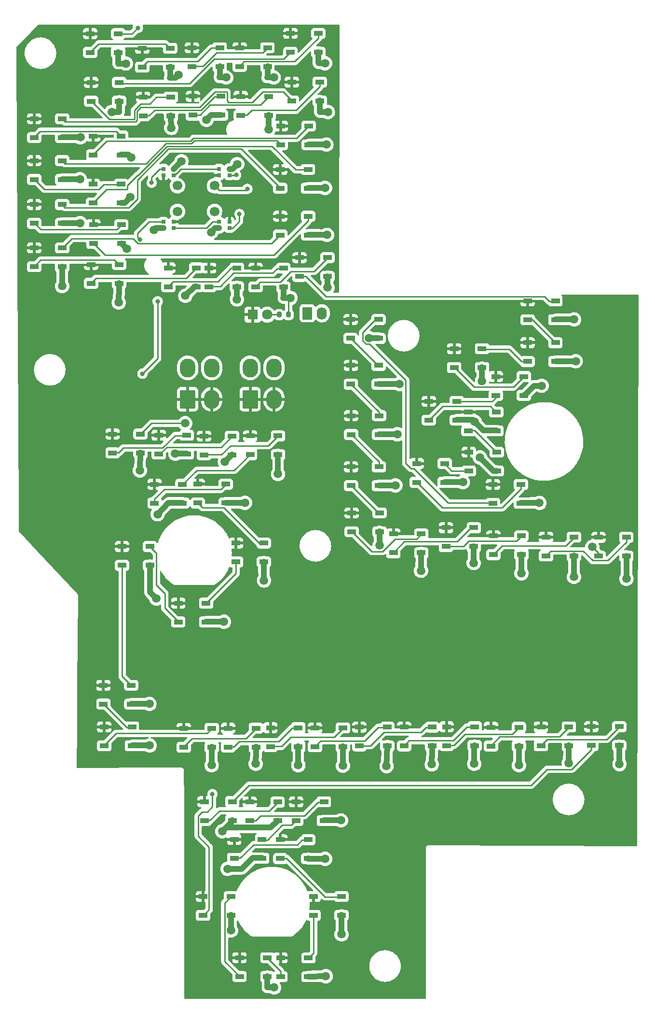
<source format=gbr>
%TF.GenerationSoftware,KiCad,Pcbnew,(6.0.9)*%
%TF.CreationDate,2023-03-29T20:10:41-08:00*%
%TF.ProjectId,ECM DISP PANEL,45434d20-4449-4535-9020-50414e454c2e,3*%
%TF.SameCoordinates,Original*%
%TF.FileFunction,Copper,L1,Top*%
%TF.FilePolarity,Positive*%
%FSLAX46Y46*%
G04 Gerber Fmt 4.6, Leading zero omitted, Abs format (unit mm)*
G04 Created by KiCad (PCBNEW (6.0.9)) date 2023-03-29 20:10:41*
%MOMM*%
%LPD*%
G01*
G04 APERTURE LIST*
G04 Aperture macros list*
%AMRoundRect*
0 Rectangle with rounded corners*
0 $1 Rounding radius*
0 $2 $3 $4 $5 $6 $7 $8 $9 X,Y pos of 4 corners*
0 Add a 4 corners polygon primitive as box body*
4,1,4,$2,$3,$4,$5,$6,$7,$8,$9,$2,$3,0*
0 Add four circle primitives for the rounded corners*
1,1,$1+$1,$2,$3*
1,1,$1+$1,$4,$5*
1,1,$1+$1,$6,$7*
1,1,$1+$1,$8,$9*
0 Add four rect primitives between the rounded corners*
20,1,$1+$1,$2,$3,$4,$5,0*
20,1,$1+$1,$4,$5,$6,$7,0*
20,1,$1+$1,$6,$7,$8,$9,0*
20,1,$1+$1,$8,$9,$2,$3,0*%
G04 Aperture macros list end*
%TA.AperFunction,SMDPad,CuDef*%
%ADD10R,1.500000X0.900000*%
%TD*%
%TA.AperFunction,SMDPad,CuDef*%
%ADD11R,0.700000X0.700000*%
%TD*%
%TA.AperFunction,SMDPad,CuDef*%
%ADD12RoundRect,0.200000X-0.200000X-0.275000X0.200000X-0.275000X0.200000X0.275000X-0.200000X0.275000X0*%
%TD*%
%TA.AperFunction,ComponentPad*%
%ADD13C,1.700000*%
%TD*%
%TA.AperFunction,ComponentPad*%
%ADD14RoundRect,0.250001X-1.099999X-1.399999X1.099999X-1.399999X1.099999X1.399999X-1.099999X1.399999X0*%
%TD*%
%TA.AperFunction,ComponentPad*%
%ADD15O,2.700000X3.300000*%
%TD*%
%TA.AperFunction,ComponentPad*%
%ADD16R,1.800000X1.800000*%
%TD*%
%TA.AperFunction,ComponentPad*%
%ADD17C,1.800000*%
%TD*%
%TA.AperFunction,ComponentPad*%
%ADD18RoundRect,0.250000X-0.620000X-0.845000X0.620000X-0.845000X0.620000X0.845000X-0.620000X0.845000X0*%
%TD*%
%TA.AperFunction,ComponentPad*%
%ADD19O,1.740000X2.190000*%
%TD*%
%TA.AperFunction,ViaPad*%
%ADD20C,1.500000*%
%TD*%
%TA.AperFunction,ViaPad*%
%ADD21C,0.800000*%
%TD*%
%TA.AperFunction,Conductor*%
%ADD22C,1.000000*%
%TD*%
%TA.AperFunction,Conductor*%
%ADD23C,0.250000*%
%TD*%
G04 APERTURE END LIST*
D10*
%TO.P,D2,1*%
%TO.N,/LED+5V*%
X58103600Y-10821400D03*
%TO.P,D2,2*%
%TO.N,Net-(D2-Pad2)*%
X58103600Y-14121400D03*
%TO.P,D2,3*%
%TO.N,/LEDGND*%
X63003600Y-14121400D03*
%TO.P,D2,4*%
%TO.N,/DATAIN*%
X63003600Y-10821400D03*
%TD*%
%TO.P,D3,1*%
%TO.N,/LED+5V*%
X67210600Y-13387000D03*
%TO.P,D3,2*%
%TO.N,Net-(D3-Pad2)*%
X67210600Y-16687000D03*
%TO.P,D3,3*%
%TO.N,/LEDGND*%
X72110600Y-16687000D03*
%TO.P,D3,4*%
%TO.N,Net-(D2-Pad2)*%
X72110600Y-13387000D03*
%TD*%
%TO.P,D4,1*%
%TO.N,/LED+5V*%
X75922800Y-13285400D03*
%TO.P,D4,2*%
%TO.N,Net-(D4-Pad2)*%
X75922800Y-16585400D03*
%TO.P,D4,3*%
%TO.N,/LEDGND*%
X80822800Y-16585400D03*
%TO.P,D4,4*%
%TO.N,Net-(D3-Pad2)*%
X80822800Y-13285400D03*
%TD*%
%TO.P,D5,1*%
%TO.N,/LED+5V*%
X84304800Y-13285400D03*
%TO.P,D5,2*%
%TO.N,Net-(D5-Pad2)*%
X84304800Y-16585400D03*
%TO.P,D5,3*%
%TO.N,/LEDGND*%
X89204800Y-16585400D03*
%TO.P,D5,4*%
%TO.N,Net-(D4-Pad2)*%
X89204800Y-13285400D03*
%TD*%
%TO.P,D6,1*%
%TO.N,/LED+5V*%
X93245600Y-10770800D03*
%TO.P,D6,2*%
%TO.N,Net-(D6-Pad2)*%
X93245600Y-14070800D03*
%TO.P,D6,3*%
%TO.N,/LEDGND*%
X98145600Y-14070800D03*
%TO.P,D6,4*%
%TO.N,Net-(D5-Pad2)*%
X98145600Y-10770800D03*
%TD*%
%TO.P,D7,1*%
%TO.N,/LED+5V*%
X58267600Y-19355600D03*
%TO.P,D7,2*%
%TO.N,Net-(D7-Pad2)*%
X58267600Y-22655600D03*
%TO.P,D7,3*%
%TO.N,/LEDGND*%
X63167600Y-22655600D03*
%TO.P,D7,4*%
%TO.N,Net-(D6-Pad2)*%
X63167600Y-19355600D03*
%TD*%
%TO.P,D8,1*%
%TO.N,/LED+5V*%
X67363000Y-21921400D03*
%TO.P,D8,2*%
%TO.N,Net-(D8-Pad2)*%
X67363000Y-25221400D03*
%TO.P,D8,3*%
%TO.N,/LEDGND*%
X72263000Y-25221400D03*
%TO.P,D8,4*%
%TO.N,Net-(D7-Pad2)*%
X72263000Y-21921400D03*
%TD*%
%TO.P,D9,1*%
%TO.N,/LED+5V*%
X76126000Y-21794000D03*
%TO.P,D9,2*%
%TO.N,Net-(D10-Pad4)*%
X76126000Y-25094000D03*
%TO.P,D9,3*%
%TO.N,/LEDGND*%
X81026000Y-25094000D03*
%TO.P,D9,4*%
%TO.N,Net-(D8-Pad2)*%
X81026000Y-21794000D03*
%TD*%
%TO.P,D10,1*%
%TO.N,/LED+5V*%
X84505800Y-21819400D03*
%TO.P,D10,2*%
%TO.N,Net-(D10-Pad2)*%
X84505800Y-25119400D03*
%TO.P,D10,3*%
%TO.N,/LEDGND*%
X89405800Y-25119400D03*
%TO.P,D10,4*%
%TO.N,Net-(D10-Pad4)*%
X89405800Y-21819400D03*
%TD*%
%TO.P,D11,1*%
%TO.N,/LED+5V*%
X93474200Y-19304800D03*
%TO.P,D11,2*%
%TO.N,Net-(D11-Pad2)*%
X93474200Y-22604800D03*
%TO.P,D11,3*%
%TO.N,/LEDGND*%
X98374200Y-22604800D03*
%TO.P,D11,4*%
%TO.N,Net-(D10-Pad2)*%
X98374200Y-19304800D03*
%TD*%
%TO.P,D12,1*%
%TO.N,/LED+5V*%
X48262200Y-25731000D03*
%TO.P,D12,2*%
%TO.N,Net-(D12-Pad2)*%
X48262200Y-29031000D03*
%TO.P,D12,3*%
%TO.N,/LEDGND*%
X53162200Y-29031000D03*
%TO.P,D12,4*%
%TO.N,Net-(D11-Pad2)*%
X53162200Y-25731000D03*
%TD*%
%TO.P,D13,1*%
%TO.N,/LED+5V*%
X58625400Y-28753600D03*
%TO.P,D13,2*%
%TO.N,Net-(D13-Pad2)*%
X58625400Y-32053600D03*
%TO.P,D13,3*%
%TO.N,/LEDGND*%
X63525400Y-32053600D03*
%TO.P,D13,4*%
%TO.N,Net-(D12-Pad2)*%
X63525400Y-28753600D03*
%TD*%
%TO.P,D14,1*%
%TO.N,/LED+5V*%
X91543800Y-27001400D03*
%TO.P,D14,2*%
%TO.N,Net-(D14-Pad2)*%
X91543800Y-30301400D03*
%TO.P,D14,3*%
%TO.N,/LEDGND*%
X96443800Y-30301400D03*
%TO.P,D14,4*%
%TO.N,Net-(D13-Pad2)*%
X96443800Y-27001400D03*
%TD*%
%TO.P,D15,1*%
%TO.N,/LED+5V*%
X48262200Y-33071600D03*
%TO.P,D15,2*%
%TO.N,Net-(D15-Pad2)*%
X48262200Y-36371600D03*
%TO.P,D15,3*%
%TO.N,/LEDGND*%
X53162200Y-36371600D03*
%TO.P,D15,4*%
%TO.N,Net-(D14-Pad2)*%
X53162200Y-33071600D03*
%TD*%
%TO.P,D16,1*%
%TO.N,/LED+5V*%
X58600000Y-37211800D03*
%TO.P,D16,2*%
%TO.N,Net-(D16-Pad2)*%
X58600000Y-40511800D03*
%TO.P,D16,3*%
%TO.N,/LEDGND*%
X63500000Y-40511800D03*
%TO.P,D16,4*%
%TO.N,Net-(D15-Pad2)*%
X63500000Y-37211800D03*
%TD*%
%TO.P,D17,1*%
%TO.N,/LED+5V*%
X91416800Y-34621000D03*
%TO.P,D17,2*%
%TO.N,Net-(D17-Pad2)*%
X91416800Y-37921000D03*
%TO.P,D17,3*%
%TO.N,/LEDGND*%
X96316800Y-37921000D03*
%TO.P,D17,4*%
%TO.N,Net-(D16-Pad2)*%
X96316800Y-34621000D03*
%TD*%
%TO.P,D18,1*%
%TO.N,/LED+5V*%
X48262200Y-40767800D03*
%TO.P,D18,2*%
%TO.N,Net-(D18-Pad2)*%
X48262200Y-44067800D03*
%TO.P,D18,3*%
%TO.N,/LEDGND*%
X53162200Y-44067800D03*
%TO.P,D18,4*%
%TO.N,Net-(D17-Pad2)*%
X53162200Y-40767800D03*
%TD*%
%TO.P,D19,1*%
%TO.N,/LED+5V*%
X58648600Y-44298400D03*
%TO.P,D19,2*%
%TO.N,Net-(D19-Pad2)*%
X58648600Y-47598400D03*
%TO.P,D19,3*%
%TO.N,/LEDGND*%
X63548600Y-47598400D03*
%TO.P,D19,4*%
%TO.N,Net-(D18-Pad2)*%
X63548600Y-44298400D03*
%TD*%
%TO.P,D20,1*%
%TO.N,/LED+5V*%
X91442200Y-42825200D03*
%TO.P,D20,2*%
%TO.N,Net-(D20-Pad2)*%
X91442200Y-46125200D03*
%TO.P,D20,3*%
%TO.N,/LEDGND*%
X96342200Y-46125200D03*
%TO.P,D20,4*%
%TO.N,Net-(D19-Pad2)*%
X96342200Y-42825200D03*
%TD*%
%TO.P,D21,1*%
%TO.N,/LED+5V*%
X48262200Y-48362400D03*
%TO.P,D21,2*%
%TO.N,Net-(D21-Pad2)*%
X48262200Y-51662400D03*
%TO.P,D21,3*%
%TO.N,/LEDGND*%
X53162200Y-51662400D03*
%TO.P,D21,4*%
%TO.N,Net-(D20-Pad2)*%
X53162200Y-48362400D03*
%TD*%
%TO.P,D22,1*%
%TO.N,/LED+5V*%
X58244400Y-51283800D03*
%TO.P,D22,2*%
%TO.N,Net-(D22-Pad2)*%
X58244400Y-54583800D03*
%TO.P,D22,3*%
%TO.N,/LEDGND*%
X63144400Y-54583800D03*
%TO.P,D22,4*%
%TO.N,Net-(D21-Pad2)*%
X63144400Y-51283800D03*
%TD*%
%TO.P,D23,1*%
%TO.N,/LED+5V*%
X71808000Y-51867800D03*
%TO.P,D23,2*%
%TO.N,Net-(D23-Pad2)*%
X71808000Y-55167800D03*
%TO.P,D23,3*%
%TO.N,/LEDGND*%
X76708000Y-55167800D03*
%TO.P,D23,4*%
%TO.N,Net-(D22-Pad2)*%
X76708000Y-51867800D03*
%TD*%
%TO.P,D24,1*%
%TO.N,/LED+5V*%
X78945400Y-51893000D03*
%TO.P,D24,2*%
%TO.N,Net-(D24-Pad2)*%
X78945400Y-55193000D03*
%TO.P,D24,3*%
%TO.N,/LEDGND*%
X83845400Y-55193000D03*
%TO.P,D24,4*%
%TO.N,Net-(D23-Pad2)*%
X83845400Y-51893000D03*
%TD*%
%TO.P,D25,1*%
%TO.N,/LED+5V*%
X87098800Y-51918400D03*
%TO.P,D25,2*%
%TO.N,Net-(D25-Pad2)*%
X87098800Y-55218400D03*
%TO.P,D25,3*%
%TO.N,/LEDGND*%
X91998800Y-55218400D03*
%TO.P,D25,4*%
%TO.N,Net-(D24-Pad2)*%
X91998800Y-51918400D03*
%TD*%
%TO.P,D26,1*%
%TO.N,/LED+5V*%
X94845800Y-50064200D03*
%TO.P,D26,2*%
%TO.N,Net-(D26-Pad2)*%
X94845800Y-53364200D03*
%TO.P,D26,3*%
%TO.N,/LEDGND*%
X99745800Y-53364200D03*
%TO.P,D26,4*%
%TO.N,Net-(D25-Pad2)*%
X99745800Y-50064200D03*
%TD*%
%TO.P,D27,1*%
%TO.N,/LED+5V*%
X134851000Y-57659200D03*
%TO.P,D27,2*%
%TO.N,Net-(D27-Pad2)*%
X134851000Y-60959200D03*
%TO.P,D27,3*%
%TO.N,/LEDGND*%
X139751000Y-60959200D03*
%TO.P,D27,4*%
%TO.N,Net-(D26-Pad2)*%
X139751000Y-57659200D03*
%TD*%
%TO.P,D28,1*%
%TO.N,/LED+5V*%
X134851000Y-64974000D03*
%TO.P,D28,2*%
%TO.N,Net-(D28-Pad2)*%
X134851000Y-68274000D03*
%TO.P,D28,3*%
%TO.N,/LEDGND*%
X139751000Y-68274000D03*
%TO.P,D28,4*%
%TO.N,Net-(D27-Pad2)*%
X139751000Y-64974000D03*
%TD*%
%TO.P,D29,1*%
%TO.N,/LED+5V*%
X121973000Y-66041200D03*
%TO.P,D29,2*%
%TO.N,Net-(D29-Pad2)*%
X121973000Y-69341200D03*
%TO.P,D29,3*%
%TO.N,/LEDGND*%
X126873000Y-69341200D03*
%TO.P,D29,4*%
%TO.N,Net-(D28-Pad2)*%
X126873000Y-66041200D03*
%TD*%
%TO.P,D30,1*%
%TO.N,/LED+5V*%
X129286000Y-70917600D03*
%TO.P,D30,2*%
%TO.N,Net-(D30-Pad2)*%
X129286000Y-74217600D03*
%TO.P,D30,3*%
%TO.N,/LEDGND*%
X134186000Y-74217600D03*
%TO.P,D30,4*%
%TO.N,Net-(D29-Pad2)*%
X134186000Y-70917600D03*
%TD*%
%TO.P,D31,1*%
%TO.N,/LED+5V*%
X117503000Y-75261400D03*
%TO.P,D31,2*%
%TO.N,Net-(D31-Pad2)*%
X117503000Y-78561400D03*
%TO.P,D31,3*%
%TO.N,/LEDGND*%
X122403000Y-78561400D03*
%TO.P,D31,4*%
%TO.N,Net-(D30-Pad2)*%
X122403000Y-75261400D03*
%TD*%
%TO.P,D32,1*%
%TO.N,/LED+5V*%
X124485000Y-77140600D03*
%TO.P,D32,2*%
%TO.N,Net-(D32-Pad2)*%
X124485000Y-80440600D03*
%TO.P,D32,3*%
%TO.N,/LEDGND*%
X129385000Y-80440600D03*
%TO.P,D32,4*%
%TO.N,Net-(D31-Pad2)*%
X129385000Y-77140600D03*
%TD*%
%TO.P,D33,1*%
%TO.N,/LED+5V*%
X124538000Y-84176800D03*
%TO.P,D33,2*%
%TO.N,Net-(D33-Pad2)*%
X124538000Y-87476800D03*
%TO.P,D33,3*%
%TO.N,/LEDGND*%
X129438000Y-87476800D03*
%TO.P,D33,4*%
%TO.N,Net-(D32-Pad2)*%
X129438000Y-84176800D03*
%TD*%
%TO.P,D34,1*%
%TO.N,/LED+5V*%
X115420000Y-86158000D03*
%TO.P,D34,2*%
%TO.N,Net-(D34-Pad2)*%
X115420000Y-89458000D03*
%TO.P,D34,3*%
%TO.N,/LEDGND*%
X120320000Y-89458000D03*
%TO.P,D34,4*%
%TO.N,Net-(D33-Pad2)*%
X120320000Y-86158000D03*
%TD*%
%TO.P,D35,1*%
%TO.N,/LED+5V*%
X128792000Y-89840800D03*
%TO.P,D35,2*%
%TO.N,Net-(D35-Pad2)*%
X128792000Y-93140800D03*
%TO.P,D35,3*%
%TO.N,/LEDGND*%
X133692000Y-93140800D03*
%TO.P,D35,4*%
%TO.N,Net-(D34-Pad2)*%
X133692000Y-89840800D03*
%TD*%
%TO.P,D36,1*%
%TO.N,/LED+5V*%
X103787000Y-60910400D03*
%TO.P,D36,2*%
%TO.N,Net-(D36-Pad2)*%
X103787000Y-64210400D03*
%TO.P,D36,3*%
%TO.N,/LEDGND*%
X108687000Y-64210400D03*
%TO.P,D36,4*%
%TO.N,Net-(D35-Pad2)*%
X108687000Y-60910400D03*
%TD*%
%TO.P,D37,1*%
%TO.N,/LED+5V*%
X103835000Y-68961800D03*
%TO.P,D37,2*%
%TO.N,Net-(D37-Pad2)*%
X103835000Y-72261800D03*
%TO.P,D37,3*%
%TO.N,/LEDGND*%
X108735000Y-72261800D03*
%TO.P,D37,4*%
%TO.N,Net-(D36-Pad2)*%
X108735000Y-68961800D03*
%TD*%
%TO.P,D38,1*%
%TO.N,/LED+5V*%
X103888000Y-77776000D03*
%TO.P,D38,2*%
%TO.N,Net-(D38-Pad2)*%
X103888000Y-81076000D03*
%TO.P,D38,3*%
%TO.N,/LEDGND*%
X108788000Y-81076000D03*
%TO.P,D38,4*%
%TO.N,Net-(D37-Pad2)*%
X108788000Y-77776000D03*
%TD*%
%TO.P,D39,1*%
%TO.N,/LED+5V*%
X103861000Y-86742200D03*
%TO.P,D39,2*%
%TO.N,Net-(D39-Pad2)*%
X103861000Y-90042200D03*
%TO.P,D39,3*%
%TO.N,/LEDGND*%
X108761000Y-90042200D03*
%TO.P,D39,4*%
%TO.N,Net-(D38-Pad2)*%
X108761000Y-86742200D03*
%TD*%
%TO.P,D40,1*%
%TO.N,/LED+5V*%
X103976000Y-94819200D03*
%TO.P,D40,2*%
%TO.N,Net-(D40-Pad2)*%
X103976000Y-98119200D03*
%TO.P,D40,3*%
%TO.N,/LEDGND*%
X108876000Y-98119200D03*
%TO.P,D40,4*%
%TO.N,Net-(D39-Pad2)*%
X108876000Y-94819200D03*
%TD*%
%TO.P,D41,1*%
%TO.N,/LED+5V*%
X111305000Y-98502000D03*
%TO.P,D41,2*%
%TO.N,Net-(D41-Pad2)*%
X111305000Y-101802000D03*
%TO.P,D41,3*%
%TO.N,/LEDGND*%
X116205000Y-101802000D03*
%TO.P,D41,4*%
%TO.N,Net-(D40-Pad2)*%
X116205000Y-98502000D03*
%TD*%
%TO.P,D42,1*%
%TO.N,/LED+5V*%
X120525000Y-97410200D03*
%TO.P,D42,2*%
%TO.N,Net-(D42-Pad2)*%
X120525000Y-100710200D03*
%TO.P,D42,3*%
%TO.N,/LEDGND*%
X125425000Y-100710200D03*
%TO.P,D42,4*%
%TO.N,Net-(D41-Pad2)*%
X125425000Y-97410200D03*
%TD*%
%TO.P,D43,1*%
%TO.N,/LED+5V*%
X128882000Y-98832000D03*
%TO.P,D43,2*%
%TO.N,Net-(D43-Pad2)*%
X128882000Y-102132000D03*
%TO.P,D43,3*%
%TO.N,/LEDGND*%
X133782000Y-102132000D03*
%TO.P,D43,4*%
%TO.N,Net-(D42-Pad2)*%
X133782000Y-98832000D03*
%TD*%
%TO.P,D44,1*%
%TO.N,/LED+5V*%
X138102000Y-99061000D03*
%TO.P,D44,2*%
%TO.N,Net-(D44-Pad2)*%
X138102000Y-102361000D03*
%TO.P,D44,3*%
%TO.N,/LEDGND*%
X143002000Y-102361000D03*
%TO.P,D44,4*%
%TO.N,Net-(D43-Pad2)*%
X143002000Y-99061000D03*
%TD*%
%TO.P,D45,1*%
%TO.N,/LED+5V*%
X147297000Y-99087000D03*
%TO.P,D45,2*%
%TO.N,Net-(D45-Pad2)*%
X147297000Y-102387000D03*
%TO.P,D45,3*%
%TO.N,/LEDGND*%
X152197000Y-102387000D03*
%TO.P,D45,4*%
%TO.N,Net-(D44-Pad2)*%
X152197000Y-99087000D03*
%TD*%
%TO.P,D46,1*%
%TO.N,/LED+5V*%
X62015200Y-81001600D03*
%TO.P,D46,2*%
%TO.N,Net-(D46-Pad2)*%
X62015200Y-84301600D03*
%TO.P,D46,3*%
%TO.N,/LEDGND*%
X66915200Y-84301600D03*
%TO.P,D46,4*%
%TO.N,Net-(D45-Pad2)*%
X66915200Y-81001600D03*
%TD*%
%TO.P,D47,1*%
%TO.N,/LED+5V*%
X70131600Y-81204600D03*
%TO.P,D47,2*%
%TO.N,Net-(D47-Pad2)*%
X70131600Y-84504600D03*
%TO.P,D47,3*%
%TO.N,/LEDGND*%
X75031600Y-84504600D03*
%TO.P,D47,4*%
%TO.N,Net-(D46-Pad2)*%
X75031600Y-81204600D03*
%TD*%
%TO.P,D48,1*%
%TO.N,/LED+5V*%
X78081800Y-81357400D03*
%TO.P,D48,2*%
%TO.N,Net-(D48-Pad2)*%
X78081800Y-84657400D03*
%TO.P,D48,3*%
%TO.N,/LEDGND*%
X82981800Y-84657400D03*
%TO.P,D48,4*%
%TO.N,Net-(D47-Pad2)*%
X82981800Y-81357400D03*
%TD*%
%TO.P,D49,1*%
%TO.N,/LED+5V*%
X86159000Y-81306200D03*
%TO.P,D49,2*%
%TO.N,Net-(D49-Pad2)*%
X86159000Y-84606200D03*
%TO.P,D49,3*%
%TO.N,/LEDGND*%
X91059000Y-84606200D03*
%TO.P,D49,4*%
%TO.N,Net-(D48-Pad2)*%
X91059000Y-81306200D03*
%TD*%
%TO.P,D50,1*%
%TO.N,/LED+5V*%
X69381200Y-89815400D03*
%TO.P,D50,2*%
%TO.N,Net-(D50-Pad2)*%
X69381200Y-93115400D03*
%TO.P,D50,3*%
%TO.N,/LEDGND*%
X74281200Y-93115400D03*
%TO.P,D50,4*%
%TO.N,Net-(D49-Pad2)*%
X74281200Y-89815400D03*
%TD*%
%TO.P,D51,1*%
%TO.N,/LED+5V*%
X76964200Y-89790200D03*
%TO.P,D51,2*%
%TO.N,Net-(D51-Pad2)*%
X76964200Y-93090200D03*
%TO.P,D51,3*%
%TO.N,/LEDGND*%
X81864200Y-93090200D03*
%TO.P,D51,4*%
%TO.N,Net-(D50-Pad2)*%
X81864200Y-89790200D03*
%TD*%
%TO.P,D52,1*%
%TO.N,/LED+5V*%
X83681400Y-100102000D03*
%TO.P,D52,2*%
%TO.N,Net-(D52-Pad2)*%
X83681400Y-103402000D03*
%TO.P,D52,3*%
%TO.N,/LEDGND*%
X88581400Y-103402000D03*
%TO.P,D52,4*%
%TO.N,Net-(D51-Pad2)*%
X88581400Y-100102000D03*
%TD*%
%TO.P,D53,1*%
%TO.N,/LED+5V*%
X73535200Y-110644000D03*
%TO.P,D53,2*%
%TO.N,Net-(D53-Pad2)*%
X73535200Y-113944000D03*
%TO.P,D53,3*%
%TO.N,/LEDGND*%
X78435200Y-113944000D03*
%TO.P,D53,4*%
%TO.N,Net-(D52-Pad2)*%
X78435200Y-110644000D03*
%TD*%
%TO.P,D54,1*%
%TO.N,/LED+5V*%
X63680000Y-100712000D03*
%TO.P,D54,2*%
%TO.N,Net-(D54-Pad2)*%
X63680000Y-104012000D03*
%TO.P,D54,3*%
%TO.N,/LEDGND*%
X68580000Y-104012000D03*
%TO.P,D54,4*%
%TO.N,Net-(D53-Pad2)*%
X68580000Y-100712000D03*
%TD*%
%TO.P,D55,1*%
%TO.N,/LED+5V*%
X60403400Y-125045000D03*
%TO.P,D55,2*%
%TO.N,Net-(D55-Pad2)*%
X60403400Y-128345000D03*
%TO.P,D55,3*%
%TO.N,/LEDGND*%
X65303400Y-128345000D03*
%TO.P,D55,4*%
%TO.N,Net-(D54-Pad2)*%
X65303400Y-125045000D03*
%TD*%
%TO.P,D56,1*%
%TO.N,/LED+5V*%
X60516600Y-132335000D03*
%TO.P,D56,2*%
%TO.N,Net-(D56-Pad2)*%
X60516600Y-135635000D03*
%TO.P,D56,3*%
%TO.N,/LEDGND*%
X65416600Y-135635000D03*
%TO.P,D56,4*%
%TO.N,Net-(D55-Pad2)*%
X65416600Y-132335000D03*
%TD*%
%TO.P,D57,1*%
%TO.N,/LED+5V*%
X74525800Y-132589000D03*
%TO.P,D57,2*%
%TO.N,Net-(D57-Pad2)*%
X74525800Y-135889000D03*
%TO.P,D57,3*%
%TO.N,/LEDGND*%
X79425800Y-135889000D03*
%TO.P,D57,4*%
%TO.N,Net-(D56-Pad2)*%
X79425800Y-132589000D03*
%TD*%
%TO.P,D58,1*%
%TO.N,/LED+5V*%
X82272800Y-132564000D03*
%TO.P,D58,2*%
%TO.N,Net-(D58-Pad2)*%
X82272800Y-135864000D03*
%TO.P,D58,3*%
%TO.N,/LEDGND*%
X87172800Y-135864000D03*
%TO.P,D58,4*%
%TO.N,Net-(D57-Pad2)*%
X87172800Y-132564000D03*
%TD*%
%TO.P,D59,1*%
%TO.N,/LED+5V*%
X89715000Y-132487000D03*
%TO.P,D59,2*%
%TO.N,Net-(D59-Pad2)*%
X89715000Y-135787000D03*
%TO.P,D59,3*%
%TO.N,/LEDGND*%
X94615000Y-135787000D03*
%TO.P,D59,4*%
%TO.N,Net-(D58-Pad2)*%
X94615000Y-132487000D03*
%TD*%
%TO.P,D60,1*%
%TO.N,/LED+5V*%
X97538200Y-132513000D03*
%TO.P,D60,2*%
%TO.N,Net-(D60-Pad2)*%
X97538200Y-135813000D03*
%TO.P,D60,3*%
%TO.N,/LEDGND*%
X102438200Y-135813000D03*
%TO.P,D60,4*%
%TO.N,Net-(D59-Pad2)*%
X102438200Y-132513000D03*
%TD*%
%TO.P,D61,1*%
%TO.N,/LED+5V*%
X105336000Y-132360000D03*
%TO.P,D61,2*%
%TO.N,Net-(D61-Pad2)*%
X105336000Y-135660000D03*
%TO.P,D61,3*%
%TO.N,/LEDGND*%
X110236000Y-135660000D03*
%TO.P,D61,4*%
%TO.N,Net-(D60-Pad2)*%
X110236000Y-132360000D03*
%TD*%
%TO.P,D62,1*%
%TO.N,/LED+5V*%
X113185000Y-132360000D03*
%TO.P,D62,2*%
%TO.N,Net-(D62-Pad2)*%
X113185000Y-135660000D03*
%TO.P,D62,3*%
%TO.N,/LEDGND*%
X118085000Y-135660000D03*
%TO.P,D62,4*%
%TO.N,Net-(D61-Pad2)*%
X118085000Y-132360000D03*
%TD*%
%TO.P,D63,1*%
%TO.N,/LED+5V*%
X120652000Y-132309000D03*
%TO.P,D63,2*%
%TO.N,Net-(D63-Pad2)*%
X120652000Y-135609000D03*
%TO.P,D63,3*%
%TO.N,/LEDGND*%
X125552000Y-135609000D03*
%TO.P,D63,4*%
%TO.N,Net-(D62-Pad2)*%
X125552000Y-132309000D03*
%TD*%
%TO.P,D64,1*%
%TO.N,/LED+5V*%
X128425000Y-132386000D03*
%TO.P,D64,2*%
%TO.N,Net-(D64-Pad2)*%
X128425000Y-135686000D03*
%TO.P,D64,3*%
%TO.N,/LEDGND*%
X133325000Y-135686000D03*
%TO.P,D64,4*%
%TO.N,Net-(D63-Pad2)*%
X133325000Y-132386000D03*
%TD*%
%TO.P,D65,1*%
%TO.N,/LED+5V*%
X137211000Y-132335000D03*
%TO.P,D65,2*%
%TO.N,Net-(D65-Pad2)*%
X137211000Y-135635000D03*
%TO.P,D65,3*%
%TO.N,/LEDGND*%
X142111000Y-135635000D03*
%TO.P,D65,4*%
%TO.N,Net-(D64-Pad2)*%
X142111000Y-132335000D03*
%TD*%
%TO.P,D66,1*%
%TO.N,/LED+5V*%
X146052000Y-132284000D03*
%TO.P,D66,2*%
%TO.N,Net-(D66-Pad2)*%
X146052000Y-135584000D03*
%TO.P,D66,3*%
%TO.N,/LEDGND*%
X150952000Y-135584000D03*
%TO.P,D66,4*%
%TO.N,Net-(D65-Pad2)*%
X150952000Y-132284000D03*
%TD*%
%TO.P,D67,1*%
%TO.N,/LED+5V*%
X78118800Y-145441000D03*
%TO.P,D67,2*%
%TO.N,Net-(D67-Pad2)*%
X78118800Y-148741000D03*
%TO.P,D67,3*%
%TO.N,/LEDGND*%
X83018800Y-148741000D03*
%TO.P,D67,4*%
%TO.N,Net-(D66-Pad2)*%
X83018800Y-145441000D03*
%TD*%
%TO.P,D68,1*%
%TO.N,/LED+5V*%
X86082800Y-145492000D03*
%TO.P,D68,2*%
%TO.N,Net-(D68-Pad2)*%
X86082800Y-148792000D03*
%TO.P,D68,3*%
%TO.N,/LEDGND*%
X90982800Y-148792000D03*
%TO.P,D68,4*%
%TO.N,Net-(D67-Pad2)*%
X90982800Y-145492000D03*
%TD*%
%TO.P,D69,1*%
%TO.N,/LED+5V*%
X94210800Y-145467000D03*
%TO.P,D69,2*%
%TO.N,Net-(D69-Pad2)*%
X94210800Y-148767000D03*
%TO.P,D69,3*%
%TO.N,/LEDGND*%
X99110800Y-148767000D03*
%TO.P,D69,4*%
%TO.N,Net-(D68-Pad2)*%
X99110800Y-145467000D03*
%TD*%
%TO.P,D70,1*%
%TO.N,/LED+5V*%
X83365000Y-152071000D03*
%TO.P,D70,2*%
%TO.N,Net-(D70-Pad2)*%
X83365000Y-155371000D03*
%TO.P,D70,3*%
%TO.N,/LEDGND*%
X88265000Y-155371000D03*
%TO.P,D70,4*%
%TO.N,Net-(D69-Pad2)*%
X88265000Y-152071000D03*
%TD*%
%TO.P,D71,1*%
%TO.N,/LED+5V*%
X91467600Y-152096000D03*
%TO.P,D71,2*%
%TO.N,Net-(D71-Pad2)*%
X91467600Y-155396000D03*
%TO.P,D71,3*%
%TO.N,/LEDGND*%
X96367600Y-155396000D03*
%TO.P,D71,4*%
%TO.N,Net-(D70-Pad2)*%
X96367600Y-152096000D03*
%TD*%
%TO.P,D72,1*%
%TO.N,/LED+5V*%
X97295800Y-162053000D03*
%TO.P,D72,2*%
%TO.N,Net-(D72-Pad2)*%
X97295800Y-165353000D03*
%TO.P,D72,3*%
%TO.N,/LEDGND*%
X102195800Y-165353000D03*
%TO.P,D72,4*%
%TO.N,Net-(D71-Pad2)*%
X102195800Y-162053000D03*
%TD*%
%TO.P,D73,1*%
%TO.N,/LED+5V*%
X91490800Y-172822000D03*
%TO.P,D73,2*%
%TO.N,Net-(D73-Pad2)*%
X91490800Y-176122000D03*
%TO.P,D73,3*%
%TO.N,/LEDGND*%
X96390800Y-176122000D03*
%TO.P,D73,4*%
%TO.N,Net-(D72-Pad2)*%
X96390800Y-172822000D03*
%TD*%
%TO.P,D74,1*%
%TO.N,/LED+5V*%
X84291000Y-172797000D03*
%TO.P,D74,2*%
%TO.N,Net-(D74-Pad2)*%
X84291000Y-176097000D03*
%TO.P,D74,3*%
%TO.N,/LEDGND*%
X89191000Y-176097000D03*
%TO.P,D74,4*%
%TO.N,Net-(D73-Pad2)*%
X89191000Y-172797000D03*
%TD*%
%TO.P,D75,1*%
%TO.N,/LED+5V*%
X77876400Y-162053000D03*
%TO.P,D75,2*%
%TO.N,Net-(D75-Pad2)*%
X77876400Y-165353000D03*
%TO.P,D75,3*%
%TO.N,/LEDGND*%
X82776400Y-165353000D03*
%TO.P,D75,4*%
%TO.N,Net-(D74-Pad2)*%
X82776400Y-162053000D03*
%TD*%
D11*
%TO.P,D76,1*%
%TO.N,Net-(D76-Pad1)*%
X72744572Y-35610522D03*
%TO.P,D76,2*%
%TO.N,/LEDGND*%
X72744572Y-34510522D03*
%TO.P,D76,3*%
%TO.N,Net-(D75-Pad2)*%
X70914572Y-34510522D03*
%TO.P,D76,4*%
%TO.N,/LED+5V*%
X70914572Y-35610522D03*
%TD*%
%TO.P,D77,1*%
%TO.N,Net-(D77-Pad1)*%
X82523572Y-35610522D03*
%TO.P,D77,2*%
%TO.N,/LEDGND*%
X82523572Y-34510522D03*
%TO.P,D77,3*%
%TO.N,Net-(D76-Pad1)*%
X80693572Y-34510522D03*
%TO.P,D77,4*%
%TO.N,/LED+5V*%
X80693572Y-35610522D03*
%TD*%
%TO.P,D78,1*%
%TO.N,Net-(D78-Pad1)*%
X80693572Y-43781522D03*
%TO.P,D78,2*%
%TO.N,/LEDGND*%
X80693572Y-44881522D03*
%TO.P,D78,3*%
%TO.N,Net-(D77-Pad1)*%
X82523572Y-44881522D03*
%TO.P,D78,4*%
%TO.N,/LED+5V*%
X82523572Y-43781522D03*
%TD*%
%TO.P,D79,1*%
%TO.N,/DATAOUT*%
X70914572Y-43781522D03*
%TO.P,D79,2*%
%TO.N,/LEDGND*%
X70914572Y-44881522D03*
%TO.P,D79,3*%
%TO.N,Net-(D78-Pad1)*%
X72744572Y-44881522D03*
%TO.P,D79,4*%
%TO.N,/LED+5V*%
X72744572Y-43781522D03*
%TD*%
D12*
%TO.P,R1,1*%
%TO.N,Net-(D1-Pad2)*%
X91250000Y-60071000D03*
%TO.P,R1,2*%
%TO.N,/LEDGND*%
X92900000Y-60071000D03*
%TD*%
D13*
%TO.P,SW1,1*%
%TO.N,/SW_JETT*%
X73406000Y-37465000D03*
%TO.P,SW1,2*%
X79906000Y-37465000D03*
%TO.P,SW1,3*%
%TO.N,N/C*%
X73406000Y-41965000D03*
%TO.P,SW1,4*%
X79906000Y-41965000D03*
%TD*%
D14*
%TO.P,J1,1*%
%TO.N,/LED+5V*%
X86150000Y-74900000D03*
D15*
%TO.P,J1,2*%
X90350000Y-74900000D03*
%TO.P,J1,3*%
%TO.N,/LEDGND*%
X86150000Y-69400000D03*
%TO.P,J1,4*%
%TO.N,/DATAIN*%
X90350000Y-69400000D03*
%TD*%
D14*
%TO.P,J2,1*%
%TO.N,/LED+5V*%
X75200000Y-74900000D03*
D15*
%TO.P,J2,2*%
X79400000Y-74900000D03*
%TO.P,J2,3*%
%TO.N,/LEDGND*%
X75200000Y-69400000D03*
%TO.P,J2,4*%
%TO.N,/DATAOUT*%
X79400000Y-69400000D03*
%TD*%
D16*
%TO.P,D1,1*%
%TO.N,/LED+5V*%
X86614000Y-60071000D03*
D17*
%TO.P,D1,2*%
%TO.N,Net-(D1-Pad2)*%
X89154000Y-60071000D03*
%TD*%
D18*
%TO.P,J3,1*%
%TO.N,/SW_JETT*%
X96213572Y-59825522D03*
D19*
%TO.P,J3,2*%
%TO.N,/LEDGND*%
X98753572Y-59825522D03*
%TD*%
D20*
%TO.N,/LEDGND*%
X73600000Y-18050000D03*
X111976000Y-81026000D03*
X85250000Y-93050000D03*
X99542600Y-30251400D03*
X143027000Y-60909200D03*
X152197000Y-106375000D03*
X68478400Y-128295000D03*
X99800000Y-24550000D03*
X99441000Y-176022000D03*
X99650000Y-46100000D03*
X79400000Y-139050000D03*
X110109000Y-139192000D03*
X133350000Y-139065000D03*
X108876000Y-100517000D03*
X78486000Y-25908000D03*
X99771200Y-55321200D03*
X136925000Y-93075000D03*
X61850000Y-24550000D03*
X68529000Y-135585000D03*
X90300000Y-18500000D03*
X87137500Y-138787500D03*
X99300000Y-37850000D03*
X69723001Y-109855000D03*
X56300000Y-44000000D03*
X69900000Y-95050000D03*
X137325000Y-72525000D03*
X126873000Y-71694000D03*
X82200000Y-157200000D03*
X82804000Y-168021000D03*
X73025400Y-84454600D03*
X126492000Y-85090000D03*
X83894572Y-33663522D03*
X106989600Y-64160400D03*
X74115572Y-33155522D03*
X102108000Y-148717000D03*
X72313800Y-27330400D03*
X111661000Y-89992200D03*
X99314000Y-155448000D03*
X142100000Y-138650000D03*
X88600000Y-106650000D03*
X143002000Y-106037000D03*
X102200000Y-168700000D03*
X90350000Y-178000000D03*
X81737200Y-85852000D03*
X74792000Y-56758000D03*
X56350000Y-29000000D03*
X79322572Y-45601522D03*
X112382000Y-72212200D03*
X133782000Y-105400000D03*
X143307000Y-68226900D03*
X69289572Y-45220522D03*
X81280000Y-150622000D03*
X63100000Y-57950000D03*
X81559400Y-113894000D03*
X99300000Y-16000000D03*
X53162200Y-55067200D03*
X118050000Y-138900000D03*
X89405800Y-27586600D03*
X151000000Y-138850000D03*
X125400000Y-103600000D03*
X81950000Y-18500000D03*
X56275000Y-36325000D03*
X83845400Y-57378600D03*
X93250000Y-57150000D03*
X65119998Y-39487802D03*
X125500000Y-138800000D03*
X91059000Y-88011000D03*
X102438000Y-139116000D03*
X64350000Y-16050000D03*
X66802000Y-87376000D03*
X125603000Y-78867000D03*
X64516000Y-48514000D03*
X116150000Y-104950000D03*
X123500000Y-89450000D03*
X94615000Y-139065000D03*
X65278000Y-32512000D03*
%TO.N,/LED+5V*%
X59055000Y-74803000D03*
X57912000Y-75946000D03*
D21*
%TO.N,/DATAIN*%
X66450000Y-9800000D03*
%TO.N,/DATAOUT*%
X66820052Y-46883193D03*
D20*
%TO.N,Net-(D45-Pad2)*%
X74750000Y-79100000D03*
X146221700Y-100778300D03*
D21*
%TO.N,Net-(D75-Pad2)*%
X69923660Y-57731660D03*
X68871582Y-36930819D03*
X79537560Y-144112440D03*
X67251580Y-70416420D03*
%TO.N,Net-(D77-Pad1)*%
X83694059Y-35605512D03*
X84275572Y-42426522D03*
%TO.N,/SW_JETT*%
X85672572Y-38018512D03*
%TD*%
D22*
%TO.N,/LEDGND*%
X88600000Y-106650000D02*
X88600000Y-106700000D01*
X69900000Y-95050000D02*
X69900000Y-95000000D01*
X125603000Y-78867000D02*
X125247400Y-78511400D01*
X83018800Y-148691000D02*
X82956600Y-148691000D01*
X125425000Y-102575000D02*
X125400000Y-102600000D01*
X110109000Y-139192000D02*
X110236000Y-139065000D01*
X118050000Y-137600000D02*
X118050000Y-138900000D01*
X96393000Y-155448000D02*
X99314000Y-155448000D01*
X108876000Y-98069200D02*
X108876000Y-100517000D01*
X83750000Y-93050000D02*
X85250000Y-93050000D01*
X89204800Y-18445200D02*
X89150000Y-18500000D01*
X98145600Y-15945600D02*
X98200000Y-16000000D01*
X53162200Y-36321600D02*
X54996600Y-36321600D01*
X80693572Y-44881522D02*
X80042572Y-44881522D01*
X71834600Y-93065400D02*
X69900000Y-95050000D01*
X116150000Y-103700000D02*
X116150000Y-104950000D01*
X108687000Y-64160400D02*
X106989600Y-64160400D01*
X108735000Y-72211800D02*
X112382000Y-72212200D01*
X82804000Y-168021000D02*
X82776400Y-167993000D01*
X63525400Y-32003600D02*
X64769600Y-32003600D01*
X91987500Y-57150000D02*
X93250000Y-57150000D01*
X80787500Y-18362500D02*
X80822800Y-18327200D01*
X99441000Y-176022000D02*
X99390600Y-176072000D01*
X65303400Y-128295000D02*
X68478400Y-128295000D01*
X96390800Y-176072000D02*
X99441000Y-176022000D01*
X83018800Y-148691000D02*
X83018800Y-148883000D01*
X81960000Y-149942000D02*
X81280000Y-150622000D01*
X151000000Y-137550000D02*
X151000000Y-138850000D01*
X96342200Y-46075200D02*
X98175200Y-46075200D01*
D23*
X92900000Y-60071000D02*
X92900000Y-57500000D01*
D22*
X70914572Y-44881522D02*
X69628572Y-44881522D01*
X66802000Y-87376000D02*
X66915200Y-87262800D01*
X134186000Y-74167600D02*
X134357400Y-74167600D01*
X116205000Y-101752000D02*
X116205000Y-103645000D01*
X64146000Y-40461800D02*
X65119998Y-39487802D01*
X102195800Y-167195800D02*
X102200000Y-167200000D01*
X84700000Y-157200000D02*
X82200000Y-157200000D01*
X142100000Y-137500000D02*
X142100000Y-138650000D01*
X63167600Y-22605600D02*
X63167600Y-24532400D01*
X79350000Y-25044000D02*
X78486000Y-25908000D01*
X68580000Y-108711999D02*
X69723001Y-109855000D01*
X139751000Y-60909200D02*
X143027000Y-60909200D01*
X68580000Y-103962000D02*
X68580000Y-108711999D01*
X73100000Y-18550000D02*
X73600000Y-18050000D01*
X74281200Y-93065400D02*
X71834600Y-93065400D01*
X63167600Y-24532400D02*
X63150000Y-24550000D01*
X143002000Y-102311000D02*
X143002000Y-106037000D01*
X98400000Y-24550000D02*
X98400000Y-22580600D01*
X133692000Y-93090800D02*
X135484200Y-93090800D01*
X127126600Y-80390600D02*
X125603000Y-78867000D01*
X83018800Y-148883000D02*
X81280000Y-150622000D01*
X91998800Y-57138700D02*
X91987500Y-57150000D01*
X72050000Y-18550000D02*
X73100000Y-18550000D01*
X122108000Y-89408000D02*
X122150000Y-89450000D01*
X80822800Y-18327200D02*
X80822800Y-16535400D01*
X69628572Y-44881522D02*
X69289572Y-45220522D01*
X87172800Y-137714700D02*
X87137500Y-137750000D01*
X136000000Y-72525000D02*
X137325000Y-72525000D01*
X53181200Y-29000000D02*
X53162200Y-28981000D01*
X128828800Y-87426800D02*
X126492000Y-85090000D01*
X64769600Y-32003600D02*
X65278000Y-32512000D01*
X63548600Y-47548400D02*
X63550400Y-47548400D01*
X63000000Y-16050000D02*
X64350000Y-16050000D01*
X125552000Y-135702000D02*
X125500000Y-135754000D01*
X79425800Y-137724200D02*
X79400000Y-137750000D01*
X86579000Y-155321000D02*
X84700000Y-157200000D01*
X75031600Y-84454600D02*
X73025400Y-84454600D01*
X142111000Y-135585000D02*
X142111000Y-137489000D01*
X129385000Y-80390600D02*
X127126600Y-80390600D01*
X80787500Y-18500000D02*
X81950000Y-18500000D01*
X129438000Y-87426800D02*
X128828800Y-87426800D01*
X150952000Y-137502000D02*
X151000000Y-137550000D01*
X135500000Y-93075000D02*
X136925000Y-93075000D01*
X65416600Y-135585000D02*
X68529000Y-135585000D01*
X102200000Y-167200000D02*
X102200000Y-168700000D01*
X63144400Y-54533800D02*
X63144400Y-56505600D01*
X80042572Y-44881522D02*
X79322572Y-45601522D01*
X79425800Y-135839000D02*
X79425800Y-137724200D01*
X63500000Y-40461800D02*
X64146000Y-40461800D01*
X112382000Y-72212200D02*
X112347000Y-72211800D01*
X143307000Y-68226900D02*
X143304000Y-68224000D01*
X66915200Y-84251600D02*
X66802000Y-87376000D01*
X126873000Y-69291200D02*
X126873000Y-71694000D01*
X88265000Y-155321000D02*
X86579000Y-155321000D01*
X135484200Y-93090800D02*
X135500000Y-93075000D01*
X72744572Y-34510522D02*
X74099572Y-33155522D01*
X63003600Y-16046400D02*
X63000000Y-16050000D01*
X56350000Y-29000000D02*
X53181200Y-29000000D01*
X89191000Y-176047000D02*
X89191000Y-177991000D01*
X88581400Y-103352000D02*
X88581400Y-105231400D01*
X90982800Y-148742000D02*
X89782800Y-149942000D01*
X89191000Y-177991000D02*
X89200000Y-178000000D01*
X99745800Y-53314200D02*
X99771200Y-55321200D01*
X63003600Y-14071400D02*
X63003600Y-16046400D01*
X102108000Y-148717000D02*
X102235000Y-148717000D01*
X108761000Y-89992200D02*
X111661000Y-89992200D01*
X96367600Y-155423000D02*
X96393000Y-155448000D01*
X99110800Y-148717000D02*
X102108000Y-148717000D01*
X82523572Y-34510522D02*
X83047572Y-34510522D01*
X129385000Y-80390600D02*
X129307000Y-80390600D01*
X63100000Y-56550000D02*
X63100000Y-57950000D01*
X89150000Y-18500000D02*
X90300000Y-18500000D01*
X72313800Y-27330400D02*
X72263000Y-27152600D01*
X96316800Y-37871000D02*
X98129000Y-37871000D01*
X108788000Y-81026000D02*
X111976000Y-81026000D01*
X98200000Y-46100000D02*
X99650000Y-46100000D01*
X98175200Y-46075200D02*
X98200000Y-46100000D01*
X98400000Y-24550000D02*
X99800000Y-24550000D01*
X98150000Y-37850000D02*
X99300000Y-37850000D01*
X55000000Y-36325000D02*
X56275000Y-36325000D01*
X102438200Y-135763000D02*
X102438000Y-135763000D01*
X133325000Y-135636000D02*
X133350000Y-139065000D01*
X83845400Y-55143000D02*
X83845400Y-57378600D01*
X72263000Y-25171400D02*
X72313800Y-27330400D01*
X54996600Y-36321600D02*
X55000000Y-36325000D01*
X125247400Y-78511400D02*
X122403000Y-78511400D01*
X122150000Y-89450000D02*
X123500000Y-89450000D01*
X72110600Y-16637000D02*
X72110600Y-18489400D01*
X91998800Y-55168400D02*
X91998800Y-57138700D01*
X125500000Y-135754000D02*
X125500000Y-138800000D01*
X80787500Y-18500000D02*
X80787500Y-18362500D01*
X102195800Y-165303000D02*
X102195800Y-167195800D01*
X150952000Y-135534000D02*
X150952000Y-137502000D01*
X53162200Y-51612400D02*
X53162200Y-55067200D01*
X139751000Y-68224000D02*
X143307000Y-68226900D01*
X96443800Y-30251400D02*
X99542600Y-30251400D01*
X94615000Y-135737000D02*
X94615000Y-139065000D01*
X118085000Y-135610000D02*
X118085000Y-137565000D01*
X133782000Y-102082000D02*
X133782000Y-105400000D01*
X88600000Y-105250000D02*
X88600000Y-106650000D01*
X74099572Y-33155522D02*
X74115572Y-33155522D01*
X152197000Y-102337000D02*
X152197000Y-106375000D01*
X99771200Y-55321200D02*
X99745800Y-55321200D01*
X87172800Y-135814000D02*
X87172800Y-137714700D01*
X142111000Y-137489000D02*
X142100000Y-137500000D01*
X102438000Y-135763000D02*
X102438000Y-139116000D01*
X89200000Y-178000000D02*
X90350000Y-178000000D01*
X116205000Y-103645000D02*
X116150000Y-103700000D01*
X53180000Y-44000000D02*
X53162200Y-44017800D01*
X120320000Y-89408000D02*
X122108000Y-89408000D01*
X82981800Y-84607400D02*
X81737200Y-85852000D01*
X89782800Y-149942000D02*
X81960000Y-149942000D01*
X88581400Y-105231400D02*
X88600000Y-105250000D01*
X110236000Y-135610000D02*
X110109000Y-139192000D01*
X76432200Y-55117800D02*
X74792000Y-56758000D01*
X81864200Y-93040200D02*
X83740200Y-93040200D01*
D23*
X92900000Y-57500000D02*
X93250000Y-57150000D01*
D22*
X63144400Y-56505600D02*
X63100000Y-56550000D01*
X81026000Y-25044000D02*
X79350000Y-25044000D01*
X125425000Y-100660200D02*
X125425000Y-102575000D01*
X74281200Y-93065400D02*
X74066600Y-93065400D01*
X125552000Y-135559000D02*
X125552000Y-135702000D01*
X133350000Y-139065000D02*
X133325000Y-139040000D01*
X89405800Y-25069400D02*
X89405800Y-27586600D01*
X125400000Y-102600000D02*
X125400000Y-103600000D01*
X91059000Y-84556200D02*
X91059000Y-88011000D01*
X83047572Y-34510522D02*
X83894572Y-33663522D01*
X79400000Y-137750000D02*
X79400000Y-139050000D01*
X63150000Y-24550000D02*
X61850000Y-24550000D01*
X56300000Y-44000000D02*
X53180000Y-44000000D01*
X98400000Y-22580600D02*
X98374200Y-22554800D01*
X76708000Y-55117800D02*
X76432200Y-55117800D01*
X63550400Y-47548400D02*
X64516000Y-48514000D01*
X72110600Y-18489400D02*
X72050000Y-18550000D01*
X89204800Y-16535400D02*
X89204800Y-18445200D01*
X78435200Y-113894000D02*
X81559400Y-113894000D01*
X96367600Y-155346000D02*
X96367600Y-155423000D01*
X134357400Y-74167600D02*
X136000000Y-72525000D01*
X82776400Y-165303000D02*
X82804000Y-168021000D01*
X98145600Y-14020800D02*
X98145600Y-15945600D01*
X87137500Y-137750000D02*
X87137500Y-138787500D01*
X83740200Y-93040200D02*
X83750000Y-93050000D01*
X118085000Y-137565000D02*
X118050000Y-137600000D01*
X98129000Y-37871000D02*
X98150000Y-37850000D01*
X98200000Y-16000000D02*
X99300000Y-16000000D01*
D23*
%TO.N,Net-(D2-Pad2)*%
X59563001Y-12611999D02*
X58103600Y-14071400D01*
X72110600Y-13437000D02*
X71285599Y-12611999D01*
X71285599Y-12611999D02*
X59563001Y-12611999D01*
%TO.N,/DATAIN*%
X63003600Y-10871400D02*
X65378600Y-10871400D01*
X65378600Y-10871400D02*
X66450000Y-9800000D01*
%TO.N,Net-(D3-Pad2)*%
X76999601Y-15710399D02*
X68137201Y-15710399D01*
X79374600Y-13335400D02*
X76999601Y-15710399D01*
X68137201Y-15710399D02*
X67210600Y-16637000D01*
X80822800Y-13335400D02*
X79374600Y-13335400D01*
%TO.N,Net-(D4-Pad2)*%
X75922800Y-16535400D02*
X77893900Y-16535400D01*
X77893900Y-16535400D02*
X80268899Y-14160401D01*
X88379799Y-14160401D02*
X89204800Y-13335400D01*
X80268899Y-14160401D02*
X88379799Y-14160401D01*
%TO.N,Net-(D5-Pad2)*%
X98145600Y-10820800D02*
X98145600Y-11570800D01*
X85129801Y-15710399D02*
X84304800Y-16535400D01*
X98145600Y-11570800D02*
X94006001Y-15710399D01*
X94006001Y-15710399D02*
X85129801Y-15710399D01*
%TO.N,Net-(D6-Pad2)*%
X63318041Y-19556041D02*
X63167600Y-19405600D01*
X75509669Y-19556041D02*
X63318041Y-19556041D01*
X79805619Y-15260091D02*
X75509669Y-19556041D01*
X92006309Y-15260091D02*
X79805619Y-15260091D01*
X93245600Y-14020800D02*
X92006309Y-15260091D01*
%TO.N,Net-(D7-Pad2)*%
X65837989Y-24224999D02*
X65837989Y-25844500D01*
X66941597Y-23121391D02*
X65837989Y-24224999D01*
X68572610Y-23121390D02*
X66941597Y-23121391D01*
X65837989Y-25844500D02*
X61506500Y-25844500D01*
X72263000Y-21971400D02*
X69722600Y-21971400D01*
X61506500Y-25844500D02*
X58267600Y-22605600D01*
X69722600Y-21971400D02*
X68572610Y-23121390D01*
%TO.N,Net-(D8-Pad2)*%
X81026000Y-21844000D02*
X79950700Y-21844000D01*
X68438300Y-25171400D02*
X69391100Y-24218600D01*
X77576100Y-24218600D02*
X79950700Y-21844000D01*
X69391100Y-24218600D02*
X77576100Y-24218600D01*
X67363000Y-25171400D02*
X68438300Y-25171400D01*
%TO.N,Net-(D10-Pad4)*%
X79110940Y-23320170D02*
X77387110Y-25044000D01*
X89405800Y-21869400D02*
X87955030Y-23320170D01*
X77387110Y-25044000D02*
X76126000Y-25044000D01*
X87955030Y-23320170D02*
X79110940Y-23320170D01*
%TO.N,Net-(D10-Pad2)*%
X94234900Y-24244100D02*
X86406400Y-24244100D01*
X98374200Y-20104800D02*
X94234900Y-24244100D01*
X85581100Y-25069400D02*
X84505800Y-25069400D01*
X98374200Y-19354800D02*
X98374200Y-20104800D01*
X86406400Y-24244100D02*
X85581100Y-25069400D01*
%TO.N,Net-(D11-Pad2)*%
X66993578Y-23705820D02*
X66287999Y-24411399D01*
X66024389Y-26294510D02*
X53675710Y-26294510D01*
X86570038Y-22870160D02*
X82367160Y-22870160D01*
X80004421Y-21018999D02*
X77317600Y-23705820D01*
X88395799Y-21044399D02*
X86570038Y-22870160D01*
X77317600Y-23705820D02*
X66993578Y-23705820D01*
X82036001Y-21018999D02*
X80004421Y-21018999D01*
X82101001Y-21083999D02*
X82036001Y-21018999D01*
X66287999Y-24411399D02*
X66287999Y-26030900D01*
X66287999Y-26030900D02*
X66024389Y-26294510D01*
X53675710Y-26294510D02*
X53162200Y-25781000D01*
X82367160Y-22870160D02*
X82101001Y-22604001D01*
X93474200Y-22554800D02*
X91963799Y-21044399D01*
X91963799Y-21044399D02*
X88395799Y-21044399D01*
X82101001Y-22604001D02*
X82101001Y-21083999D01*
%TO.N,Net-(D12-Pad2)*%
X48262200Y-28981000D02*
X49318201Y-27924999D01*
X62646799Y-27924999D02*
X63525400Y-28803600D01*
X49318201Y-27924999D02*
X62646799Y-27924999D01*
%TO.N,Net-(D14-Pad2)*%
X53627601Y-33587001D02*
X67884588Y-33587001D01*
X76409772Y-29588500D02*
X90880900Y-29588500D01*
X75901772Y-30096500D02*
X76409772Y-29588500D01*
X90880900Y-29588500D02*
X91543800Y-30251400D01*
X53162200Y-33121600D02*
X53627601Y-33587001D01*
X71375089Y-30096500D02*
X75901772Y-30096500D01*
X67884588Y-33587001D02*
X71375089Y-30096500D01*
%TO.N,Net-(D15-Pad2)*%
X50027401Y-38086801D02*
X48262200Y-36321600D01*
X59610001Y-38086801D02*
X50027401Y-38086801D01*
X63500000Y-37261800D02*
X60435002Y-37261800D01*
X60435002Y-37261800D02*
X59610001Y-38086801D01*
%TO.N,Net-(D16-Pad2)*%
X60974999Y-38086801D02*
X64510001Y-38086801D01*
X90003909Y-30546511D02*
X94128398Y-34671000D01*
X71578261Y-30546511D02*
X90003909Y-30546511D01*
X66354594Y-35643178D02*
X66481594Y-35643178D01*
X94128398Y-34671000D02*
X96316800Y-34671000D01*
X64575001Y-37422771D02*
X66354594Y-35643178D01*
X66481594Y-35643178D02*
X71578261Y-30546511D01*
X64575001Y-38021801D02*
X64575001Y-37422771D01*
X58600000Y-40461800D02*
X60974999Y-38086801D01*
X64510001Y-38086801D02*
X64575001Y-38021801D01*
%TO.N,Net-(D17-Pad2)*%
X91416800Y-37871000D02*
X84542322Y-30996522D01*
X66368572Y-39759522D02*
X64841293Y-41286801D01*
X66368572Y-36457522D02*
X66368572Y-39759522D01*
X71829572Y-30996522D02*
X66368572Y-36457522D01*
X84542322Y-30996522D02*
X71829572Y-30996522D01*
X64841293Y-41286801D02*
X53631201Y-41286801D01*
X53631201Y-41286801D02*
X53162200Y-40817800D01*
%TO.N,Net-(D18-Pad2)*%
X62723599Y-45173401D02*
X63548600Y-44348400D01*
X49417801Y-45173401D02*
X62723599Y-45173401D01*
X48262200Y-44017800D02*
X49417801Y-45173401D01*
%TO.N,Net-(D19-Pad2)*%
X60689201Y-49589001D02*
X90378399Y-49589001D01*
X58648600Y-47548400D02*
X60689201Y-49589001D01*
X90378399Y-49589001D02*
X96342200Y-43625200D01*
X96342200Y-43625200D02*
X96342200Y-42875200D01*
%TO.N,Net-(D20-Pad2)*%
X54851201Y-46723399D02*
X53162200Y-48412400D01*
X89909206Y-47608194D02*
X66472051Y-47608194D01*
X66472051Y-47608194D02*
X65587256Y-46723399D01*
X65587256Y-46723399D02*
X54851201Y-46723399D01*
X91442200Y-46075200D02*
X89909206Y-47608194D01*
%TO.N,Net-(D21-Pad2)*%
X62319399Y-50508799D02*
X63144400Y-51333800D01*
X49365801Y-50508799D02*
X62319399Y-50508799D01*
X48262200Y-51612400D02*
X49365801Y-50508799D01*
%TO.N,Net-(D22-Pad2)*%
X58244400Y-54533800D02*
X59069401Y-53708799D01*
X74917001Y-53708799D02*
X76708000Y-51917800D01*
X59069401Y-53708799D02*
X74917001Y-53708799D01*
%TO.N,Net-(D23-Pad2)*%
X80495601Y-54292799D02*
X82845400Y-51943000D01*
X82845400Y-51943000D02*
X83845400Y-51943000D01*
X71808000Y-55117800D02*
X72633001Y-54292799D01*
X72633001Y-54292799D02*
X80495601Y-54292799D01*
%TO.N,Net-(D24-Pad2)*%
X91998800Y-51968400D02*
X90923500Y-51968400D01*
X80916500Y-55143000D02*
X83265800Y-52793700D01*
X83265800Y-52793700D02*
X90098200Y-52793700D01*
X78945400Y-55143000D02*
X80916500Y-55143000D01*
X90098200Y-52793700D02*
X90923500Y-51968400D01*
%TO.N,Net-(D26-Pad2)*%
X94845800Y-53314200D02*
X95921100Y-53314200D01*
X137850400Y-56883900D02*
X138675700Y-57709200D01*
X95921100Y-53314200D02*
X99490800Y-56883900D01*
X99490800Y-56883900D02*
X137850400Y-56883900D01*
X139751000Y-57709200D02*
X138675700Y-57709200D01*
%TO.N,Net-(D27-Pad2)*%
X134851000Y-60909200D02*
X135636200Y-60909200D01*
X135636200Y-60909200D02*
X139751000Y-65024000D01*
%TO.N,Net-(D28-Pad2)*%
X133775700Y-68224000D02*
X131642900Y-66091200D01*
X131642900Y-66091200D02*
X126873000Y-66091200D01*
X134851000Y-68224000D02*
X133775700Y-68224000D01*
%TO.N,Net-(D29-Pad2)*%
X132384599Y-72769001D02*
X125450801Y-72769001D01*
X134186000Y-70967600D02*
X132384599Y-72769001D01*
X125450801Y-72769001D02*
X121973000Y-69291200D01*
%TO.N,Net-(D30-Pad2)*%
X129286000Y-74676000D02*
X128650600Y-75311400D01*
X128650600Y-75311400D02*
X122403000Y-75311400D01*
X129286000Y-74167600D02*
X129286000Y-74676000D01*
%TO.N,Net-(D31-Pad2)*%
X117576600Y-78511400D02*
X119951599Y-76136401D01*
X128330801Y-76136401D02*
X129385000Y-77190600D01*
X119951599Y-76136401D02*
X128330801Y-76136401D01*
X117503000Y-78511400D02*
X117576600Y-78511400D01*
%TO.N,Net-(D32-Pad2)*%
X124485000Y-80390600D02*
X125601800Y-80390600D01*
X125601800Y-80390600D02*
X129438000Y-84226800D01*
%TO.N,Net-(D33-Pad2)*%
X124538000Y-87426800D02*
X121538800Y-87426800D01*
X121538800Y-87426800D02*
X120320000Y-86208000D01*
%TO.N,Net-(D34-Pad2)*%
X133692000Y-90640800D02*
X130416999Y-93915801D01*
X133692000Y-89890800D02*
X133692000Y-90640800D01*
X119927801Y-93915801D02*
X115420000Y-89408000D01*
X130416999Y-93915801D02*
X119927801Y-93915801D01*
%TO.N,Net-(D35-Pad2)*%
X120937802Y-93090800D02*
X114880003Y-87033001D01*
X113457001Y-71547001D02*
X107145401Y-65235401D01*
X114409999Y-87033001D02*
X113457001Y-86080003D01*
X128792000Y-93090800D02*
X120937802Y-93090800D01*
X113457001Y-86080003D02*
X113457001Y-71547001D01*
X106473599Y-65235401D02*
X105914599Y-64676401D01*
X107145401Y-65235401D02*
X106473599Y-65235401D01*
X114880003Y-87033001D02*
X114409999Y-87033001D01*
X105914599Y-64676401D02*
X105914599Y-63163999D01*
X105914599Y-63163999D02*
X108402599Y-60675999D01*
%TO.N,Net-(D36-Pad2)*%
X108638400Y-69011800D02*
X103787000Y-64160400D01*
X108735000Y-69011800D02*
X108638400Y-69011800D01*
%TO.N,/DATAOUT*%
X66420053Y-45780943D02*
X68419474Y-43781522D01*
X66820052Y-46883193D02*
X66420053Y-46483194D01*
X66420053Y-46483194D02*
X66420053Y-45780943D01*
X68419474Y-43781522D02*
X70914572Y-43781522D01*
%TO.N,Net-(D38-Pad2)*%
X108761000Y-86792200D02*
X108761000Y-85899000D01*
X108761000Y-85899000D02*
X103888000Y-81026000D01*
%TO.N,Net-(D39-Pad2)*%
X108738000Y-94869200D02*
X103861000Y-89992200D01*
X108876000Y-94869200D02*
X108738000Y-94869200D01*
%TO.N,Net-(D40-Pad2)*%
X115379999Y-99377001D02*
X111607001Y-99377001D01*
X109392001Y-101592001D02*
X107498801Y-101592001D01*
X111607001Y-99377001D02*
X109392001Y-101592001D01*
X116205000Y-98552000D02*
X115379999Y-99377001D01*
X107498801Y-101592001D02*
X103976000Y-98069200D01*
%TO.N,Net-(D41-Pad2)*%
X122475091Y-99835199D02*
X124850090Y-97460200D01*
X124850090Y-97460200D02*
X125425000Y-97460200D01*
X113221801Y-99835199D02*
X122475091Y-99835199D01*
X111305000Y-101752000D02*
X113221801Y-99835199D01*
%TO.N,Net-(D42-Pad2)*%
X124543197Y-99707001D02*
X132956999Y-99707001D01*
X132956999Y-99707001D02*
X133782000Y-98882000D01*
X123589998Y-100660200D02*
X124543197Y-99707001D01*
X120525000Y-100660200D02*
X123589998Y-100660200D01*
%TO.N,Net-(D43-Pad2)*%
X141529000Y-100584000D02*
X143002000Y-99111000D01*
X128882000Y-102082000D02*
X130380000Y-100584000D01*
X130380000Y-100584000D02*
X141529000Y-100584000D01*
%TO.N,Net-(D44-Pad2)*%
X144610997Y-101485999D02*
X146286999Y-103162001D01*
X146286999Y-103162001D02*
X148921999Y-103162001D01*
X152197000Y-99887000D02*
X152197000Y-99137000D01*
X148921999Y-103162001D02*
X152197000Y-99887000D01*
X138102000Y-102311000D02*
X138927001Y-101485999D01*
X138927001Y-101485999D02*
X144610997Y-101485999D01*
%TO.N,Net-(D45-Pad2)*%
X74750000Y-79100000D02*
X68866800Y-79100000D01*
X147297000Y-102337000D02*
X147297000Y-101853600D01*
X68866800Y-79100000D02*
X66915200Y-81051600D01*
X147297000Y-101853600D02*
X146221700Y-100778300D01*
%TO.N,Net-(D46-Pad2)*%
X62015200Y-84251600D02*
X63090500Y-84251600D01*
X72955800Y-81254600D02*
X75031600Y-81254600D01*
X63090500Y-84251600D02*
X63915800Y-83426300D01*
X70784100Y-83426300D02*
X72955800Y-81254600D01*
X63915800Y-83426300D02*
X70784100Y-83426300D01*
%TO.N,Net-(D47-Pad2)*%
X71534810Y-83312000D02*
X81077200Y-83312000D01*
X70392210Y-84454600D02*
X71534810Y-83312000D01*
X70131600Y-84454600D02*
X70392210Y-84454600D01*
X81077200Y-83312000D02*
X82981800Y-81407400D01*
%TO.N,Net-(D48-Pad2)*%
X82696198Y-83058000D02*
X89357200Y-83058000D01*
X78081800Y-84607400D02*
X81146798Y-84607400D01*
X81146798Y-84607400D02*
X82696198Y-83058000D01*
X89357200Y-83058000D02*
X91059000Y-81356200D01*
%TO.N,Net-(D50-Pad2)*%
X71107599Y-90690401D02*
X81013999Y-90690401D01*
X69381200Y-92416800D02*
X71107599Y-90690401D01*
X81013999Y-90690401D02*
X81864200Y-89840200D01*
X69381200Y-93065400D02*
X69381200Y-92416800D01*
%TO.N,Net-(D51-Pad2)*%
X81522461Y-93865201D02*
X87809260Y-100152000D01*
X77789201Y-93865201D02*
X81522461Y-93865201D01*
X87809260Y-100152000D02*
X88581400Y-100152000D01*
X76964200Y-93040200D02*
X77789201Y-93865201D01*
%TO.N,Net-(D52-Pad2)*%
X83681400Y-105447800D02*
X83681400Y-103352000D01*
X78435200Y-110694000D02*
X83681400Y-105447800D01*
%TO.N,Net-(D53-Pad2)*%
X71179002Y-111537802D02*
X73535200Y-113894000D01*
X69692146Y-101874146D02*
X69692146Y-107471142D01*
X69692146Y-107471142D02*
X71179002Y-108957998D01*
X71179002Y-108957998D02*
X71179002Y-111537802D01*
X68580000Y-100762000D02*
X69692146Y-101874146D01*
%TO.N,Net-(D54-Pad2)*%
X63680000Y-103962000D02*
X63680000Y-123471600D01*
X63680000Y-123471600D02*
X65303400Y-125095000D01*
%TO.N,Net-(D55-Pad2)*%
X64493400Y-132385000D02*
X60403400Y-128295000D01*
X65416600Y-132385000D02*
X64493400Y-132385000D01*
%TO.N,Net-(D56-Pad2)*%
X78600799Y-133464001D02*
X62637599Y-133464001D01*
X62637599Y-133464001D02*
X60516600Y-135585000D01*
X79425800Y-132639000D02*
X78600799Y-133464001D01*
%TO.N,Net-(D57-Pad2)*%
X75946000Y-134366000D02*
X85420800Y-134366000D01*
X85420800Y-134366000D02*
X87172800Y-132614000D01*
X74525800Y-135839000D02*
X74525800Y-135786200D01*
X74525800Y-135786200D02*
X75946000Y-134366000D01*
%TO.N,Net-(D58-Pad2)*%
X93539700Y-132537000D02*
X91165100Y-134911600D01*
X84250500Y-134911600D02*
X83348100Y-135814000D01*
X94615000Y-132537000D02*
X93539700Y-132537000D01*
X91165100Y-134911600D02*
X84250500Y-134911600D01*
X82272800Y-135814000D02*
X83348100Y-135814000D01*
%TO.N,Net-(D59-Pad2)*%
X93311100Y-134112000D02*
X91686100Y-135737000D01*
X91686100Y-135737000D02*
X89715000Y-135737000D01*
X102438200Y-132563000D02*
X100889200Y-134112000D01*
X100889200Y-134112000D02*
X93311100Y-134112000D01*
%TO.N,Net-(D13-Pad2)*%
X76223372Y-29138489D02*
X94356711Y-29138489D01*
X94356711Y-29138489D02*
X96443800Y-27051400D01*
X58625400Y-32003600D02*
X60982511Y-29646489D01*
X60982511Y-29646489D02*
X75715372Y-29646489D01*
X75715372Y-29646489D02*
X76223372Y-29138489D01*
%TO.N,Net-(D25-Pad2)*%
X87923801Y-54343399D02*
X87098800Y-55168400D01*
X99745800Y-50114200D02*
X97370801Y-52489199D01*
X91458803Y-54343399D02*
X87923801Y-54343399D01*
X97370801Y-52489199D02*
X93313003Y-52489199D01*
X93313003Y-52489199D02*
X91458803Y-54343399D01*
%TO.N,Net-(D37-Pad2)*%
X108788000Y-77164800D02*
X103835000Y-72211800D01*
X108788000Y-77826000D02*
X108788000Y-77164800D01*
%TO.N,Net-(D49-Pad2)*%
X74281200Y-89865400D02*
X76770600Y-87376000D01*
X83339200Y-87376000D02*
X86159000Y-84556200D01*
X76770600Y-87376000D02*
X83339200Y-87376000D01*
%TO.N,Net-(D60-Pad2)*%
X108636000Y-132410000D02*
X106261001Y-134784999D01*
X106261001Y-134784999D02*
X98516201Y-134784999D01*
X98516201Y-134784999D02*
X97538200Y-135763000D01*
X110236000Y-132410000D02*
X108636000Y-132410000D01*
%TO.N,Net-(D61-Pad2)*%
X118085000Y-132410000D02*
X117009700Y-132410000D01*
X109681800Y-133235300D02*
X116184400Y-133235300D01*
X105336000Y-135610000D02*
X107307100Y-135610000D01*
X107307100Y-135610000D02*
X109681800Y-133235300D01*
X116184400Y-133235300D02*
X117009700Y-132410000D01*
%TO.N,Net-(D62-Pad2)*%
X114061001Y-134733999D02*
X113185000Y-135610000D01*
X124181000Y-132359000D02*
X121806001Y-134733999D01*
X121806001Y-134733999D02*
X114061001Y-134733999D01*
X125552000Y-132359000D02*
X124181000Y-132359000D01*
%TO.N,Net-(D63-Pad2)*%
X121913110Y-135559000D02*
X123868110Y-133604000D01*
X132157000Y-133604000D02*
X133325000Y-132436000D01*
X121913110Y-135559000D02*
X120652000Y-135559000D01*
X123868110Y-133604000D02*
X132157000Y-133604000D01*
%TO.N,Net-(D64-Pad2)*%
X128425000Y-135636000D02*
X130001500Y-134059500D01*
X140436500Y-134059500D02*
X142111000Y-132385000D01*
X130001500Y-134059500D02*
X140436500Y-134059500D01*
%TO.N,Net-(D65-Pad2)*%
X138286490Y-134509510D02*
X137211000Y-135585000D01*
X150952000Y-132334000D02*
X148776490Y-134509510D01*
X148776490Y-134509510D02*
X138286490Y-134509510D01*
%TO.N,Net-(D66-Pad2)*%
X146052000Y-135534000D02*
X146052000Y-136289002D01*
X146052000Y-136289002D02*
X142582003Y-139758999D01*
X85959800Y-142550000D02*
X83018800Y-145491000D01*
X138241001Y-139758999D02*
X135450000Y-142550000D01*
X142582003Y-139758999D02*
X138241001Y-139758999D01*
X135450000Y-142550000D02*
X85959800Y-142550000D01*
%TO.N,Net-(D67-Pad2)*%
X80743800Y-147066000D02*
X89458800Y-147066000D01*
X89458800Y-147066000D02*
X90982800Y-145542000D01*
X79118800Y-148691000D02*
X80743800Y-147066000D01*
X78118800Y-148691000D02*
X79118800Y-148691000D01*
%TO.N,Net-(D68-Pad2)*%
X86082800Y-148742000D02*
X87158100Y-148742000D01*
X95660900Y-147891600D02*
X98035500Y-145517000D01*
X88008500Y-147891600D02*
X95660900Y-147891600D01*
X87158100Y-148742000D02*
X88008500Y-147891600D01*
X99110800Y-145517000D02*
X98035500Y-145517000D01*
%TO.N,Net-(D69-Pad2)*%
X93360799Y-149567001D02*
X94210800Y-148717000D01*
X88265000Y-152121000D02*
X89265000Y-152121000D01*
X89265000Y-152121000D02*
X91818999Y-149567001D01*
X91818999Y-149567001D02*
X93360799Y-149567001D01*
%TO.N,Net-(D70-Pad2)*%
X94467000Y-152971300D02*
X95292300Y-152146000D01*
X84440300Y-155321000D02*
X86790000Y-152971300D01*
X83365000Y-155321000D02*
X84440300Y-155321000D01*
X86790000Y-152971300D02*
X94467000Y-152971300D01*
X96367600Y-152146000D02*
X95292300Y-152146000D01*
%TO.N,Net-(D71-Pad2)*%
X99299900Y-162103000D02*
X102195800Y-162103000D01*
X91467600Y-155346000D02*
X92542900Y-155346000D01*
X92542900Y-155346000D02*
X99299900Y-162103000D01*
%TO.N,Net-(D72-Pad2)*%
X97295800Y-165303000D02*
X97295800Y-171967000D01*
X97295800Y-171967000D02*
X96390800Y-172872000D01*
%TO.N,Net-(D73-Pad2)*%
X91490800Y-176072000D02*
X91490800Y-175146800D01*
X91490800Y-175146800D02*
X89191000Y-172847000D01*
%TO.N,Net-(D74-Pad2)*%
X82776400Y-162103000D02*
X81701399Y-163178001D01*
X81701399Y-163178001D02*
X81701399Y-173457399D01*
X81701399Y-173457399D02*
X84291000Y-176047000D01*
%TO.N,Net-(D75-Pad2)*%
X77043400Y-151476600D02*
X77043400Y-147931398D01*
X78951700Y-164380300D02*
X78951700Y-153384900D01*
X78646020Y-147226020D02*
X79537560Y-146334480D01*
X69923660Y-57731660D02*
X69923660Y-67744340D01*
X79537560Y-146334480D02*
X79537560Y-144112440D01*
X70314572Y-34510522D02*
X68871582Y-35953512D01*
X77748778Y-147226020D02*
X78646020Y-147226020D01*
X70914572Y-34510522D02*
X70314572Y-34510522D01*
X78029000Y-165303000D02*
X78951700Y-164380300D01*
X69923660Y-67744340D02*
X67251580Y-70416420D01*
X77876400Y-165303000D02*
X78029000Y-165303000D01*
X68871582Y-35953512D02*
X68871582Y-36930819D01*
X78951700Y-153384900D02*
X77043400Y-151476600D01*
X77043400Y-147931398D02*
X77748778Y-147226020D01*
%TO.N,Net-(D1-Pad2)*%
X91250000Y-60071000D02*
X89154000Y-60071000D01*
%TO.N,Net-(D76-Pad1)*%
X74029574Y-34510522D02*
X72929574Y-35610522D01*
X80693572Y-34510522D02*
X74029574Y-34510522D01*
X72929574Y-35610522D02*
X72744572Y-35610522D01*
%TO.N,Net-(D77-Pad1)*%
X82523572Y-35610522D02*
X83689049Y-35610522D01*
X84275572Y-43729522D02*
X84275572Y-42426522D01*
X82523572Y-44881522D02*
X83123572Y-44881522D01*
X83123572Y-44881522D02*
X84275572Y-43729522D01*
X83689049Y-35610522D02*
X83694059Y-35605512D01*
%TO.N,Net-(D78-Pad1)*%
X78451568Y-44881522D02*
X79551568Y-43781522D01*
X79551568Y-43781522D02*
X80693572Y-43781522D01*
X72744572Y-44881522D02*
X78451568Y-44881522D01*
%TO.N,/SW_JETT*%
X85397573Y-38293511D02*
X85672572Y-38018512D01*
X79274200Y-37972200D02*
X79730600Y-37515800D01*
X80734511Y-38293511D02*
X85397573Y-38293511D01*
X73380600Y-37515800D02*
X73837000Y-37972200D01*
X79906000Y-37465000D02*
X80734511Y-38293511D01*
%TD*%
%TA.AperFunction,Conductor*%
%TO.N,/LED+5V*%
G36*
X65561164Y-9291502D02*
G01*
X65607657Y-9345158D01*
X65617761Y-9415432D01*
X65612876Y-9436436D01*
X65556458Y-9610072D01*
X65555768Y-9616633D01*
X65555768Y-9616635D01*
X65539093Y-9775292D01*
X65512080Y-9840949D01*
X65502878Y-9851217D01*
X65153100Y-10200995D01*
X65090788Y-10235021D01*
X65064005Y-10237900D01*
X64333982Y-10237900D01*
X64265861Y-10217898D01*
X64219368Y-10164242D01*
X64216001Y-10156131D01*
X64207369Y-10133107D01*
X64207367Y-10133103D01*
X64204215Y-10124695D01*
X64116861Y-10008139D01*
X64000305Y-9920785D01*
X63863916Y-9869655D01*
X63801734Y-9862900D01*
X62205466Y-9862900D01*
X62143284Y-9869655D01*
X62006895Y-9920785D01*
X61890339Y-10008139D01*
X61802985Y-10124695D01*
X61751855Y-10261084D01*
X61745100Y-10323266D01*
X61745100Y-11319534D01*
X61751855Y-11381716D01*
X61802985Y-11518105D01*
X61890339Y-11634661D01*
X62006895Y-11722015D01*
X62015303Y-11725167D01*
X62040244Y-11734517D01*
X62097008Y-11777159D01*
X62121708Y-11843720D01*
X62106501Y-11913069D01*
X62056215Y-11963187D01*
X61996014Y-11978499D01*
X59641769Y-11978499D01*
X59630586Y-11977972D01*
X59623093Y-11976297D01*
X59615167Y-11976546D01*
X59615166Y-11976546D01*
X59555003Y-11978437D01*
X59551045Y-11978499D01*
X59523145Y-11978499D01*
X59519155Y-11979003D01*
X59507321Y-11979935D01*
X59463112Y-11981325D01*
X59455496Y-11983538D01*
X59455494Y-11983538D01*
X59443653Y-11986978D01*
X59424294Y-11990987D01*
X59422984Y-11991153D01*
X59404204Y-11993525D01*
X59396838Y-11996441D01*
X59396832Y-11996443D01*
X59363099Y-12009799D01*
X59351869Y-12013644D01*
X59335829Y-12018304D01*
X59309408Y-12025980D01*
X59302585Y-12030015D01*
X59291967Y-12036294D01*
X59274214Y-12044991D01*
X59266569Y-12048018D01*
X59255384Y-12052447D01*
X59241706Y-12062385D01*
X59219613Y-12078436D01*
X59209696Y-12084950D01*
X59171639Y-12107457D01*
X59157318Y-12121778D01*
X59142285Y-12134618D01*
X59125894Y-12146527D01*
X59101146Y-12176442D01*
X59097703Y-12180604D01*
X59089723Y-12189373D01*
X58153098Y-13125997D01*
X58090788Y-13160021D01*
X58064005Y-13162900D01*
X57305466Y-13162900D01*
X57243284Y-13169655D01*
X57106895Y-13220785D01*
X56990339Y-13308139D01*
X56902985Y-13424695D01*
X56851855Y-13561084D01*
X56845100Y-13623266D01*
X56845100Y-14619534D01*
X56851855Y-14681716D01*
X56902985Y-14818105D01*
X56990339Y-14934661D01*
X57106895Y-15022015D01*
X57243284Y-15073145D01*
X57305466Y-15079900D01*
X58901734Y-15079900D01*
X58963916Y-15073145D01*
X59100305Y-15022015D01*
X59216861Y-14934661D01*
X59304215Y-14818105D01*
X59355345Y-14681716D01*
X59362100Y-14619534D01*
X59362100Y-13760994D01*
X59382102Y-13692873D01*
X59399005Y-13671899D01*
X59788500Y-13282404D01*
X59850812Y-13248378D01*
X59877595Y-13245499D01*
X61689912Y-13245499D01*
X61758033Y-13265501D01*
X61804526Y-13319157D01*
X61814630Y-13389431D01*
X61802883Y-13424657D01*
X61802985Y-13424695D01*
X61751855Y-13561084D01*
X61745100Y-13623266D01*
X61745100Y-14619534D01*
X61751855Y-14681716D01*
X61802985Y-14818105D01*
X61890339Y-14934661D01*
X61897519Y-14940042D01*
X61944665Y-14975376D01*
X61987180Y-15032235D01*
X61995100Y-15076202D01*
X61995100Y-15955875D01*
X61994410Y-15969045D01*
X61986645Y-16042925D01*
X61986806Y-16044692D01*
X61986626Y-16046462D01*
X61995772Y-16143216D01*
X62004570Y-16239888D01*
X62005072Y-16241593D01*
X62005239Y-16243362D01*
X62006923Y-16249011D01*
X62006924Y-16249016D01*
X62032936Y-16336272D01*
X62033061Y-16336693D01*
X62060410Y-16429619D01*
X62061234Y-16431195D01*
X62061741Y-16432896D01*
X62064488Y-16438106D01*
X62098299Y-16502233D01*
X62107006Y-16518748D01*
X62152040Y-16604890D01*
X62153154Y-16606275D01*
X62153982Y-16607846D01*
X62157692Y-16612428D01*
X62157695Y-16612432D01*
X62214907Y-16683082D01*
X62215183Y-16683424D01*
X62272256Y-16754409D01*
X62272259Y-16754412D01*
X62275968Y-16759025D01*
X62277331Y-16760168D01*
X62278447Y-16761547D01*
X62282996Y-16765337D01*
X62352775Y-16823475D01*
X62353112Y-16823757D01*
X62427474Y-16886154D01*
X62429035Y-16887012D01*
X62430396Y-16888146D01*
X62435563Y-16890963D01*
X62435567Y-16890966D01*
X62512075Y-16932680D01*
X62515642Y-16934625D01*
X62600787Y-16981433D01*
X62602476Y-16981969D01*
X62604041Y-16982822D01*
X62609652Y-16984580D01*
X62609656Y-16984582D01*
X62667735Y-17002782D01*
X62696845Y-17011904D01*
X62697048Y-17011969D01*
X62789306Y-17041235D01*
X62791070Y-17041433D01*
X62792768Y-17041965D01*
X62889240Y-17052445D01*
X62889455Y-17052469D01*
X62912696Y-17055076D01*
X62939730Y-17058108D01*
X62939734Y-17058108D01*
X62943227Y-17058500D01*
X62944529Y-17058500D01*
X62946381Y-17058652D01*
X62965500Y-17060729D01*
X62983264Y-17062659D01*
X62983267Y-17062659D01*
X62989388Y-17063324D01*
X63039053Y-17058979D01*
X63050034Y-17058500D01*
X63556432Y-17058500D01*
X63628703Y-17081287D01*
X63718346Y-17144056D01*
X63917924Y-17237120D01*
X64130629Y-17294115D01*
X64350000Y-17313307D01*
X64569371Y-17294115D01*
X64782076Y-17237120D01*
X64981654Y-17144056D01*
X65096951Y-17063324D01*
X65157527Y-17020908D01*
X65157529Y-17020906D01*
X65162038Y-17017749D01*
X65317749Y-16862038D01*
X65329670Y-16845014D01*
X65440899Y-16686162D01*
X65440900Y-16686160D01*
X65444056Y-16681653D01*
X65446379Y-16676671D01*
X65446382Y-16676666D01*
X65519955Y-16518887D01*
X65537120Y-16482076D01*
X65594115Y-16269371D01*
X65613307Y-16050000D01*
X65594115Y-15830629D01*
X65537120Y-15617924D01*
X65480524Y-15496553D01*
X65446382Y-15423334D01*
X65446379Y-15423329D01*
X65444056Y-15418347D01*
X65409046Y-15368347D01*
X65320908Y-15242473D01*
X65320906Y-15242470D01*
X65317749Y-15237962D01*
X65162038Y-15082251D01*
X65155115Y-15077403D01*
X65018344Y-14981635D01*
X64981654Y-14955944D01*
X64782076Y-14862880D01*
X64569371Y-14805885D01*
X64528840Y-14802339D01*
X64373116Y-14788715D01*
X64306998Y-14762851D01*
X64265359Y-14705348D01*
X64258835Y-14649585D01*
X64260842Y-14631116D01*
X64262100Y-14619534D01*
X64262100Y-13881669D01*
X65952601Y-13881669D01*
X65952971Y-13888490D01*
X65958495Y-13939352D01*
X65962121Y-13954604D01*
X66007276Y-14075054D01*
X66015814Y-14090649D01*
X66092315Y-14192724D01*
X66104876Y-14205285D01*
X66206951Y-14281786D01*
X66222546Y-14290324D01*
X66342994Y-14335478D01*
X66358249Y-14339105D01*
X66409114Y-14344631D01*
X66415928Y-14345000D01*
X66938485Y-14345000D01*
X66953724Y-14340525D01*
X66954929Y-14339135D01*
X66956600Y-14331452D01*
X66956600Y-14326884D01*
X67464600Y-14326884D01*
X67469075Y-14342123D01*
X67470465Y-14343328D01*
X67478148Y-14344999D01*
X68005269Y-14344999D01*
X68012090Y-14344629D01*
X68062952Y-14339105D01*
X68078204Y-14335479D01*
X68198654Y-14290324D01*
X68214249Y-14281786D01*
X68316324Y-14205285D01*
X68328885Y-14192724D01*
X68405386Y-14090649D01*
X68413924Y-14075054D01*
X68459078Y-13954606D01*
X68462705Y-13939351D01*
X68468231Y-13888486D01*
X68468600Y-13881672D01*
X68468600Y-13659115D01*
X68464125Y-13643876D01*
X68462735Y-13642671D01*
X68455052Y-13641000D01*
X67482715Y-13641000D01*
X67467476Y-13645475D01*
X67466271Y-13646865D01*
X67464600Y-13654548D01*
X67464600Y-14326884D01*
X66956600Y-14326884D01*
X66956600Y-13659115D01*
X66952125Y-13643876D01*
X66950735Y-13642671D01*
X66943052Y-13641000D01*
X65970716Y-13641000D01*
X65955477Y-13645475D01*
X65954272Y-13646865D01*
X65952601Y-13654548D01*
X65952601Y-13881669D01*
X64262100Y-13881669D01*
X64262100Y-13623266D01*
X64255345Y-13561084D01*
X64204215Y-13424695D01*
X64205097Y-13424364D01*
X64191599Y-13362653D01*
X64216334Y-13296104D01*
X64273122Y-13253493D01*
X64317288Y-13245499D01*
X70726100Y-13245499D01*
X70794221Y-13265501D01*
X70840714Y-13319157D01*
X70852100Y-13371499D01*
X70852100Y-13885134D01*
X70858855Y-13947316D01*
X70909985Y-14083705D01*
X70997339Y-14200261D01*
X71113895Y-14287615D01*
X71250284Y-14338745D01*
X71312466Y-14345500D01*
X72908734Y-14345500D01*
X72970916Y-14338745D01*
X73107305Y-14287615D01*
X73223861Y-14200261D01*
X73311215Y-14083705D01*
X73362345Y-13947316D01*
X73369100Y-13885134D01*
X73369100Y-13780069D01*
X74664801Y-13780069D01*
X74665171Y-13786890D01*
X74670695Y-13837752D01*
X74674321Y-13853004D01*
X74719476Y-13973454D01*
X74728014Y-13989049D01*
X74804515Y-14091124D01*
X74817076Y-14103685D01*
X74919151Y-14180186D01*
X74934746Y-14188724D01*
X75055194Y-14233878D01*
X75070449Y-14237505D01*
X75121314Y-14243031D01*
X75128128Y-14243400D01*
X75650685Y-14243400D01*
X75665924Y-14238925D01*
X75667129Y-14237535D01*
X75668800Y-14229852D01*
X75668800Y-14225284D01*
X76176800Y-14225284D01*
X76181275Y-14240523D01*
X76182665Y-14241728D01*
X76190348Y-14243399D01*
X76717469Y-14243399D01*
X76724290Y-14243029D01*
X76775152Y-14237505D01*
X76790404Y-14233879D01*
X76910854Y-14188724D01*
X76926449Y-14180186D01*
X77028524Y-14103685D01*
X77041085Y-14091124D01*
X77117586Y-13989049D01*
X77126124Y-13973454D01*
X77171278Y-13853006D01*
X77174905Y-13837751D01*
X77180431Y-13786886D01*
X77180800Y-13780072D01*
X77180800Y-13557515D01*
X77176325Y-13542276D01*
X77174935Y-13541071D01*
X77167252Y-13539400D01*
X76194915Y-13539400D01*
X76179676Y-13543875D01*
X76178471Y-13545265D01*
X76176800Y-13552948D01*
X76176800Y-14225284D01*
X75668800Y-14225284D01*
X75668800Y-13557515D01*
X75664325Y-13542276D01*
X75662935Y-13541071D01*
X75655252Y-13539400D01*
X74682916Y-13539400D01*
X74667677Y-13543875D01*
X74666472Y-13545265D01*
X74664801Y-13552948D01*
X74664801Y-13780069D01*
X73369100Y-13780069D01*
X73369100Y-13013285D01*
X74664800Y-13013285D01*
X74669275Y-13028524D01*
X74670665Y-13029729D01*
X74678348Y-13031400D01*
X75650685Y-13031400D01*
X75665924Y-13026925D01*
X75667129Y-13025535D01*
X75668800Y-13017852D01*
X75668800Y-13013285D01*
X76176800Y-13013285D01*
X76181275Y-13028524D01*
X76182665Y-13029729D01*
X76190348Y-13031400D01*
X77162684Y-13031400D01*
X77177923Y-13026925D01*
X77179128Y-13025535D01*
X77180799Y-13017852D01*
X77180799Y-12790731D01*
X77180429Y-12783910D01*
X77174905Y-12733048D01*
X77171279Y-12717796D01*
X77126124Y-12597346D01*
X77117586Y-12581751D01*
X77041085Y-12479676D01*
X77028524Y-12467115D01*
X76926449Y-12390614D01*
X76910854Y-12382076D01*
X76790406Y-12336922D01*
X76775151Y-12333295D01*
X76724286Y-12327769D01*
X76717472Y-12327400D01*
X76194915Y-12327400D01*
X76179676Y-12331875D01*
X76178471Y-12333265D01*
X76176800Y-12340948D01*
X76176800Y-13013285D01*
X75668800Y-13013285D01*
X75668800Y-12345516D01*
X75664325Y-12330277D01*
X75662935Y-12329072D01*
X75655252Y-12327401D01*
X75128131Y-12327401D01*
X75121310Y-12327771D01*
X75070448Y-12333295D01*
X75055196Y-12336921D01*
X74934746Y-12382076D01*
X74919151Y-12390614D01*
X74817076Y-12467115D01*
X74804515Y-12479676D01*
X74728014Y-12581751D01*
X74719476Y-12597346D01*
X74674322Y-12717794D01*
X74670695Y-12733049D01*
X74665169Y-12783914D01*
X74664800Y-12790728D01*
X74664800Y-13013285D01*
X73369100Y-13013285D01*
X73369100Y-12888866D01*
X73362345Y-12826684D01*
X73311215Y-12690295D01*
X73223861Y-12573739D01*
X73107305Y-12486385D01*
X72970916Y-12435255D01*
X72908734Y-12428500D01*
X72050195Y-12428500D01*
X71982074Y-12408498D01*
X71961100Y-12391595D01*
X71789251Y-12219746D01*
X71781711Y-12211460D01*
X71777599Y-12204981D01*
X71749730Y-12178810D01*
X71727948Y-12158356D01*
X71725106Y-12155601D01*
X71705369Y-12135864D01*
X71702172Y-12133384D01*
X71693150Y-12125679D01*
X71688996Y-12121778D01*
X71660920Y-12095413D01*
X71653974Y-12091594D01*
X71653971Y-12091592D01*
X71643165Y-12085651D01*
X71626646Y-12074800D01*
X71626182Y-12074440D01*
X71610640Y-12062385D01*
X71603371Y-12059240D01*
X71603367Y-12059237D01*
X71570062Y-12044825D01*
X71559412Y-12039608D01*
X71520659Y-12018304D01*
X71501036Y-12013266D01*
X71482333Y-12006862D01*
X71471019Y-12001966D01*
X71471018Y-12001966D01*
X71463744Y-11998818D01*
X71455921Y-11997579D01*
X71455911Y-11997576D01*
X71420075Y-11991900D01*
X71408455Y-11989494D01*
X71373310Y-11980471D01*
X71373309Y-11980471D01*
X71365629Y-11978499D01*
X71345375Y-11978499D01*
X71325664Y-11976948D01*
X71313485Y-11975019D01*
X71305656Y-11973779D01*
X71276385Y-11976546D01*
X71261638Y-11977940D01*
X71249780Y-11978499D01*
X64011186Y-11978499D01*
X63943065Y-11958497D01*
X63896572Y-11904841D01*
X63886468Y-11834567D01*
X63915962Y-11769987D01*
X63966956Y-11734517D01*
X63991897Y-11725167D01*
X64000305Y-11722015D01*
X64116861Y-11634661D01*
X64150751Y-11589442D01*
X64176313Y-11555335D01*
X64233173Y-11512820D01*
X64277139Y-11504900D01*
X65299833Y-11504900D01*
X65311016Y-11505427D01*
X65318509Y-11507102D01*
X65326435Y-11506853D01*
X65326436Y-11506853D01*
X65386586Y-11504962D01*
X65390545Y-11504900D01*
X65418456Y-11504900D01*
X65422391Y-11504403D01*
X65422456Y-11504395D01*
X65434293Y-11503462D01*
X65466551Y-11502448D01*
X65470570Y-11502322D01*
X65478489Y-11502073D01*
X65497943Y-11496421D01*
X65517300Y-11492413D01*
X65529530Y-11490868D01*
X65529531Y-11490868D01*
X65537397Y-11489874D01*
X65544768Y-11486955D01*
X65544770Y-11486955D01*
X65578512Y-11473596D01*
X65589742Y-11469751D01*
X65624583Y-11459629D01*
X65624584Y-11459629D01*
X65632193Y-11457418D01*
X65639012Y-11453385D01*
X65639017Y-11453383D01*
X65649628Y-11447107D01*
X65667376Y-11438412D01*
X65686217Y-11430952D01*
X65721987Y-11404964D01*
X65731907Y-11398448D01*
X65763135Y-11379980D01*
X65763138Y-11379978D01*
X65769962Y-11375942D01*
X65784283Y-11361621D01*
X65799317Y-11348780D01*
X65809294Y-11341531D01*
X65815707Y-11336872D01*
X65843898Y-11302795D01*
X65851888Y-11294016D01*
X65880435Y-11265469D01*
X91987601Y-11265469D01*
X91987971Y-11272290D01*
X91993495Y-11323152D01*
X91997121Y-11338404D01*
X92042276Y-11458854D01*
X92050814Y-11474449D01*
X92127315Y-11576524D01*
X92139876Y-11589085D01*
X92241951Y-11665586D01*
X92257546Y-11674124D01*
X92377994Y-11719278D01*
X92393249Y-11722905D01*
X92444114Y-11728431D01*
X92450928Y-11728800D01*
X92973485Y-11728800D01*
X92988724Y-11724325D01*
X92989929Y-11722935D01*
X92991600Y-11715252D01*
X92991600Y-11710684D01*
X93499600Y-11710684D01*
X93504075Y-11725923D01*
X93505465Y-11727128D01*
X93513148Y-11728799D01*
X94040269Y-11728799D01*
X94047090Y-11728429D01*
X94097952Y-11722905D01*
X94113204Y-11719279D01*
X94233654Y-11674124D01*
X94249249Y-11665586D01*
X94351324Y-11589085D01*
X94363885Y-11576524D01*
X94440386Y-11474449D01*
X94448924Y-11458854D01*
X94494078Y-11338406D01*
X94497705Y-11323151D01*
X94503231Y-11272286D01*
X94503600Y-11265472D01*
X94503600Y-11042915D01*
X94499125Y-11027676D01*
X94497735Y-11026471D01*
X94490052Y-11024800D01*
X93517715Y-11024800D01*
X93502476Y-11029275D01*
X93501271Y-11030665D01*
X93499600Y-11038348D01*
X93499600Y-11710684D01*
X92991600Y-11710684D01*
X92991600Y-11042915D01*
X92987125Y-11027676D01*
X92985735Y-11026471D01*
X92978052Y-11024800D01*
X92005716Y-11024800D01*
X91990477Y-11029275D01*
X91989272Y-11030665D01*
X91987601Y-11038348D01*
X91987601Y-11265469D01*
X65880435Y-11265469D01*
X66400499Y-10745405D01*
X66462811Y-10711379D01*
X66489594Y-10708500D01*
X66545487Y-10708500D01*
X66551939Y-10707128D01*
X66551944Y-10707128D01*
X66638887Y-10688647D01*
X66732288Y-10668794D01*
X66738319Y-10666109D01*
X66900722Y-10593803D01*
X66900724Y-10593802D01*
X66906752Y-10591118D01*
X67033975Y-10498685D01*
X91987600Y-10498685D01*
X91992075Y-10513924D01*
X91993465Y-10515129D01*
X92001148Y-10516800D01*
X92973485Y-10516800D01*
X92988724Y-10512325D01*
X92989929Y-10510935D01*
X92991600Y-10503252D01*
X92991600Y-10498685D01*
X93499600Y-10498685D01*
X93504075Y-10513924D01*
X93505465Y-10515129D01*
X93513148Y-10516800D01*
X94485484Y-10516800D01*
X94500723Y-10512325D01*
X94501928Y-10510935D01*
X94503599Y-10503252D01*
X94503599Y-10276131D01*
X94503229Y-10269310D01*
X94497705Y-10218448D01*
X94494079Y-10203196D01*
X94448924Y-10082746D01*
X94440386Y-10067151D01*
X94363885Y-9965076D01*
X94351324Y-9952515D01*
X94249249Y-9876014D01*
X94233654Y-9867476D01*
X94113206Y-9822322D01*
X94097951Y-9818695D01*
X94047086Y-9813169D01*
X94040272Y-9812800D01*
X93517715Y-9812800D01*
X93502476Y-9817275D01*
X93501271Y-9818665D01*
X93499600Y-9826348D01*
X93499600Y-10498685D01*
X92991600Y-10498685D01*
X92991600Y-9830916D01*
X92987125Y-9815677D01*
X92985735Y-9814472D01*
X92978052Y-9812801D01*
X92450931Y-9812801D01*
X92444110Y-9813171D01*
X92393248Y-9818695D01*
X92377996Y-9822321D01*
X92257546Y-9867476D01*
X92241951Y-9876014D01*
X92139876Y-9952515D01*
X92127315Y-9965076D01*
X92050814Y-10067151D01*
X92042276Y-10082746D01*
X91997122Y-10203194D01*
X91993495Y-10218449D01*
X91987969Y-10269314D01*
X91987600Y-10276128D01*
X91987600Y-10498685D01*
X67033975Y-10498685D01*
X67061253Y-10478866D01*
X67189040Y-10336944D01*
X67284527Y-10171556D01*
X67343542Y-9989928D01*
X67350197Y-9926614D01*
X67362814Y-9806565D01*
X67363504Y-9800000D01*
X67343542Y-9610072D01*
X67287124Y-9436436D01*
X67285096Y-9365469D01*
X67321759Y-9304671D01*
X67385471Y-9273345D01*
X67406957Y-9271500D01*
X101751195Y-9271500D01*
X101819316Y-9291502D01*
X101865809Y-9345158D01*
X101877195Y-9397838D01*
X101752050Y-56052129D01*
X101751941Y-56092660D01*
X101751806Y-56116771D01*
X101751759Y-56125106D01*
X101731375Y-56193114D01*
X101677460Y-56239305D01*
X101625761Y-56250400D01*
X100898955Y-56250400D01*
X100830834Y-56230398D01*
X100784341Y-56176742D01*
X100774237Y-56106468D01*
X100795742Y-56052129D01*
X100806306Y-56037042D01*
X100865256Y-55952853D01*
X100867579Y-55947871D01*
X100867582Y-55947866D01*
X100917078Y-55841721D01*
X100958320Y-55753276D01*
X101015315Y-55540571D01*
X101034507Y-55321200D01*
X101015315Y-55101829D01*
X100958320Y-54889124D01*
X100881174Y-54723683D01*
X100867582Y-54694534D01*
X100867579Y-54694529D01*
X100865256Y-54689547D01*
X100792351Y-54585427D01*
X100769574Y-54514752D01*
X100769341Y-54496295D01*
X100766997Y-54311087D01*
X100786136Y-54242719D01*
X100817420Y-54208669D01*
X100859061Y-54177461D01*
X100946415Y-54060905D01*
X100997545Y-53924516D01*
X101004300Y-53862334D01*
X101004300Y-52866066D01*
X100997545Y-52803884D01*
X100946415Y-52667495D01*
X100859061Y-52550939D01*
X100742505Y-52463585D01*
X100606116Y-52412455D01*
X100543934Y-52405700D01*
X100216017Y-52405700D01*
X100157495Y-52391285D01*
X100132104Y-52377968D01*
X100132100Y-52377966D01*
X100126648Y-52375107D01*
X100120744Y-52373361D01*
X100120739Y-52373359D01*
X100025363Y-52345154D01*
X99936990Y-52319019D01*
X99740051Y-52300837D01*
X99733923Y-52301473D01*
X99733921Y-52301473D01*
X99549454Y-52320617D01*
X99549450Y-52320618D01*
X99543330Y-52321253D01*
X99537445Y-52323066D01*
X99537446Y-52323066D01*
X99360210Y-52377674D01*
X99360205Y-52377676D01*
X99354321Y-52379489D01*
X99348894Y-52382414D01*
X99348892Y-52382415D01*
X99333680Y-52390614D01*
X99273897Y-52405700D01*
X98947666Y-52405700D01*
X98885484Y-52412455D01*
X98749095Y-52463585D01*
X98632539Y-52550939D01*
X98545185Y-52667495D01*
X98494055Y-52803884D01*
X98487300Y-52866066D01*
X98487300Y-53862334D01*
X98494055Y-53924516D01*
X98545185Y-54060905D01*
X98632539Y-54177461D01*
X98699615Y-54227731D01*
X98742127Y-54284588D01*
X98750037Y-54326960D01*
X98750375Y-54353685D01*
X98752736Y-54540255D01*
X98729959Y-54614120D01*
X98677144Y-54689547D01*
X98674821Y-54694529D01*
X98674818Y-54694534D01*
X98599021Y-54857082D01*
X98552104Y-54910367D01*
X98483826Y-54929828D01*
X98415866Y-54909286D01*
X98395731Y-54892927D01*
X96840599Y-53337794D01*
X96806573Y-53275482D01*
X96811638Y-53204666D01*
X96854185Y-53147831D01*
X96920705Y-53123020D01*
X96929694Y-53122699D01*
X97292034Y-53122699D01*
X97303217Y-53123226D01*
X97310710Y-53124901D01*
X97318636Y-53124652D01*
X97318637Y-53124652D01*
X97378787Y-53122761D01*
X97382746Y-53122699D01*
X97410657Y-53122699D01*
X97414592Y-53122202D01*
X97414657Y-53122194D01*
X97426494Y-53121261D01*
X97458752Y-53120247D01*
X97462771Y-53120121D01*
X97470690Y-53119872D01*
X97490144Y-53114220D01*
X97509501Y-53110212D01*
X97521731Y-53108667D01*
X97521732Y-53108667D01*
X97529598Y-53107673D01*
X97536969Y-53104754D01*
X97536971Y-53104754D01*
X97570713Y-53091395D01*
X97581943Y-53087550D01*
X97616784Y-53077428D01*
X97616785Y-53077428D01*
X97624394Y-53075217D01*
X97631213Y-53071184D01*
X97631218Y-53071182D01*
X97641829Y-53064906D01*
X97659577Y-53056211D01*
X97678418Y-53048751D01*
X97714188Y-53022763D01*
X97724108Y-53016247D01*
X97755336Y-52997779D01*
X97755339Y-52997777D01*
X97762163Y-52993741D01*
X97776484Y-52979420D01*
X97791518Y-52966579D01*
X97801495Y-52959330D01*
X97807908Y-52954671D01*
X97836099Y-52920594D01*
X97844089Y-52911815D01*
X99696300Y-51059605D01*
X99758612Y-51025579D01*
X99785395Y-51022700D01*
X100543934Y-51022700D01*
X100606116Y-51015945D01*
X100742505Y-50964815D01*
X100859061Y-50877461D01*
X100946415Y-50760905D01*
X100997545Y-50624516D01*
X101004300Y-50562334D01*
X101004300Y-49566066D01*
X100997545Y-49503884D01*
X100946415Y-49367495D01*
X100859061Y-49250939D01*
X100742505Y-49163585D01*
X100606116Y-49112455D01*
X100543934Y-49105700D01*
X98947666Y-49105700D01*
X98885484Y-49112455D01*
X98749095Y-49163585D01*
X98632539Y-49250939D01*
X98545185Y-49367495D01*
X98494055Y-49503884D01*
X98487300Y-49566066D01*
X98487300Y-50424606D01*
X98467298Y-50492727D01*
X98450395Y-50513701D01*
X97145301Y-51818794D01*
X97082989Y-51852820D01*
X97056206Y-51855699D01*
X93391770Y-51855699D01*
X93380582Y-51855171D01*
X93373094Y-51853497D01*
X93369605Y-51853607D01*
X93305502Y-51828012D01*
X93264267Y-51770217D01*
X93257300Y-51728898D01*
X93257300Y-51420266D01*
X93250545Y-51358084D01*
X93199415Y-51221695D01*
X93112061Y-51105139D01*
X92995505Y-51017785D01*
X92859116Y-50966655D01*
X92796934Y-50959900D01*
X91200666Y-50959900D01*
X91138484Y-50966655D01*
X91002095Y-51017785D01*
X90885539Y-51105139D01*
X90798185Y-51221695D01*
X90795033Y-51230103D01*
X90768434Y-51301054D01*
X90725792Y-51357819D01*
X90685607Y-51377820D01*
X90677520Y-51380170D01*
X90669906Y-51382382D01*
X90663087Y-51386415D01*
X90663082Y-51386417D01*
X90652471Y-51392693D01*
X90634721Y-51401390D01*
X90615883Y-51408848D01*
X90609467Y-51413509D01*
X90609466Y-51413510D01*
X90580125Y-51434828D01*
X90570201Y-51441347D01*
X90538960Y-51459822D01*
X90538955Y-51459826D01*
X90532137Y-51463858D01*
X90517813Y-51478182D01*
X90502781Y-51491021D01*
X90486393Y-51502928D01*
X90458212Y-51536993D01*
X90450222Y-51545773D01*
X89872700Y-52123295D01*
X89810388Y-52157321D01*
X89783605Y-52160200D01*
X85229900Y-52160200D01*
X85161779Y-52140198D01*
X85115286Y-52086542D01*
X85103900Y-52034200D01*
X85103900Y-51646285D01*
X85840800Y-51646285D01*
X85845275Y-51661524D01*
X85846665Y-51662729D01*
X85854348Y-51664400D01*
X86826685Y-51664400D01*
X86841924Y-51659925D01*
X86843129Y-51658535D01*
X86844800Y-51650852D01*
X86844800Y-51646285D01*
X87352800Y-51646285D01*
X87357275Y-51661524D01*
X87358665Y-51662729D01*
X87366348Y-51664400D01*
X88338684Y-51664400D01*
X88353923Y-51659925D01*
X88355128Y-51658535D01*
X88356799Y-51650852D01*
X88356799Y-51423731D01*
X88356429Y-51416910D01*
X88350905Y-51366048D01*
X88347279Y-51350796D01*
X88302124Y-51230346D01*
X88293586Y-51214751D01*
X88217085Y-51112676D01*
X88204524Y-51100115D01*
X88102449Y-51023614D01*
X88086854Y-51015076D01*
X87966406Y-50969922D01*
X87951151Y-50966295D01*
X87900286Y-50960769D01*
X87893472Y-50960400D01*
X87370915Y-50960400D01*
X87355676Y-50964875D01*
X87354471Y-50966265D01*
X87352800Y-50973948D01*
X87352800Y-51646285D01*
X86844800Y-51646285D01*
X86844800Y-50978516D01*
X86840325Y-50963277D01*
X86838935Y-50962072D01*
X86831252Y-50960401D01*
X86304131Y-50960401D01*
X86297310Y-50960771D01*
X86246448Y-50966295D01*
X86231196Y-50969921D01*
X86110746Y-51015076D01*
X86095151Y-51023614D01*
X85993076Y-51100115D01*
X85980515Y-51112676D01*
X85904014Y-51214751D01*
X85895476Y-51230346D01*
X85850322Y-51350794D01*
X85846695Y-51366049D01*
X85841169Y-51416914D01*
X85840800Y-51423728D01*
X85840800Y-51646285D01*
X85103900Y-51646285D01*
X85103900Y-51394866D01*
X85097145Y-51332684D01*
X85046015Y-51196295D01*
X84958661Y-51079739D01*
X84842105Y-50992385D01*
X84705716Y-50941255D01*
X84643534Y-50934500D01*
X83047266Y-50934500D01*
X82985084Y-50941255D01*
X82848695Y-50992385D01*
X82732139Y-51079739D01*
X82644785Y-51196295D01*
X82641633Y-51204703D01*
X82641632Y-51204705D01*
X82624725Y-51249804D01*
X82600117Y-51315448D01*
X82600036Y-51315663D01*
X82557395Y-51372428D01*
X82544246Y-51380889D01*
X82537783Y-51383448D01*
X82509630Y-51403903D01*
X82502012Y-51409437D01*
X82492095Y-51415951D01*
X82454038Y-51438458D01*
X82439717Y-51452779D01*
X82424684Y-51465619D01*
X82408293Y-51477528D01*
X82397128Y-51491024D01*
X82380102Y-51511605D01*
X82372112Y-51520384D01*
X80270101Y-53622394D01*
X80207789Y-53656420D01*
X80181006Y-53659299D01*
X76166596Y-53659299D01*
X76098475Y-53639297D01*
X76051982Y-53585641D01*
X76041878Y-53515367D01*
X76071372Y-53450787D01*
X76077501Y-53444203D01*
X76283037Y-53238668D01*
X76658501Y-52863204D01*
X76720813Y-52829179D01*
X76747596Y-52826300D01*
X77506134Y-52826300D01*
X77568316Y-52819545D01*
X77704705Y-52768415D01*
X77734740Y-52745905D01*
X77801246Y-52721057D01*
X77870629Y-52736110D01*
X77885870Y-52745905D01*
X77941752Y-52787786D01*
X77957346Y-52796324D01*
X78077794Y-52841478D01*
X78093049Y-52845105D01*
X78143914Y-52850631D01*
X78150728Y-52851000D01*
X78673285Y-52851000D01*
X78688524Y-52846525D01*
X78689729Y-52845135D01*
X78691400Y-52837452D01*
X78691400Y-52832884D01*
X79199400Y-52832884D01*
X79203875Y-52848123D01*
X79205265Y-52849328D01*
X79212948Y-52850999D01*
X79740069Y-52850999D01*
X79746890Y-52850629D01*
X79797752Y-52845105D01*
X79813004Y-52841479D01*
X79933454Y-52796324D01*
X79949049Y-52787786D01*
X80051124Y-52711285D01*
X80063685Y-52698724D01*
X80140186Y-52596649D01*
X80148724Y-52581054D01*
X80193878Y-52460606D01*
X80197505Y-52445351D01*
X80203031Y-52394486D01*
X80203400Y-52387672D01*
X80203400Y-52165115D01*
X80198925Y-52149876D01*
X80197535Y-52148671D01*
X80189852Y-52147000D01*
X79217515Y-52147000D01*
X79202276Y-52151475D01*
X79201071Y-52152865D01*
X79199400Y-52160548D01*
X79199400Y-52832884D01*
X78691400Y-52832884D01*
X78691400Y-51620885D01*
X79199400Y-51620885D01*
X79203875Y-51636124D01*
X79205265Y-51637329D01*
X79212948Y-51639000D01*
X80185284Y-51639000D01*
X80200523Y-51634525D01*
X80201728Y-51633135D01*
X80203399Y-51625452D01*
X80203399Y-51398331D01*
X80203029Y-51391510D01*
X80197505Y-51340648D01*
X80193879Y-51325396D01*
X80148724Y-51204946D01*
X80140186Y-51189351D01*
X80063685Y-51087276D01*
X80051124Y-51074715D01*
X79949049Y-50998214D01*
X79933454Y-50989676D01*
X79813006Y-50944522D01*
X79797751Y-50940895D01*
X79746886Y-50935369D01*
X79740072Y-50935000D01*
X79217515Y-50935000D01*
X79202276Y-50939475D01*
X79201071Y-50940865D01*
X79199400Y-50948548D01*
X79199400Y-51620885D01*
X78691400Y-51620885D01*
X78691400Y-50953116D01*
X78686925Y-50937877D01*
X78685535Y-50936672D01*
X78677852Y-50935001D01*
X78150731Y-50935001D01*
X78143910Y-50935371D01*
X78093048Y-50940895D01*
X78077796Y-50944521D01*
X77957346Y-50989676D01*
X77941751Y-50998214D01*
X77919494Y-51014895D01*
X77852987Y-51039743D01*
X77783605Y-51024690D01*
X77768364Y-51014895D01*
X77704705Y-50967185D01*
X77568316Y-50916055D01*
X77506134Y-50909300D01*
X75909866Y-50909300D01*
X75847684Y-50916055D01*
X75711295Y-50967185D01*
X75594739Y-51054539D01*
X75507385Y-51171095D01*
X75456255Y-51307484D01*
X75449500Y-51369666D01*
X75449500Y-52228205D01*
X75429498Y-52296326D01*
X75412595Y-52317301D01*
X74691500Y-53038395D01*
X74629188Y-53072420D01*
X74602405Y-53075299D01*
X72635925Y-53075299D01*
X72567804Y-53055297D01*
X72521311Y-53001641D01*
X72511207Y-52931367D01*
X72540701Y-52866787D01*
X72600427Y-52828403D01*
X72622320Y-52824036D01*
X72660352Y-52819905D01*
X72675604Y-52816279D01*
X72796054Y-52771124D01*
X72811649Y-52762586D01*
X72913724Y-52686085D01*
X72926285Y-52673524D01*
X73002786Y-52571449D01*
X73011324Y-52555854D01*
X73056478Y-52435406D01*
X73060105Y-52420151D01*
X73065631Y-52369286D01*
X73066000Y-52362472D01*
X73066000Y-52139915D01*
X73061525Y-52124676D01*
X73060135Y-52123471D01*
X73052452Y-52121800D01*
X71680000Y-52121800D01*
X71611879Y-52101798D01*
X71565386Y-52048142D01*
X71554000Y-51995800D01*
X71554000Y-51595685D01*
X72062000Y-51595685D01*
X72066475Y-51610924D01*
X72067865Y-51612129D01*
X72075548Y-51613800D01*
X73047884Y-51613800D01*
X73063123Y-51609325D01*
X73064328Y-51607935D01*
X73065999Y-51600252D01*
X73065999Y-51373131D01*
X73065629Y-51366310D01*
X73060105Y-51315448D01*
X73056479Y-51300196D01*
X73011324Y-51179746D01*
X73002786Y-51164151D01*
X72926285Y-51062076D01*
X72913724Y-51049515D01*
X72811649Y-50973014D01*
X72796054Y-50964476D01*
X72675606Y-50919322D01*
X72660351Y-50915695D01*
X72609486Y-50910169D01*
X72602672Y-50909800D01*
X72080115Y-50909800D01*
X72064876Y-50914275D01*
X72063671Y-50915665D01*
X72062000Y-50923348D01*
X72062000Y-51595685D01*
X71554000Y-51595685D01*
X71554000Y-50927916D01*
X71549525Y-50912677D01*
X71548135Y-50911472D01*
X71540452Y-50909801D01*
X71013331Y-50909801D01*
X71006510Y-50910171D01*
X70955648Y-50915695D01*
X70940397Y-50919321D01*
X70898272Y-50935113D01*
X70827465Y-50940296D01*
X70765096Y-50906376D01*
X70737633Y-50865349D01*
X70681855Y-50730687D01*
X70681853Y-50730683D01*
X70679960Y-50726113D01*
X70577473Y-50558869D01*
X93587801Y-50558869D01*
X93588171Y-50565690D01*
X93593695Y-50616552D01*
X93597321Y-50631804D01*
X93642476Y-50752254D01*
X93651014Y-50767849D01*
X93727515Y-50869924D01*
X93740076Y-50882485D01*
X93842151Y-50958986D01*
X93857746Y-50967524D01*
X93978194Y-51012678D01*
X93993449Y-51016305D01*
X94044314Y-51021831D01*
X94051128Y-51022200D01*
X94573685Y-51022200D01*
X94588924Y-51017725D01*
X94590129Y-51016335D01*
X94591800Y-51008652D01*
X94591800Y-51004084D01*
X95099800Y-51004084D01*
X95104275Y-51019323D01*
X95105665Y-51020528D01*
X95113348Y-51022199D01*
X95640469Y-51022199D01*
X95647290Y-51021829D01*
X95698152Y-51016305D01*
X95713404Y-51012679D01*
X95833854Y-50967524D01*
X95849449Y-50958986D01*
X95951524Y-50882485D01*
X95964085Y-50869924D01*
X96040586Y-50767849D01*
X96049124Y-50752254D01*
X96094278Y-50631806D01*
X96097905Y-50616551D01*
X96103431Y-50565686D01*
X96103800Y-50558872D01*
X96103800Y-50336315D01*
X96099325Y-50321076D01*
X96097935Y-50319871D01*
X96090252Y-50318200D01*
X95117915Y-50318200D01*
X95102676Y-50322675D01*
X95101471Y-50324065D01*
X95099800Y-50331748D01*
X95099800Y-51004084D01*
X94591800Y-51004084D01*
X94591800Y-50336315D01*
X94587325Y-50321076D01*
X94585935Y-50319871D01*
X94578252Y-50318200D01*
X93605916Y-50318200D01*
X93590677Y-50322675D01*
X93589472Y-50324065D01*
X93587801Y-50331748D01*
X93587801Y-50558869D01*
X70577473Y-50558869D01*
X70545616Y-50506884D01*
X70480234Y-50430331D01*
X70451203Y-50365541D01*
X70461808Y-50295341D01*
X70508683Y-50242019D01*
X70576045Y-50222501D01*
X90299632Y-50222501D01*
X90310815Y-50223028D01*
X90318308Y-50224703D01*
X90326234Y-50224454D01*
X90326235Y-50224454D01*
X90386385Y-50222563D01*
X90390344Y-50222501D01*
X90418255Y-50222501D01*
X90422190Y-50222004D01*
X90422255Y-50221996D01*
X90434092Y-50221063D01*
X90466350Y-50220049D01*
X90470369Y-50219923D01*
X90478288Y-50219674D01*
X90497742Y-50214022D01*
X90517099Y-50210014D01*
X90529329Y-50208469D01*
X90529330Y-50208469D01*
X90537196Y-50207475D01*
X90544567Y-50204556D01*
X90544569Y-50204556D01*
X90578311Y-50191197D01*
X90589541Y-50187352D01*
X90624382Y-50177230D01*
X90624383Y-50177230D01*
X90631992Y-50175019D01*
X90638811Y-50170986D01*
X90638816Y-50170984D01*
X90649427Y-50164708D01*
X90667175Y-50156013D01*
X90686016Y-50148553D01*
X90721786Y-50122565D01*
X90731706Y-50116049D01*
X90762934Y-50097581D01*
X90762937Y-50097579D01*
X90769761Y-50093543D01*
X90784082Y-50079222D01*
X90799116Y-50066381D01*
X90809093Y-50059132D01*
X90815506Y-50054473D01*
X90843697Y-50020396D01*
X90851687Y-50011617D01*
X91071219Y-49792085D01*
X93587800Y-49792085D01*
X93592275Y-49807324D01*
X93593665Y-49808529D01*
X93601348Y-49810200D01*
X94573685Y-49810200D01*
X94588924Y-49805725D01*
X94590129Y-49804335D01*
X94591800Y-49796652D01*
X94591800Y-49792085D01*
X95099800Y-49792085D01*
X95104275Y-49807324D01*
X95105665Y-49808529D01*
X95113348Y-49810200D01*
X96085684Y-49810200D01*
X96100923Y-49805725D01*
X96102128Y-49804335D01*
X96103799Y-49796652D01*
X96103799Y-49569531D01*
X96103429Y-49562710D01*
X96097905Y-49511848D01*
X96094279Y-49496596D01*
X96049124Y-49376146D01*
X96040586Y-49360551D01*
X95964085Y-49258476D01*
X95951524Y-49245915D01*
X95849449Y-49169414D01*
X95833854Y-49160876D01*
X95713406Y-49115722D01*
X95698151Y-49112095D01*
X95647286Y-49106569D01*
X95640472Y-49106200D01*
X95117915Y-49106200D01*
X95102676Y-49110675D01*
X95101471Y-49112065D01*
X95099800Y-49119748D01*
X95099800Y-49792085D01*
X94591800Y-49792085D01*
X94591800Y-49124316D01*
X94587325Y-49109077D01*
X94585935Y-49107872D01*
X94578252Y-49106201D01*
X94051131Y-49106201D01*
X94044310Y-49106571D01*
X93993448Y-49112095D01*
X93978196Y-49115721D01*
X93857746Y-49160876D01*
X93842151Y-49169414D01*
X93740076Y-49245915D01*
X93727515Y-49258476D01*
X93651014Y-49360551D01*
X93642476Y-49376146D01*
X93597322Y-49496594D01*
X93593695Y-49511849D01*
X93588169Y-49562714D01*
X93587800Y-49569528D01*
X93587800Y-49792085D01*
X91071219Y-49792085D01*
X94868605Y-45994699D01*
X94930917Y-45960673D01*
X95001732Y-45965738D01*
X95058568Y-46008285D01*
X95083379Y-46074805D01*
X95083700Y-46083794D01*
X95083700Y-46623334D01*
X95090455Y-46685516D01*
X95141585Y-46821905D01*
X95228939Y-46938461D01*
X95345495Y-47025815D01*
X95481884Y-47076945D01*
X95544066Y-47083700D01*
X97946047Y-47083700D01*
X97977305Y-47088539D01*
X97977401Y-47088090D01*
X97983434Y-47089372D01*
X97989306Y-47091235D01*
X97994602Y-47091829D01*
X97999698Y-47093387D01*
X98092222Y-47102785D01*
X98093342Y-47102905D01*
X98126664Y-47106642D01*
X98139730Y-47108108D01*
X98139734Y-47108108D01*
X98143227Y-47108500D01*
X98146754Y-47108500D01*
X98147757Y-47108556D01*
X98153441Y-47109003D01*
X98178857Y-47111585D01*
X98190336Y-47112751D01*
X98190338Y-47112751D01*
X98196462Y-47113373D01*
X98242101Y-47109059D01*
X98253957Y-47108500D01*
X98856432Y-47108500D01*
X98928703Y-47131287D01*
X99018346Y-47194056D01*
X99217924Y-47287120D01*
X99430629Y-47344115D01*
X99650000Y-47363307D01*
X99869371Y-47344115D01*
X100082076Y-47287120D01*
X100281654Y-47194056D01*
X100411815Y-47102916D01*
X100457527Y-47070908D01*
X100457529Y-47070906D01*
X100462038Y-47067749D01*
X100617749Y-46912038D01*
X100637947Y-46883193D01*
X100740899Y-46736162D01*
X100740900Y-46736160D01*
X100744056Y-46731653D01*
X100746379Y-46726671D01*
X100746382Y-46726666D01*
X100796159Y-46619917D01*
X100837120Y-46532076D01*
X100894115Y-46319371D01*
X100913307Y-46100000D01*
X100894115Y-45880629D01*
X100837120Y-45667924D01*
X100752119Y-45485638D01*
X100746382Y-45473334D01*
X100746379Y-45473329D01*
X100744056Y-45468347D01*
X100735342Y-45455902D01*
X100620908Y-45292473D01*
X100620906Y-45292470D01*
X100617749Y-45287962D01*
X100462038Y-45132251D01*
X100440318Y-45117042D01*
X100363431Y-45063205D01*
X100281654Y-45005944D01*
X100082076Y-44912880D01*
X99869371Y-44855885D01*
X99650000Y-44836693D01*
X99430629Y-44855885D01*
X99217924Y-44912880D01*
X99110379Y-44963029D01*
X99023328Y-45003621D01*
X99023325Y-45003623D01*
X99018347Y-45005944D01*
X98989803Y-45025931D01*
X98928703Y-45068713D01*
X98856433Y-45091500D01*
X98429153Y-45091500D01*
X98397895Y-45086661D01*
X98397799Y-45087110D01*
X98391766Y-45085828D01*
X98385894Y-45083965D01*
X98380598Y-45083371D01*
X98375502Y-45081813D01*
X98282943Y-45072410D01*
X98281807Y-45072289D01*
X98248192Y-45068519D01*
X98235470Y-45067092D01*
X98235466Y-45067092D01*
X98231973Y-45066700D01*
X98228446Y-45066700D01*
X98227461Y-45066645D01*
X98221781Y-45066198D01*
X98192314Y-45063205D01*
X98184863Y-45062448D01*
X98184861Y-45062448D01*
X98178738Y-45061826D01*
X98136459Y-45065823D01*
X98133091Y-45066141D01*
X98121233Y-45066700D01*
X96292431Y-45066700D01*
X96289375Y-45067000D01*
X96289368Y-45067000D01*
X96234115Y-45072418D01*
X96145367Y-45081120D01*
X96105323Y-45093210D01*
X96034330Y-45093751D01*
X95974313Y-45055824D01*
X95944329Y-44991470D01*
X95953897Y-44921121D01*
X95979811Y-44883493D01*
X96734447Y-44128857D01*
X96742737Y-44121313D01*
X96749218Y-44117200D01*
X96795859Y-44067532D01*
X96798613Y-44064691D01*
X96818334Y-44044970D01*
X96820812Y-44041775D01*
X96828518Y-44032753D01*
X96834592Y-44026285D01*
X96858786Y-44000521D01*
X96868546Y-43982768D01*
X96879399Y-43966245D01*
X96886953Y-43956506D01*
X96891813Y-43950241D01*
X96909376Y-43909657D01*
X96914583Y-43899027D01*
X96935895Y-43860260D01*
X96935895Y-43860259D01*
X96935970Y-43860300D01*
X96977289Y-43807343D01*
X97050768Y-43783700D01*
X97140334Y-43783700D01*
X97202516Y-43776945D01*
X97338905Y-43725815D01*
X97455461Y-43638461D01*
X97542815Y-43521905D01*
X97593945Y-43385516D01*
X97600700Y-43323334D01*
X97600700Y-42327066D01*
X97593945Y-42264884D01*
X97542815Y-42128495D01*
X97455461Y-42011939D01*
X97338905Y-41924585D01*
X97202516Y-41873455D01*
X97140334Y-41866700D01*
X95544066Y-41866700D01*
X95481884Y-41873455D01*
X95345495Y-41924585D01*
X95228939Y-42011939D01*
X95141585Y-42128495D01*
X95090455Y-42264884D01*
X95083700Y-42327066D01*
X95083700Y-43323334D01*
X95090455Y-43385516D01*
X95141585Y-43521905D01*
X95228939Y-43638461D01*
X95236119Y-43643842D01*
X95242469Y-43650192D01*
X95239843Y-43652818D01*
X95271837Y-43695637D01*
X95276838Y-43766457D01*
X95242837Y-43828658D01*
X92915795Y-46155700D01*
X92853483Y-46189726D01*
X92782668Y-46184661D01*
X92725832Y-46142114D01*
X92701021Y-46075594D01*
X92700700Y-46066605D01*
X92700700Y-45627066D01*
X92693945Y-45564884D01*
X92642815Y-45428495D01*
X92555461Y-45311939D01*
X92438905Y-45224585D01*
X92302516Y-45173455D01*
X92240334Y-45166700D01*
X90644066Y-45166700D01*
X90581884Y-45173455D01*
X90445495Y-45224585D01*
X90328939Y-45311939D01*
X90241585Y-45428495D01*
X90190455Y-45564884D01*
X90183700Y-45627066D01*
X90183700Y-46385605D01*
X90163698Y-46453726D01*
X90146795Y-46474700D01*
X89683706Y-46937789D01*
X89621394Y-46971815D01*
X89594611Y-46974694D01*
X79924009Y-46974694D01*
X79855888Y-46954692D01*
X79809395Y-46901036D01*
X79799291Y-46830762D01*
X79828785Y-46766182D01*
X79870759Y-46734499D01*
X79949239Y-46697904D01*
X79949244Y-46697901D01*
X79954226Y-46695578D01*
X80134610Y-46569271D01*
X80290321Y-46413560D01*
X80309896Y-46385605D01*
X80413471Y-46237684D01*
X80413472Y-46237682D01*
X80416628Y-46233175D01*
X80418951Y-46228193D01*
X80418954Y-46228188D01*
X80490477Y-46074805D01*
X80509692Y-46033598D01*
X80523141Y-45983407D01*
X80560091Y-45922788D01*
X80623952Y-45891766D01*
X80644846Y-45890022D01*
X80743341Y-45890022D01*
X80746397Y-45889722D01*
X80746404Y-45889722D01*
X80804912Y-45883985D01*
X80890405Y-45875602D01*
X80896306Y-45873820D01*
X80896308Y-45873820D01*
X80969625Y-45851684D01*
X81079741Y-45818438D01*
X81254368Y-45725588D01*
X81351380Y-45646467D01*
X81402859Y-45604482D01*
X81402862Y-45604479D01*
X81407634Y-45600587D01*
X81411824Y-45595523D01*
X81461872Y-45535024D01*
X81520165Y-45464560D01*
X81578998Y-45424823D01*
X81649976Y-45423200D01*
X81710563Y-45460209D01*
X81722469Y-45476925D01*
X81722957Y-45478227D01*
X81810311Y-45594783D01*
X81926867Y-45682137D01*
X82063256Y-45733267D01*
X82125438Y-45740022D01*
X82921706Y-45740022D01*
X82983888Y-45733267D01*
X83120277Y-45682137D01*
X83236833Y-45594783D01*
X83242215Y-45587602D01*
X83294433Y-45517928D01*
X83351293Y-45475413D01*
X83360099Y-45472498D01*
X83377165Y-45467540D01*
X83383984Y-45463507D01*
X83383989Y-45463505D01*
X83394600Y-45457229D01*
X83412348Y-45448534D01*
X83431189Y-45441074D01*
X83466959Y-45415086D01*
X83476879Y-45408570D01*
X83508107Y-45390102D01*
X83508110Y-45390100D01*
X83514934Y-45386064D01*
X83529255Y-45371743D01*
X83544289Y-45358902D01*
X83545023Y-45358369D01*
X83560679Y-45346994D01*
X83588870Y-45312917D01*
X83596860Y-45304138D01*
X84667825Y-44233174D01*
X84676111Y-44225634D01*
X84682590Y-44221522D01*
X84729216Y-44171870D01*
X84731970Y-44169029D01*
X84751707Y-44149292D01*
X84754187Y-44146095D01*
X84761892Y-44137073D01*
X84776026Y-44122022D01*
X84792158Y-44104843D01*
X84795977Y-44097897D01*
X84795979Y-44097894D01*
X84801920Y-44087088D01*
X84812771Y-44070569D01*
X84820330Y-44060823D01*
X84825186Y-44054563D01*
X84828331Y-44047294D01*
X84828334Y-44047290D01*
X84842746Y-44013985D01*
X84847963Y-44003335D01*
X84869267Y-43964582D01*
X84874305Y-43944959D01*
X84880709Y-43926256D01*
X84885605Y-43914942D01*
X84885605Y-43914941D01*
X84888753Y-43907667D01*
X84889992Y-43899844D01*
X84889995Y-43899834D01*
X84895671Y-43863998D01*
X84898077Y-43852378D01*
X84907100Y-43817233D01*
X84907100Y-43817232D01*
X84909072Y-43809552D01*
X84909072Y-43789298D01*
X84910623Y-43769587D01*
X84912552Y-43757408D01*
X84913792Y-43749579D01*
X84909631Y-43705560D01*
X84909072Y-43693703D01*
X84909072Y-43319869D01*
X90184201Y-43319869D01*
X90184571Y-43326690D01*
X90190095Y-43377552D01*
X90193721Y-43392804D01*
X90238876Y-43513254D01*
X90247414Y-43528849D01*
X90323915Y-43630924D01*
X90336476Y-43643485D01*
X90438551Y-43719986D01*
X90454146Y-43728524D01*
X90574594Y-43773678D01*
X90589849Y-43777305D01*
X90640714Y-43782831D01*
X90647528Y-43783200D01*
X91170085Y-43783200D01*
X91185324Y-43778725D01*
X91186529Y-43777335D01*
X91188200Y-43769652D01*
X91188200Y-43765084D01*
X91696200Y-43765084D01*
X91700675Y-43780323D01*
X91702065Y-43781528D01*
X91709748Y-43783199D01*
X92236869Y-43783199D01*
X92243690Y-43782829D01*
X92294552Y-43777305D01*
X92309804Y-43773679D01*
X92430254Y-43728524D01*
X92445849Y-43719986D01*
X92547924Y-43643485D01*
X92560485Y-43630924D01*
X92636986Y-43528849D01*
X92645524Y-43513254D01*
X92690678Y-43392806D01*
X92694305Y-43377551D01*
X92699831Y-43326686D01*
X92700200Y-43319872D01*
X92700200Y-43097315D01*
X92695725Y-43082076D01*
X92694335Y-43080871D01*
X92686652Y-43079200D01*
X91714315Y-43079200D01*
X91699076Y-43083675D01*
X91697871Y-43085065D01*
X91696200Y-43092748D01*
X91696200Y-43765084D01*
X91188200Y-43765084D01*
X91188200Y-43097315D01*
X91183725Y-43082076D01*
X91182335Y-43080871D01*
X91174652Y-43079200D01*
X90202316Y-43079200D01*
X90187077Y-43083675D01*
X90185872Y-43085065D01*
X90184201Y-43092748D01*
X90184201Y-43319869D01*
X84909072Y-43319869D01*
X84909072Y-43129046D01*
X84929074Y-43060925D01*
X84941430Y-43044743D01*
X85014612Y-42963466D01*
X85110099Y-42798078D01*
X85169114Y-42616450D01*
X85172523Y-42584020D01*
X85175774Y-42553085D01*
X90184200Y-42553085D01*
X90188675Y-42568324D01*
X90190065Y-42569529D01*
X90197748Y-42571200D01*
X91170085Y-42571200D01*
X91185324Y-42566725D01*
X91186529Y-42565335D01*
X91188200Y-42557652D01*
X91188200Y-42553085D01*
X91696200Y-42553085D01*
X91700675Y-42568324D01*
X91702065Y-42569529D01*
X91709748Y-42571200D01*
X92682084Y-42571200D01*
X92697323Y-42566725D01*
X92698528Y-42565335D01*
X92700199Y-42557652D01*
X92700199Y-42330531D01*
X92699829Y-42323710D01*
X92694305Y-42272848D01*
X92690679Y-42257596D01*
X92645524Y-42137146D01*
X92636986Y-42121551D01*
X92560485Y-42019476D01*
X92547924Y-42006915D01*
X92445849Y-41930414D01*
X92430254Y-41921876D01*
X92309806Y-41876722D01*
X92294551Y-41873095D01*
X92243686Y-41867569D01*
X92236872Y-41867200D01*
X91714315Y-41867200D01*
X91699076Y-41871675D01*
X91697871Y-41873065D01*
X91696200Y-41880748D01*
X91696200Y-42553085D01*
X91188200Y-42553085D01*
X91188200Y-41885316D01*
X91183725Y-41870077D01*
X91182335Y-41868872D01*
X91174652Y-41867201D01*
X90647531Y-41867201D01*
X90640710Y-41867571D01*
X90589848Y-41873095D01*
X90574596Y-41876721D01*
X90454146Y-41921876D01*
X90438551Y-41930414D01*
X90336476Y-42006915D01*
X90323915Y-42019476D01*
X90247414Y-42121551D01*
X90238876Y-42137146D01*
X90193722Y-42257594D01*
X90190095Y-42272849D01*
X90184569Y-42323714D01*
X90184200Y-42330528D01*
X90184200Y-42553085D01*
X85175774Y-42553085D01*
X85188386Y-42433087D01*
X85189076Y-42426522D01*
X85172925Y-42272849D01*
X85169804Y-42243157D01*
X85169804Y-42243155D01*
X85169114Y-42236594D01*
X85110099Y-42054966D01*
X85098519Y-42034908D01*
X85058157Y-41965000D01*
X85014612Y-41889578D01*
X85006662Y-41880748D01*
X84891247Y-41752567D01*
X84891246Y-41752566D01*
X84886825Y-41747656D01*
X84732324Y-41635404D01*
X84726296Y-41632720D01*
X84726294Y-41632719D01*
X84563891Y-41560413D01*
X84563890Y-41560413D01*
X84557860Y-41557728D01*
X84464460Y-41537875D01*
X84377516Y-41519394D01*
X84377511Y-41519394D01*
X84371059Y-41518022D01*
X84180085Y-41518022D01*
X84173633Y-41519394D01*
X84173628Y-41519394D01*
X84086684Y-41537875D01*
X83993284Y-41557728D01*
X83987254Y-41560413D01*
X83987253Y-41560413D01*
X83824850Y-41632719D01*
X83824848Y-41632720D01*
X83818820Y-41635404D01*
X83664319Y-41747656D01*
X83659898Y-41752566D01*
X83659897Y-41752567D01*
X83544483Y-41880748D01*
X83536532Y-41889578D01*
X83492987Y-41965000D01*
X83452626Y-42034908D01*
X83441045Y-42054966D01*
X83382030Y-42236594D01*
X83381340Y-42243155D01*
X83381340Y-42243157D01*
X83378219Y-42272849D01*
X83362068Y-42426522D01*
X83362758Y-42433087D01*
X83378622Y-42584020D01*
X83382030Y-42616450D01*
X83441045Y-42798078D01*
X83536532Y-42963466D01*
X83609709Y-43044737D01*
X83640425Y-43108743D01*
X83642072Y-43129046D01*
X83642072Y-43414927D01*
X83622070Y-43483048D01*
X83605167Y-43504022D01*
X83596666Y-43512523D01*
X83534354Y-43546549D01*
X83463539Y-43541484D01*
X83406703Y-43498937D01*
X83381892Y-43432417D01*
X83381571Y-43423428D01*
X83381571Y-43386853D01*
X83381201Y-43380032D01*
X83375677Y-43329170D01*
X83372051Y-43313918D01*
X83326896Y-43193468D01*
X83318358Y-43177873D01*
X83241857Y-43075798D01*
X83229296Y-43063237D01*
X83127221Y-42986736D01*
X83111626Y-42978198D01*
X82991178Y-42933044D01*
X82975923Y-42929417D01*
X82925058Y-42923891D01*
X82918244Y-42923522D01*
X82795687Y-42923522D01*
X82780448Y-42927997D01*
X82779243Y-42929387D01*
X82777572Y-42937070D01*
X82777572Y-43897022D01*
X82757570Y-43965143D01*
X82703914Y-44011636D01*
X82651572Y-44023022D01*
X82395572Y-44023022D01*
X82327451Y-44003020D01*
X82280958Y-43949364D01*
X82269572Y-43897022D01*
X82269572Y-42941638D01*
X82265097Y-42926399D01*
X82263707Y-42925194D01*
X82256024Y-42923523D01*
X82128903Y-42923523D01*
X82122082Y-42923893D01*
X82071220Y-42929417D01*
X82055968Y-42933043D01*
X81935518Y-42978198D01*
X81919923Y-42986736D01*
X81817848Y-43063237D01*
X81805287Y-43075798D01*
X81728782Y-43177879D01*
X81719379Y-43195053D01*
X81669120Y-43245199D01*
X81599729Y-43260212D01*
X81533237Y-43235326D01*
X81498341Y-43195053D01*
X81497337Y-43193218D01*
X81494187Y-43184817D01*
X81406833Y-43068261D01*
X81290277Y-42980907D01*
X81153888Y-42929777D01*
X81131915Y-42927390D01*
X81119896Y-42926084D01*
X81054334Y-42898841D01*
X81013908Y-42840478D01*
X81011454Y-42769523D01*
X81031182Y-42727295D01*
X81074453Y-42667077D01*
X81099475Y-42616450D01*
X81171136Y-42471453D01*
X81171137Y-42471451D01*
X81173430Y-42466811D01*
X81232361Y-42272848D01*
X81236865Y-42258023D01*
X81236865Y-42258021D01*
X81238370Y-42253069D01*
X81267529Y-42031590D01*
X81269156Y-41965000D01*
X81250852Y-41742361D01*
X81196431Y-41525702D01*
X81107354Y-41320840D01*
X80986014Y-41133277D01*
X80835670Y-40968051D01*
X80831619Y-40964852D01*
X80831615Y-40964848D01*
X80664414Y-40832800D01*
X80664410Y-40832798D01*
X80660359Y-40829598D01*
X80464789Y-40721638D01*
X80459920Y-40719914D01*
X80459916Y-40719912D01*
X80259087Y-40648795D01*
X80259083Y-40648794D01*
X80254212Y-40647069D01*
X80249119Y-40646162D01*
X80249116Y-40646161D01*
X80039373Y-40608800D01*
X80039367Y-40608799D01*
X80034284Y-40607894D01*
X79960452Y-40606992D01*
X79816081Y-40605228D01*
X79816079Y-40605228D01*
X79810911Y-40605165D01*
X79590091Y-40638955D01*
X79377756Y-40708357D01*
X79179607Y-40811507D01*
X79175474Y-40814610D01*
X79175471Y-40814612D01*
X79151247Y-40832800D01*
X79000965Y-40945635D01*
X78846629Y-41107138D01*
X78720743Y-41291680D01*
X78705003Y-41325590D01*
X78640521Y-41464505D01*
X78626688Y-41494305D01*
X78566989Y-41709570D01*
X78543251Y-41931695D01*
X78543548Y-41936848D01*
X78543548Y-41936851D01*
X78550721Y-42061251D01*
X78556110Y-42154715D01*
X78557247Y-42159761D01*
X78557248Y-42159767D01*
X78577119Y-42247939D01*
X78605222Y-42372639D01*
X78643461Y-42466811D01*
X78685849Y-42571200D01*
X78689266Y-42579616D01*
X78691965Y-42584020D01*
X78785523Y-42736693D01*
X78805987Y-42770088D01*
X78952250Y-42938938D01*
X79033905Y-43006729D01*
X79108021Y-43068261D01*
X79124126Y-43081632D01*
X79129190Y-43084591D01*
X79129383Y-43084795D01*
X79132827Y-43087207D01*
X79132329Y-43087918D01*
X79177912Y-43136229D01*
X79190983Y-43206012D01*
X79164251Y-43271784D01*
X79154713Y-43282473D01*
X79145885Y-43291301D01*
X79130852Y-43304141D01*
X79114461Y-43316050D01*
X79109411Y-43322154D01*
X79109406Y-43322159D01*
X79086275Y-43350120D01*
X79078285Y-43358901D01*
X78226067Y-44211118D01*
X78163755Y-44245143D01*
X78136972Y-44248022D01*
X73728572Y-44248022D01*
X73660451Y-44228020D01*
X73613958Y-44174364D01*
X73602572Y-44122022D01*
X73602572Y-44053637D01*
X73598097Y-44038398D01*
X73596707Y-44037193D01*
X73589024Y-44035522D01*
X73239558Y-44035522D01*
X73211407Y-44032221D01*
X73204888Y-44029777D01*
X73197040Y-44028924D01*
X73197038Y-44028924D01*
X73146103Y-44023391D01*
X73142706Y-44023022D01*
X72616572Y-44023022D01*
X72548451Y-44003020D01*
X72501958Y-43949364D01*
X72490572Y-43897022D01*
X72490572Y-43653522D01*
X72510574Y-43585401D01*
X72564230Y-43538908D01*
X72616572Y-43527522D01*
X73584456Y-43527522D01*
X73599695Y-43523047D01*
X73600900Y-43521657D01*
X73602571Y-43513974D01*
X73602571Y-43418170D01*
X73622573Y-43350049D01*
X73676229Y-43303556D01*
X73692363Y-43297484D01*
X73898429Y-43235661D01*
X73898434Y-43235659D01*
X73903384Y-43234174D01*
X74103994Y-43135896D01*
X74285860Y-43006173D01*
X74296315Y-42995755D01*
X74388773Y-42903619D01*
X74444096Y-42848489D01*
X74449853Y-42840478D01*
X74571435Y-42671277D01*
X74571436Y-42671276D01*
X74574453Y-42667077D01*
X74599475Y-42616450D01*
X74671136Y-42471453D01*
X74671137Y-42471451D01*
X74673430Y-42466811D01*
X74732361Y-42272848D01*
X74736865Y-42258023D01*
X74736865Y-42258021D01*
X74738370Y-42253069D01*
X74767529Y-42031590D01*
X74769156Y-41965000D01*
X74750852Y-41742361D01*
X74696431Y-41525702D01*
X74607354Y-41320840D01*
X74486014Y-41133277D01*
X74335670Y-40968051D01*
X74331619Y-40964852D01*
X74331615Y-40964848D01*
X74164414Y-40832800D01*
X74164410Y-40832798D01*
X74160359Y-40829598D01*
X73964789Y-40721638D01*
X73959920Y-40719914D01*
X73959916Y-40719912D01*
X73759087Y-40648795D01*
X73759083Y-40648794D01*
X73754212Y-40647069D01*
X73749119Y-40646162D01*
X73749116Y-40646161D01*
X73539373Y-40608800D01*
X73539367Y-40608799D01*
X73534284Y-40607894D01*
X73460452Y-40606992D01*
X73316081Y-40605228D01*
X73316079Y-40605228D01*
X73310911Y-40605165D01*
X73090091Y-40638955D01*
X72877756Y-40708357D01*
X72679607Y-40811507D01*
X72675474Y-40814610D01*
X72675471Y-40814612D01*
X72651247Y-40832800D01*
X72500965Y-40945635D01*
X72346629Y-41107138D01*
X72220743Y-41291680D01*
X72205003Y-41325590D01*
X72140521Y-41464505D01*
X72126688Y-41494305D01*
X72066989Y-41709570D01*
X72043251Y-41931695D01*
X72043548Y-41936848D01*
X72043548Y-41936851D01*
X72050721Y-42061251D01*
X72056110Y-42154715D01*
X72057247Y-42159761D01*
X72057248Y-42159767D01*
X72077119Y-42247939D01*
X72105222Y-42372639D01*
X72143461Y-42466811D01*
X72185849Y-42571200D01*
X72189266Y-42579616D01*
X72301977Y-42763544D01*
X72320515Y-42832078D01*
X72299059Y-42899755D01*
X72238774Y-42947361D01*
X72156518Y-42978198D01*
X72140923Y-42986736D01*
X72038848Y-43063237D01*
X72026287Y-43075798D01*
X71949782Y-43177879D01*
X71940379Y-43195053D01*
X71890120Y-43245199D01*
X71820729Y-43260212D01*
X71754237Y-43235326D01*
X71719341Y-43195053D01*
X71718337Y-43193218D01*
X71715187Y-43184817D01*
X71627833Y-43068261D01*
X71511277Y-42980907D01*
X71374888Y-42929777D01*
X71312706Y-42923022D01*
X70516438Y-42923022D01*
X70454256Y-42929777D01*
X70317867Y-42980907D01*
X70201311Y-43068261D01*
X70179331Y-43097589D01*
X70122472Y-43140102D01*
X70078506Y-43148022D01*
X68498241Y-43148022D01*
X68487058Y-43147495D01*
X68479565Y-43145820D01*
X68471639Y-43146069D01*
X68471638Y-43146069D01*
X68411488Y-43147960D01*
X68407529Y-43148022D01*
X68379618Y-43148022D01*
X68375684Y-43148519D01*
X68375683Y-43148519D01*
X68375618Y-43148527D01*
X68363781Y-43149460D01*
X68331964Y-43150460D01*
X68327503Y-43150600D01*
X68319584Y-43150849D01*
X68301928Y-43155978D01*
X68300132Y-43156500D01*
X68280780Y-43160508D01*
X68273709Y-43161402D01*
X68260677Y-43163048D01*
X68253308Y-43165965D01*
X68253306Y-43165966D01*
X68219571Y-43179322D01*
X68208343Y-43183167D01*
X68165881Y-43195504D01*
X68159059Y-43199538D01*
X68159053Y-43199541D01*
X68148442Y-43205816D01*
X68130692Y-43214512D01*
X68119230Y-43219050D01*
X68119225Y-43219053D01*
X68111857Y-43221970D01*
X68105442Y-43226631D01*
X68076099Y-43247949D01*
X68066181Y-43254465D01*
X68056464Y-43260212D01*
X68028111Y-43276980D01*
X68013787Y-43291304D01*
X67998757Y-43304142D01*
X67982367Y-43316050D01*
X67954346Y-43349921D01*
X67954186Y-43350115D01*
X67946196Y-43358895D01*
X66027800Y-45277291D01*
X66019514Y-45284831D01*
X66013035Y-45288943D01*
X66007610Y-45294720D01*
X65966410Y-45338594D01*
X65963655Y-45341436D01*
X65943918Y-45361173D01*
X65941438Y-45364370D01*
X65933735Y-45373390D01*
X65903467Y-45405622D01*
X65899648Y-45412568D01*
X65899646Y-45412571D01*
X65893705Y-45423377D01*
X65882856Y-45439893D01*
X65870439Y-45455902D01*
X65867294Y-45463171D01*
X65867291Y-45463175D01*
X65852879Y-45496480D01*
X65847662Y-45507130D01*
X65826358Y-45545883D01*
X65821333Y-45565456D01*
X65821320Y-45565505D01*
X65814916Y-45584209D01*
X65813447Y-45587605D01*
X65806872Y-45602798D01*
X65805633Y-45610621D01*
X65805630Y-45610631D01*
X65799954Y-45646467D01*
X65797548Y-45658087D01*
X65790564Y-45685289D01*
X65786553Y-45700913D01*
X65786553Y-45721167D01*
X65785002Y-45740877D01*
X65781833Y-45760886D01*
X65785916Y-45804074D01*
X65785994Y-45804904D01*
X65786553Y-45816762D01*
X65786553Y-45963899D01*
X65766551Y-46032020D01*
X65712895Y-46078513D01*
X65660553Y-46089899D01*
X65647032Y-46089899D01*
X65627321Y-46088348D01*
X65615142Y-46086419D01*
X65607313Y-46085179D01*
X65578042Y-46087946D01*
X65563295Y-46089340D01*
X65551437Y-46089899D01*
X54929968Y-46089899D01*
X54918785Y-46089372D01*
X54911292Y-46087697D01*
X54903366Y-46087946D01*
X54903365Y-46087946D01*
X54843215Y-46089837D01*
X54839256Y-46089899D01*
X54811345Y-46089899D01*
X54807411Y-46090396D01*
X54807410Y-46090396D01*
X54807345Y-46090404D01*
X54795508Y-46091337D01*
X54763691Y-46092337D01*
X54759230Y-46092477D01*
X54751311Y-46092726D01*
X54740193Y-46095956D01*
X54731859Y-46098377D01*
X54712507Y-46102385D01*
X54705436Y-46103279D01*
X54692404Y-46104925D01*
X54685035Y-46107842D01*
X54685033Y-46107843D01*
X54651298Y-46121199D01*
X54640070Y-46125044D01*
X54597608Y-46137381D01*
X54590785Y-46141416D01*
X54590783Y-46141417D01*
X54580173Y-46147692D01*
X54562425Y-46156387D01*
X54543584Y-46163847D01*
X54537168Y-46168509D01*
X54537167Y-46168509D01*
X54507814Y-46189835D01*
X54497894Y-46196351D01*
X54466666Y-46214819D01*
X54466663Y-46214821D01*
X54459839Y-46218857D01*
X54445518Y-46233178D01*
X54430485Y-46246018D01*
X54414094Y-46257927D01*
X54409043Y-46264033D01*
X54385903Y-46292004D01*
X54377913Y-46300783D01*
X53311700Y-47366995D01*
X53249388Y-47401021D01*
X53222605Y-47403900D01*
X52364066Y-47403900D01*
X52301884Y-47410655D01*
X52165495Y-47461785D01*
X52048939Y-47549139D01*
X51961585Y-47665695D01*
X51910455Y-47802084D01*
X51903700Y-47864266D01*
X51903700Y-48860534D01*
X51910455Y-48922716D01*
X51961585Y-49059105D01*
X52048939Y-49175661D01*
X52165495Y-49263015D01*
X52301884Y-49314145D01*
X52364066Y-49320900D01*
X53960334Y-49320900D01*
X54022516Y-49314145D01*
X54158905Y-49263015D01*
X54275461Y-49175661D01*
X54362815Y-49059105D01*
X54413945Y-48922716D01*
X54420700Y-48860534D01*
X54420700Y-48101995D01*
X54440702Y-48033874D01*
X54457605Y-48012899D01*
X55076702Y-47393803D01*
X55139014Y-47359778D01*
X55165797Y-47356899D01*
X57264100Y-47356899D01*
X57332221Y-47376901D01*
X57378714Y-47430557D01*
X57390100Y-47482899D01*
X57390100Y-48096534D01*
X57396855Y-48158716D01*
X57447985Y-48295105D01*
X57535339Y-48411661D01*
X57651895Y-48499015D01*
X57788284Y-48550145D01*
X57850466Y-48556900D01*
X58709006Y-48556900D01*
X58777127Y-48576902D01*
X58798101Y-48593805D01*
X59864500Y-49660204D01*
X59898526Y-49722516D01*
X59893461Y-49793331D01*
X59850914Y-49850167D01*
X59784394Y-49874978D01*
X59775405Y-49875299D01*
X49444569Y-49875299D01*
X49433386Y-49874772D01*
X49425893Y-49873097D01*
X49417967Y-49873346D01*
X49417966Y-49873346D01*
X49357803Y-49875237D01*
X49353845Y-49875299D01*
X49325945Y-49875299D01*
X49321955Y-49875803D01*
X49310121Y-49876735D01*
X49265912Y-49878125D01*
X49258296Y-49880338D01*
X49258294Y-49880338D01*
X49246453Y-49883778D01*
X49227094Y-49887787D01*
X49225784Y-49887953D01*
X49207004Y-49890325D01*
X49199638Y-49893241D01*
X49199632Y-49893243D01*
X49165899Y-49906599D01*
X49154669Y-49910444D01*
X49119818Y-49920569D01*
X49112208Y-49922780D01*
X49105385Y-49926815D01*
X49094767Y-49933094D01*
X49077014Y-49941791D01*
X49069369Y-49944818D01*
X49058184Y-49949247D01*
X49051769Y-49953908D01*
X49022413Y-49975236D01*
X49012496Y-49981750D01*
X48974439Y-50004257D01*
X48960118Y-50018578D01*
X48945085Y-50031418D01*
X48928694Y-50043327D01*
X48923644Y-50049431D01*
X48923639Y-50049436D01*
X48900508Y-50077397D01*
X48892518Y-50086178D01*
X48311699Y-50666996D01*
X48249387Y-50701021D01*
X48222604Y-50703900D01*
X47464066Y-50703900D01*
X47401884Y-50710655D01*
X47265495Y-50761785D01*
X47148939Y-50849139D01*
X47061585Y-50965695D01*
X47010455Y-51102084D01*
X47003700Y-51164266D01*
X47003700Y-52160534D01*
X47010455Y-52222716D01*
X47061585Y-52359105D01*
X47148939Y-52475661D01*
X47265495Y-52563015D01*
X47401884Y-52614145D01*
X47464066Y-52620900D01*
X49060334Y-52620900D01*
X49122516Y-52614145D01*
X49258905Y-52563015D01*
X49375461Y-52475661D01*
X49462815Y-52359105D01*
X49513945Y-52222716D01*
X49520700Y-52160534D01*
X49520700Y-51301994D01*
X49540702Y-51233873D01*
X49557605Y-51212899D01*
X49591300Y-51179204D01*
X49653612Y-51145178D01*
X49680395Y-51142299D01*
X51777700Y-51142299D01*
X51845821Y-51162301D01*
X51892314Y-51215957D01*
X51903700Y-51268299D01*
X51903700Y-52160534D01*
X51910455Y-52222716D01*
X51961585Y-52359105D01*
X52048939Y-52475661D01*
X52056119Y-52481042D01*
X52103265Y-52516376D01*
X52145780Y-52573235D01*
X52153700Y-52617202D01*
X52153700Y-54273633D01*
X52130913Y-54345903D01*
X52068144Y-54435547D01*
X52065823Y-54440525D01*
X52065821Y-54440528D01*
X52051568Y-54471095D01*
X51975080Y-54635124D01*
X51918085Y-54847829D01*
X51898893Y-55067200D01*
X51918085Y-55286571D01*
X51975080Y-55499276D01*
X52010242Y-55574681D01*
X52065818Y-55693866D01*
X52065821Y-55693871D01*
X52068144Y-55698853D01*
X52071300Y-55703360D01*
X52071301Y-55703362D01*
X52189167Y-55871691D01*
X52194451Y-55879238D01*
X52350162Y-56034949D01*
X52354671Y-56038106D01*
X52354673Y-56038108D01*
X52421320Y-56084775D01*
X52530546Y-56161256D01*
X52730124Y-56254320D01*
X52942829Y-56311315D01*
X53162200Y-56330507D01*
X53381571Y-56311315D01*
X53594276Y-56254320D01*
X53793854Y-56161256D01*
X53903080Y-56084775D01*
X53969727Y-56038108D01*
X53969729Y-56038106D01*
X53974238Y-56034949D01*
X54129949Y-55879238D01*
X54135234Y-55871691D01*
X54253099Y-55703362D01*
X54253100Y-55703360D01*
X54256256Y-55698853D01*
X54258579Y-55693871D01*
X54258582Y-55693866D01*
X54314158Y-55574681D01*
X54349320Y-55499276D01*
X54406315Y-55286571D01*
X54425507Y-55067200D01*
X54406315Y-54847829D01*
X54349320Y-54635124D01*
X54272832Y-54471095D01*
X54258579Y-54440528D01*
X54258577Y-54440525D01*
X54256256Y-54435547D01*
X54193487Y-54345903D01*
X54170700Y-54273633D01*
X54170700Y-52617202D01*
X54190702Y-52549081D01*
X54221135Y-52516376D01*
X54268281Y-52481042D01*
X54275461Y-52475661D01*
X54362815Y-52359105D01*
X54413945Y-52222716D01*
X54420700Y-52160534D01*
X54420700Y-51778469D01*
X56986401Y-51778469D01*
X56986771Y-51785290D01*
X56992295Y-51836152D01*
X56995921Y-51851404D01*
X57041076Y-51971854D01*
X57049614Y-51987449D01*
X57126115Y-52089524D01*
X57138676Y-52102085D01*
X57240751Y-52178586D01*
X57256346Y-52187124D01*
X57376794Y-52232278D01*
X57392049Y-52235905D01*
X57442914Y-52241431D01*
X57449728Y-52241800D01*
X57972285Y-52241800D01*
X57987524Y-52237325D01*
X57988729Y-52235935D01*
X57990400Y-52228252D01*
X57990400Y-52223684D01*
X58498400Y-52223684D01*
X58502875Y-52238923D01*
X58504265Y-52240128D01*
X58511948Y-52241799D01*
X59039069Y-52241799D01*
X59045890Y-52241429D01*
X59096752Y-52235905D01*
X59112004Y-52232279D01*
X59232454Y-52187124D01*
X59248049Y-52178586D01*
X59350124Y-52102085D01*
X59362685Y-52089524D01*
X59439186Y-51987449D01*
X59447724Y-51971854D01*
X59492878Y-51851406D01*
X59496505Y-51836151D01*
X59502031Y-51785286D01*
X59502400Y-51778472D01*
X59502400Y-51555915D01*
X59497925Y-51540676D01*
X59496535Y-51539471D01*
X59488852Y-51537800D01*
X58516515Y-51537800D01*
X58501276Y-51542275D01*
X58500071Y-51543665D01*
X58498400Y-51551348D01*
X58498400Y-52223684D01*
X57990400Y-52223684D01*
X57990400Y-51555915D01*
X57985925Y-51540676D01*
X57984535Y-51539471D01*
X57976852Y-51537800D01*
X57004516Y-51537800D01*
X56989277Y-51542275D01*
X56988072Y-51543665D01*
X56986401Y-51551348D01*
X56986401Y-51778469D01*
X54420700Y-51778469D01*
X54420700Y-51268299D01*
X54440702Y-51200178D01*
X54494358Y-51153685D01*
X54546700Y-51142299D01*
X61759900Y-51142299D01*
X61828021Y-51162301D01*
X61874514Y-51215957D01*
X61885900Y-51268299D01*
X61885900Y-51781934D01*
X61892655Y-51844116D01*
X61943785Y-51980505D01*
X62031139Y-52097061D01*
X62147695Y-52184415D01*
X62284084Y-52235545D01*
X62346266Y-52242300D01*
X63942534Y-52242300D01*
X64004716Y-52235545D01*
X64141105Y-52184415D01*
X64257661Y-52097061D01*
X64345015Y-51980505D01*
X64396145Y-51844116D01*
X64402900Y-51781934D01*
X64402900Y-50785666D01*
X64396145Y-50723484D01*
X64345015Y-50587095D01*
X64257661Y-50470539D01*
X64229358Y-50449327D01*
X64186843Y-50392468D01*
X64181817Y-50321649D01*
X64215877Y-50259356D01*
X64278208Y-50225366D01*
X64304923Y-50222501D01*
X67863955Y-50222501D01*
X67932076Y-50242503D01*
X67978569Y-50296159D01*
X67988673Y-50366433D01*
X67959766Y-50430331D01*
X67894384Y-50506884D01*
X67760040Y-50726113D01*
X67758147Y-50730683D01*
X67758145Y-50730687D01*
X67663581Y-50958986D01*
X67661645Y-50963660D01*
X67649006Y-51016305D01*
X67603776Y-51204703D01*
X67601622Y-51213674D01*
X67581957Y-51463544D01*
X67581449Y-51470000D01*
X67601622Y-51726326D01*
X67602776Y-51731133D01*
X67602777Y-51731139D01*
X67631651Y-51851406D01*
X67661645Y-51976340D01*
X67663538Y-51980911D01*
X67663539Y-51980913D01*
X67739348Y-52163931D01*
X67760040Y-52213887D01*
X67894384Y-52433116D01*
X68061369Y-52628631D01*
X68256884Y-52795616D01*
X68311654Y-52829179D01*
X68332357Y-52841866D01*
X68379988Y-52894514D01*
X68391595Y-52964555D01*
X68363492Y-53029753D01*
X68304601Y-53069407D01*
X68266522Y-53075299D01*
X59148169Y-53075299D01*
X59136986Y-53074772D01*
X59129493Y-53073097D01*
X59121567Y-53073346D01*
X59121566Y-53073346D01*
X59061403Y-53075237D01*
X59057445Y-53075299D01*
X59029545Y-53075299D01*
X59025555Y-53075803D01*
X59013721Y-53076735D01*
X58969512Y-53078125D01*
X58961896Y-53080338D01*
X58961894Y-53080338D01*
X58950053Y-53083778D01*
X58930694Y-53087787D01*
X58929384Y-53087953D01*
X58910604Y-53090325D01*
X58903238Y-53093241D01*
X58903232Y-53093243D01*
X58869499Y-53106599D01*
X58858269Y-53110444D01*
X58823418Y-53120569D01*
X58815808Y-53122780D01*
X58808985Y-53126815D01*
X58798367Y-53133094D01*
X58780614Y-53141791D01*
X58772969Y-53144818D01*
X58761784Y-53149247D01*
X58755369Y-53153908D01*
X58726013Y-53175236D01*
X58716096Y-53181750D01*
X58678039Y-53204257D01*
X58663718Y-53218578D01*
X58648685Y-53231418D01*
X58632294Y-53243327D01*
X58627243Y-53249432D01*
X58627238Y-53249437D01*
X58604107Y-53277397D01*
X58596120Y-53286175D01*
X58431509Y-53450787D01*
X58293901Y-53588395D01*
X58231588Y-53622420D01*
X58204805Y-53625300D01*
X57446266Y-53625300D01*
X57384084Y-53632055D01*
X57247695Y-53683185D01*
X57131139Y-53770539D01*
X57043785Y-53887095D01*
X56992655Y-54023484D01*
X56985900Y-54085666D01*
X56985900Y-55081934D01*
X56992655Y-55144116D01*
X57043785Y-55280505D01*
X57131139Y-55397061D01*
X57247695Y-55484415D01*
X57384084Y-55535545D01*
X57446266Y-55542300D01*
X59042534Y-55542300D01*
X59104716Y-55535545D01*
X59241105Y-55484415D01*
X59357661Y-55397061D01*
X59445015Y-55280505D01*
X59496145Y-55144116D01*
X59502900Y-55081934D01*
X59502900Y-54468299D01*
X59522902Y-54400178D01*
X59576558Y-54353685D01*
X59628900Y-54342299D01*
X61759900Y-54342299D01*
X61828021Y-54362301D01*
X61874514Y-54415957D01*
X61885900Y-54468299D01*
X61885900Y-55081934D01*
X61892655Y-55144116D01*
X61943785Y-55280505D01*
X62031139Y-55397061D01*
X62038319Y-55402442D01*
X62085465Y-55437776D01*
X62127980Y-55494635D01*
X62135900Y-55538602D01*
X62135900Y-56234260D01*
X62130002Y-56272359D01*
X62108765Y-56339306D01*
X62108171Y-56344602D01*
X62106613Y-56349698D01*
X62105990Y-56355834D01*
X62097218Y-56442187D01*
X62097089Y-56443393D01*
X62091500Y-56493227D01*
X62091500Y-56496754D01*
X62091445Y-56497739D01*
X62090998Y-56503419D01*
X62086626Y-56546462D01*
X62087206Y-56552593D01*
X62090941Y-56592109D01*
X62091500Y-56603967D01*
X62091500Y-57156433D01*
X62068713Y-57228703D01*
X62005944Y-57318347D01*
X62003623Y-57323325D01*
X62003621Y-57323328D01*
X61983542Y-57366389D01*
X61912880Y-57517924D01*
X61855885Y-57730629D01*
X61836693Y-57950000D01*
X61855885Y-58169371D01*
X61912880Y-58382076D01*
X61951513Y-58464924D01*
X62003618Y-58576666D01*
X62003621Y-58576671D01*
X62005944Y-58581653D01*
X62009100Y-58586160D01*
X62009101Y-58586162D01*
X62115457Y-58738053D01*
X62132251Y-58762038D01*
X62287962Y-58917749D01*
X62292471Y-58920906D01*
X62292473Y-58920908D01*
X62367241Y-58973261D01*
X62468346Y-59044056D01*
X62667924Y-59137120D01*
X62880629Y-59194115D01*
X63100000Y-59213307D01*
X63319371Y-59194115D01*
X63532076Y-59137120D01*
X63731654Y-59044056D01*
X63832759Y-58973261D01*
X63907527Y-58920908D01*
X63907529Y-58920906D01*
X63912038Y-58917749D01*
X64067749Y-58762038D01*
X64084544Y-58738053D01*
X64190899Y-58586162D01*
X64190900Y-58586160D01*
X64194056Y-58581653D01*
X64196379Y-58576671D01*
X64196382Y-58576666D01*
X64248487Y-58464924D01*
X64287120Y-58382076D01*
X64344115Y-58169371D01*
X64363307Y-57950000D01*
X64344115Y-57730629D01*
X64287120Y-57517924D01*
X64216458Y-57366389D01*
X64196379Y-57323328D01*
X64196377Y-57323325D01*
X64194056Y-57318347D01*
X64131287Y-57228703D01*
X64108500Y-57156433D01*
X64108500Y-56821340D01*
X64114398Y-56783241D01*
X64133772Y-56722167D01*
X64135635Y-56716294D01*
X64136229Y-56710998D01*
X64137787Y-56705902D01*
X64147190Y-56613343D01*
X64147311Y-56612207D01*
X64152900Y-56562373D01*
X64152900Y-56558846D01*
X64152955Y-56557861D01*
X64153402Y-56552181D01*
X64157774Y-56509138D01*
X64153459Y-56463491D01*
X64152900Y-56451633D01*
X64152900Y-55538602D01*
X64172902Y-55470481D01*
X64203335Y-55437776D01*
X64250481Y-55402442D01*
X64257661Y-55397061D01*
X64345015Y-55280505D01*
X64396145Y-55144116D01*
X64402900Y-55081934D01*
X64402900Y-54468299D01*
X64422902Y-54400178D01*
X64476558Y-54353685D01*
X64528900Y-54342299D01*
X70473870Y-54342299D01*
X70541991Y-54362301D01*
X70588484Y-54415957D01*
X70598588Y-54486231D01*
X70591852Y-54512528D01*
X70559029Y-54600082D01*
X70559027Y-54600088D01*
X70556255Y-54607484D01*
X70549500Y-54669666D01*
X70549500Y-55665934D01*
X70556255Y-55728116D01*
X70607385Y-55864505D01*
X70694739Y-55981061D01*
X70811295Y-56068415D01*
X70947684Y-56119545D01*
X71009866Y-56126300D01*
X72606134Y-56126300D01*
X72668316Y-56119545D01*
X72804705Y-56068415D01*
X72921261Y-55981061D01*
X73008615Y-55864505D01*
X73059745Y-55728116D01*
X73066500Y-55665934D01*
X73066500Y-55052299D01*
X73086502Y-54984178D01*
X73140158Y-54937685D01*
X73192500Y-54926299D01*
X74893275Y-54926299D01*
X74961396Y-54946301D01*
X75007889Y-54999957D01*
X75017993Y-55070231D01*
X74988499Y-55134811D01*
X74982371Y-55141394D01*
X74645357Y-55478409D01*
X74578139Y-55513400D01*
X74578105Y-55513406D01*
X74572629Y-55513885D01*
X74567324Y-55515306D01*
X74567321Y-55515307D01*
X74480385Y-55538602D01*
X74359924Y-55570880D01*
X74269316Y-55613131D01*
X74165334Y-55661618D01*
X74165329Y-55661621D01*
X74160347Y-55663944D01*
X74155840Y-55667100D01*
X74155838Y-55667101D01*
X73984473Y-55787092D01*
X73984470Y-55787094D01*
X73979962Y-55790251D01*
X73824251Y-55945962D01*
X73821094Y-55950470D01*
X73821092Y-55950473D01*
X73701101Y-56121838D01*
X73697944Y-56126347D01*
X73695621Y-56131329D01*
X73695618Y-56131334D01*
X73670058Y-56186148D01*
X73604880Y-56325924D01*
X73547885Y-56538629D01*
X73528693Y-56758000D01*
X73547885Y-56977371D01*
X73604880Y-57190076D01*
X73607205Y-57195061D01*
X73695618Y-57384666D01*
X73695621Y-57384671D01*
X73697944Y-57389653D01*
X73701100Y-57394160D01*
X73701101Y-57394162D01*
X73813235Y-57554305D01*
X73824251Y-57570038D01*
X73979962Y-57725749D01*
X73984471Y-57728906D01*
X73984473Y-57728908D01*
X73994753Y-57736106D01*
X74160346Y-57852056D01*
X74359924Y-57945120D01*
X74572629Y-58002115D01*
X74792000Y-58021307D01*
X75011371Y-58002115D01*
X75224076Y-57945120D01*
X75423654Y-57852056D01*
X75589247Y-57736106D01*
X75599527Y-57728908D01*
X75599529Y-57728906D01*
X75604038Y-57725749D01*
X75759749Y-57570038D01*
X75770766Y-57554305D01*
X75882899Y-57394162D01*
X75882900Y-57394160D01*
X75886056Y-57389653D01*
X75888379Y-57384671D01*
X75888382Y-57384666D01*
X75976795Y-57195061D01*
X75979120Y-57190076D01*
X76036115Y-56977371D01*
X76036594Y-56971894D01*
X76036600Y-56971862D01*
X76071591Y-56904643D01*
X76813029Y-56163205D01*
X76875341Y-56129179D01*
X76902124Y-56126300D01*
X77506134Y-56126300D01*
X77568316Y-56119545D01*
X77704705Y-56068415D01*
X77733311Y-56046976D01*
X77734324Y-56046217D01*
X77800831Y-56021370D01*
X77870213Y-56036423D01*
X77885453Y-56046218D01*
X77936900Y-56084775D01*
X77948695Y-56093615D01*
X78085084Y-56144745D01*
X78147266Y-56151500D01*
X79743534Y-56151500D01*
X79805716Y-56144745D01*
X79942105Y-56093615D01*
X80058661Y-56006261D01*
X80146015Y-55889705D01*
X80149939Y-55879238D01*
X80157801Y-55858269D01*
X80200443Y-55801505D01*
X80267005Y-55776806D01*
X80275782Y-55776500D01*
X80837733Y-55776500D01*
X80848916Y-55777027D01*
X80856409Y-55778702D01*
X80864335Y-55778453D01*
X80864336Y-55778453D01*
X80924486Y-55776562D01*
X80928445Y-55776500D01*
X80956356Y-55776500D01*
X80960291Y-55776003D01*
X80960356Y-55775995D01*
X80972193Y-55775062D01*
X81004451Y-55774048D01*
X81008470Y-55773922D01*
X81016389Y-55773673D01*
X81035843Y-55768021D01*
X81055200Y-55764013D01*
X81067430Y-55762468D01*
X81067431Y-55762468D01*
X81075297Y-55761474D01*
X81082668Y-55758555D01*
X81082670Y-55758555D01*
X81116412Y-55745196D01*
X81127642Y-55741351D01*
X81162483Y-55731229D01*
X81162484Y-55731229D01*
X81170093Y-55729018D01*
X81176912Y-55724985D01*
X81176917Y-55724983D01*
X81187528Y-55718707D01*
X81205276Y-55710012D01*
X81224117Y-55702552D01*
X81236073Y-55693866D01*
X81259887Y-55676564D01*
X81269807Y-55670048D01*
X81301035Y-55651580D01*
X81301038Y-55651578D01*
X81307862Y-55647542D01*
X81322183Y-55633221D01*
X81337217Y-55620380D01*
X81347194Y-55613131D01*
X81353607Y-55608472D01*
X81381798Y-55574395D01*
X81389788Y-55565616D01*
X82373675Y-54581729D01*
X82435987Y-54547703D01*
X82506802Y-54552768D01*
X82563638Y-54595315D01*
X82588449Y-54661835D01*
X82588034Y-54684426D01*
X82587854Y-54686081D01*
X82586900Y-54694866D01*
X82586900Y-55691134D01*
X82593655Y-55753316D01*
X82644785Y-55889705D01*
X82732139Y-56006261D01*
X82739319Y-56011642D01*
X82786465Y-56046976D01*
X82828980Y-56103835D01*
X82836900Y-56147802D01*
X82836900Y-56585033D01*
X82814113Y-56657303D01*
X82751344Y-56746947D01*
X82658280Y-56946524D01*
X82601285Y-57159229D01*
X82582093Y-57378600D01*
X82601285Y-57597971D01*
X82658280Y-57810676D01*
X82683769Y-57865337D01*
X82749018Y-58005266D01*
X82749021Y-58005271D01*
X82751344Y-58010253D01*
X82754500Y-58014760D01*
X82754501Y-58014762D01*
X82866478Y-58174681D01*
X82877651Y-58190638D01*
X83033362Y-58346349D01*
X83037871Y-58349506D01*
X83037873Y-58349508D01*
X83060048Y-58365035D01*
X83213746Y-58472656D01*
X83413324Y-58565720D01*
X83626029Y-58622715D01*
X83845400Y-58641907D01*
X84064771Y-58622715D01*
X84277476Y-58565720D01*
X84477054Y-58472656D01*
X84630752Y-58365035D01*
X84652927Y-58349508D01*
X84652929Y-58349506D01*
X84657438Y-58346349D01*
X84813149Y-58190638D01*
X84824323Y-58174681D01*
X84936299Y-58014762D01*
X84936300Y-58014760D01*
X84939456Y-58010253D01*
X84941779Y-58005271D01*
X84941782Y-58005266D01*
X85007031Y-57865337D01*
X85032520Y-57810676D01*
X85089515Y-57597971D01*
X85108707Y-57378600D01*
X85089515Y-57159229D01*
X85032520Y-56946524D01*
X84939456Y-56746947D01*
X84876687Y-56657303D01*
X84853900Y-56585033D01*
X84853900Y-56147802D01*
X84873902Y-56079681D01*
X84904335Y-56046976D01*
X84951481Y-56011642D01*
X84958661Y-56006261D01*
X85046015Y-55889705D01*
X85097145Y-55753316D01*
X85103900Y-55691134D01*
X85103900Y-54694866D01*
X85097145Y-54632684D01*
X85046015Y-54496295D01*
X84958661Y-54379739D01*
X84842105Y-54292385D01*
X84705716Y-54241255D01*
X84643534Y-54234500D01*
X84317510Y-54234500D01*
X84257582Y-54219336D01*
X84238101Y-54208802D01*
X84049168Y-54150318D01*
X84043043Y-54149674D01*
X84043042Y-54149674D01*
X83858604Y-54130289D01*
X83858602Y-54130289D01*
X83852475Y-54129645D01*
X83769976Y-54137153D01*
X83661651Y-54147011D01*
X83661648Y-54147012D01*
X83655512Y-54147570D01*
X83649606Y-54149308D01*
X83649602Y-54149309D01*
X83471693Y-54201670D01*
X83465781Y-54203410D01*
X83449861Y-54211733D01*
X83433740Y-54220161D01*
X83375364Y-54234500D01*
X83047266Y-54234500D01*
X83038481Y-54235454D01*
X83036826Y-54235634D01*
X82966944Y-54223102D01*
X82914931Y-54174779D01*
X82897300Y-54106007D01*
X82919649Y-54038619D01*
X82934120Y-54021284D01*
X83491302Y-53464103D01*
X83553612Y-53430079D01*
X83580395Y-53427200D01*
X90019433Y-53427200D01*
X90030616Y-53427727D01*
X90038109Y-53429402D01*
X90046035Y-53429153D01*
X90046036Y-53429153D01*
X90106186Y-53427262D01*
X90110145Y-53427200D01*
X90138056Y-53427200D01*
X90141991Y-53426703D01*
X90142056Y-53426695D01*
X90153893Y-53425762D01*
X90186151Y-53424748D01*
X90190170Y-53424622D01*
X90198089Y-53424373D01*
X90217543Y-53418721D01*
X90236900Y-53414713D01*
X90249130Y-53413168D01*
X90249131Y-53413168D01*
X90256997Y-53412174D01*
X90264368Y-53409255D01*
X90264370Y-53409255D01*
X90298112Y-53395896D01*
X90309342Y-53392051D01*
X90344183Y-53381929D01*
X90344184Y-53381929D01*
X90351793Y-53379718D01*
X90358612Y-53375685D01*
X90358617Y-53375683D01*
X90369228Y-53369407D01*
X90386976Y-53360712D01*
X90405817Y-53353252D01*
X90427094Y-53337794D01*
X90441587Y-53327264D01*
X90451507Y-53320748D01*
X90482735Y-53302280D01*
X90482738Y-53302278D01*
X90489562Y-53298242D01*
X90503883Y-53283921D01*
X90518917Y-53271080D01*
X90528894Y-53263831D01*
X90535307Y-53259172D01*
X90563498Y-53225095D01*
X90571488Y-53216316D01*
X90920507Y-52867297D01*
X90982819Y-52833271D01*
X91053831Y-52838410D01*
X91138484Y-52870145D01*
X91200666Y-52876900D01*
X91725207Y-52876900D01*
X91793328Y-52896902D01*
X91839821Y-52950558D01*
X91849925Y-53020832D01*
X91820431Y-53085412D01*
X91814305Y-53091992D01*
X91233302Y-53672995D01*
X91170990Y-53707020D01*
X91144207Y-53709899D01*
X88002569Y-53709899D01*
X87991386Y-53709372D01*
X87983893Y-53707697D01*
X87975967Y-53707946D01*
X87975966Y-53707946D01*
X87915803Y-53709837D01*
X87911845Y-53709899D01*
X87883945Y-53709899D01*
X87879955Y-53710403D01*
X87868121Y-53711335D01*
X87823912Y-53712725D01*
X87816296Y-53714938D01*
X87816294Y-53714938D01*
X87804453Y-53718378D01*
X87785094Y-53722387D01*
X87783784Y-53722553D01*
X87765004Y-53724925D01*
X87757638Y-53727841D01*
X87757632Y-53727843D01*
X87723899Y-53741199D01*
X87712669Y-53745044D01*
X87677818Y-53755169D01*
X87670208Y-53757380D01*
X87663385Y-53761415D01*
X87652767Y-53767694D01*
X87635014Y-53776391D01*
X87627369Y-53779418D01*
X87616184Y-53783847D01*
X87609769Y-53788508D01*
X87580413Y-53809836D01*
X87570496Y-53816350D01*
X87532439Y-53838857D01*
X87518118Y-53853178D01*
X87503085Y-53866018D01*
X87486694Y-53877927D01*
X87481643Y-53884032D01*
X87481638Y-53884037D01*
X87458507Y-53911997D01*
X87450520Y-53920775D01*
X87285630Y-54085666D01*
X87148301Y-54222995D01*
X87085988Y-54257020D01*
X87059205Y-54259900D01*
X86300666Y-54259900D01*
X86238484Y-54266655D01*
X86102095Y-54317785D01*
X85985539Y-54405139D01*
X85898185Y-54521695D01*
X85847055Y-54658084D01*
X85840300Y-54720266D01*
X85840300Y-55716534D01*
X85847055Y-55778716D01*
X85898185Y-55915105D01*
X85985539Y-56031661D01*
X86102095Y-56119015D01*
X86238484Y-56170145D01*
X86300666Y-56176900D01*
X87896934Y-56176900D01*
X87959116Y-56170145D01*
X88095505Y-56119015D01*
X88212061Y-56031661D01*
X88299415Y-55915105D01*
X88350545Y-55778716D01*
X88357300Y-55716534D01*
X88357300Y-55102899D01*
X88377302Y-55034778D01*
X88430958Y-54988285D01*
X88483300Y-54976899D01*
X90614300Y-54976899D01*
X90682421Y-54996901D01*
X90728914Y-55050557D01*
X90740300Y-55102899D01*
X90740300Y-55716534D01*
X90747055Y-55778716D01*
X90798185Y-55915105D01*
X90885539Y-56031661D01*
X90939865Y-56072376D01*
X90982380Y-56129235D01*
X90990300Y-56173202D01*
X90990300Y-56980852D01*
X90989655Y-56993585D01*
X90984293Y-57046373D01*
X90974145Y-57142925D01*
X90974306Y-57144692D01*
X90974126Y-57146462D01*
X90983272Y-57243216D01*
X90992070Y-57339888D01*
X90992572Y-57341593D01*
X90992739Y-57343362D01*
X90994423Y-57349011D01*
X90994424Y-57349016D01*
X91020436Y-57436272D01*
X91020561Y-57436693D01*
X91047910Y-57529619D01*
X91048734Y-57531195D01*
X91049241Y-57532896D01*
X91051988Y-57538106D01*
X91066446Y-57565527D01*
X91094506Y-57618748D01*
X91139540Y-57704890D01*
X91140654Y-57706275D01*
X91141482Y-57707846D01*
X91145192Y-57712428D01*
X91145195Y-57712432D01*
X91202407Y-57783082D01*
X91202683Y-57783424D01*
X91259756Y-57854409D01*
X91259759Y-57854412D01*
X91263468Y-57859025D01*
X91264831Y-57860168D01*
X91265947Y-57861547D01*
X91270496Y-57865337D01*
X91340275Y-57923475D01*
X91340612Y-57923757D01*
X91367767Y-57946543D01*
X91414974Y-57986154D01*
X91416535Y-57987012D01*
X91417896Y-57988146D01*
X91423063Y-57990963D01*
X91423067Y-57990966D01*
X91503019Y-58034558D01*
X91503142Y-58034625D01*
X91588287Y-58081433D01*
X91589976Y-58081969D01*
X91591541Y-58082822D01*
X91597152Y-58084580D01*
X91597156Y-58084582D01*
X91650975Y-58101447D01*
X91684345Y-58111904D01*
X91684548Y-58111969D01*
X91776806Y-58141235D01*
X91778570Y-58141433D01*
X91780268Y-58141965D01*
X91876740Y-58152445D01*
X91876955Y-58152469D01*
X91900196Y-58155076D01*
X91927230Y-58158108D01*
X91927234Y-58158108D01*
X91930727Y-58158500D01*
X91932029Y-58158500D01*
X91933881Y-58158652D01*
X91952604Y-58160686D01*
X91970764Y-58162659D01*
X91970767Y-58162659D01*
X91976888Y-58163324D01*
X92026553Y-58158979D01*
X92037534Y-58158500D01*
X92140500Y-58158500D01*
X92208621Y-58178502D01*
X92255114Y-58232158D01*
X92266500Y-58284500D01*
X92266500Y-59175290D01*
X92246498Y-59243411D01*
X92229595Y-59264385D01*
X92164095Y-59329885D01*
X92101783Y-59363911D01*
X92030968Y-59358846D01*
X91985905Y-59329885D01*
X91890381Y-59234361D01*
X91743699Y-59145528D01*
X91736452Y-59143257D01*
X91736450Y-59143256D01*
X91660689Y-59119514D01*
X91580062Y-59094247D01*
X91506635Y-59087500D01*
X91503737Y-59087500D01*
X91249335Y-59087501D01*
X90993366Y-59087501D01*
X90990508Y-59087764D01*
X90990499Y-59087764D01*
X90954996Y-59091026D01*
X90919938Y-59094247D01*
X90913560Y-59096246D01*
X90913559Y-59096246D01*
X90763550Y-59143256D01*
X90763548Y-59143257D01*
X90756301Y-59145528D01*
X90609619Y-59234361D01*
X90526005Y-59317975D01*
X90463693Y-59352001D01*
X90392878Y-59346936D01*
X90336042Y-59304389D01*
X90331118Y-59297320D01*
X90276575Y-59213009D01*
X90276570Y-59213003D01*
X90273764Y-59208665D01*
X90260961Y-59194594D01*
X90216314Y-59145528D01*
X90117887Y-59037358D01*
X90113836Y-59034159D01*
X90113832Y-59034155D01*
X89940177Y-58897011D01*
X89940172Y-58897008D01*
X89936123Y-58893810D01*
X89931607Y-58891317D01*
X89931604Y-58891315D01*
X89737879Y-58784373D01*
X89737875Y-58784371D01*
X89733355Y-58781876D01*
X89728486Y-58780152D01*
X89728482Y-58780150D01*
X89519903Y-58706288D01*
X89519899Y-58706287D01*
X89515028Y-58704562D01*
X89509935Y-58703655D01*
X89509932Y-58703654D01*
X89292095Y-58664851D01*
X89292089Y-58664850D01*
X89287006Y-58663945D01*
X89209644Y-58663000D01*
X89060581Y-58661179D01*
X89060579Y-58661179D01*
X89055411Y-58661116D01*
X88826464Y-58696150D01*
X88606314Y-58768106D01*
X88601726Y-58770494D01*
X88601722Y-58770496D01*
X88418138Y-58866064D01*
X88400872Y-58875052D01*
X88396739Y-58878155D01*
X88396736Y-58878157D01*
X88219790Y-59011012D01*
X88215655Y-59014117D01*
X88212083Y-59017855D01*
X88197787Y-59032815D01*
X88136263Y-59068245D01*
X88065351Y-59064788D01*
X88007564Y-59023543D01*
X87988711Y-58989994D01*
X87967324Y-58932946D01*
X87958786Y-58917351D01*
X87882285Y-58815276D01*
X87869724Y-58802715D01*
X87767649Y-58726214D01*
X87752054Y-58717676D01*
X87631606Y-58672522D01*
X87616351Y-58668895D01*
X87565486Y-58663369D01*
X87558672Y-58663000D01*
X86886115Y-58663000D01*
X86870876Y-58667475D01*
X86869671Y-58668865D01*
X86868000Y-58676548D01*
X86868000Y-61460884D01*
X86872475Y-61476123D01*
X86873865Y-61477328D01*
X86881548Y-61478999D01*
X87558669Y-61478999D01*
X87565490Y-61478629D01*
X87616352Y-61473105D01*
X87631604Y-61469479D01*
X87752054Y-61424324D01*
X87767649Y-61415786D01*
X87869724Y-61339285D01*
X87882285Y-61326724D01*
X87958786Y-61224649D01*
X87967324Y-61209054D01*
X87988773Y-61151840D01*
X88031415Y-61095075D01*
X88097977Y-61070376D01*
X88167325Y-61085584D01*
X88187240Y-61099126D01*
X88270637Y-61168363D01*
X88343349Y-61228730D01*
X88543322Y-61345584D01*
X88548147Y-61347426D01*
X88548148Y-61347427D01*
X88587979Y-61362637D01*
X88759694Y-61428209D01*
X88764760Y-61429240D01*
X88764761Y-61429240D01*
X88779654Y-61432270D01*
X88986656Y-61474385D01*
X89117324Y-61479176D01*
X89212949Y-61482683D01*
X89212953Y-61482683D01*
X89218113Y-61482872D01*
X89223233Y-61482216D01*
X89223235Y-61482216D01*
X89322668Y-61469478D01*
X89447847Y-61453442D01*
X89452795Y-61451957D01*
X89452802Y-61451956D01*
X89664747Y-61388369D01*
X89669690Y-61386886D01*
X89674324Y-61384616D01*
X89873049Y-61287262D01*
X89873052Y-61287260D01*
X89877684Y-61284991D01*
X90066243Y-61150494D01*
X90230303Y-60987005D01*
X90255953Y-60951310D01*
X90284504Y-60911576D01*
X90335543Y-60840548D01*
X90391537Y-60796901D01*
X90462240Y-60790455D01*
X90526960Y-60824980D01*
X90609619Y-60907639D01*
X90756301Y-60996472D01*
X90763548Y-60998743D01*
X90763550Y-60998744D01*
X90802363Y-61010907D01*
X90919938Y-61047753D01*
X90993365Y-61054500D01*
X90996263Y-61054500D01*
X91250665Y-61054499D01*
X91506634Y-61054499D01*
X91509492Y-61054236D01*
X91509501Y-61054236D01*
X91545004Y-61050974D01*
X91580062Y-61047753D01*
X91586447Y-61045752D01*
X91736450Y-60998744D01*
X91736452Y-60998743D01*
X91743699Y-60996472D01*
X91890381Y-60907639D01*
X91985905Y-60812115D01*
X92048217Y-60778089D01*
X92119032Y-60783154D01*
X92164095Y-60812115D01*
X92259619Y-60907639D01*
X92406301Y-60996472D01*
X92413548Y-60998743D01*
X92413550Y-60998744D01*
X92452363Y-61010907D01*
X92569938Y-61047753D01*
X92643365Y-61054500D01*
X92646263Y-61054500D01*
X92900665Y-61054499D01*
X93156634Y-61054499D01*
X93159492Y-61054236D01*
X93159501Y-61054236D01*
X93195004Y-61050974D01*
X93230062Y-61047753D01*
X93236447Y-61045752D01*
X93386450Y-60998744D01*
X93386452Y-60998743D01*
X93393699Y-60996472D01*
X93540381Y-60907639D01*
X93661639Y-60786381D01*
X93701282Y-60720922D01*
X94835072Y-60720922D01*
X94835409Y-60724168D01*
X94835409Y-60724172D01*
X94843165Y-60798917D01*
X94846046Y-60826688D01*
X94848227Y-60833224D01*
X94848227Y-60833226D01*
X94850670Y-60840549D01*
X94902022Y-60994468D01*
X94995094Y-61144870D01*
X95120269Y-61269827D01*
X95126499Y-61273667D01*
X95126500Y-61273668D01*
X95263662Y-61358216D01*
X95270834Y-61362637D01*
X95313387Y-61376751D01*
X95432183Y-61416154D01*
X95432185Y-61416154D01*
X95438711Y-61418319D01*
X95445547Y-61419019D01*
X95445550Y-61419020D01*
X95488603Y-61423431D01*
X95543172Y-61429022D01*
X96883972Y-61429022D01*
X96887218Y-61428685D01*
X96887222Y-61428685D01*
X96982880Y-61418760D01*
X96982884Y-61418759D01*
X96989738Y-61418048D01*
X96996274Y-61415867D01*
X96996276Y-61415867D01*
X97128378Y-61371794D01*
X97157518Y-61362072D01*
X97307920Y-61269000D01*
X97432877Y-61143825D01*
X97468778Y-61085584D01*
X97525687Y-60993260D01*
X97527834Y-60994584D01*
X97566884Y-60950232D01*
X97635161Y-60930770D01*
X97703121Y-60951310D01*
X97725333Y-60969794D01*
X97833162Y-61082828D01*
X97833174Y-61082838D01*
X97836848Y-61086690D01*
X97841126Y-61089873D01*
X97885777Y-61123094D01*
X98024537Y-61226335D01*
X98029288Y-61228751D01*
X98029292Y-61228753D01*
X98228316Y-61329942D01*
X98233072Y-61332360D01*
X98456489Y-61401732D01*
X98461776Y-61402433D01*
X98461777Y-61402433D01*
X98683117Y-61431770D01*
X98683121Y-61431770D01*
X98688401Y-61432470D01*
X98693730Y-61432270D01*
X98693732Y-61432270D01*
X98805288Y-61428082D01*
X98922176Y-61423694D01*
X99010941Y-61405069D01*
X102529001Y-61405069D01*
X102529371Y-61411890D01*
X102534895Y-61462752D01*
X102538521Y-61478004D01*
X102583676Y-61598454D01*
X102592214Y-61614049D01*
X102668715Y-61716124D01*
X102681276Y-61728685D01*
X102783351Y-61805186D01*
X102798946Y-61813724D01*
X102919394Y-61858878D01*
X102934649Y-61862505D01*
X102985514Y-61868031D01*
X102992328Y-61868400D01*
X103514885Y-61868400D01*
X103530124Y-61863925D01*
X103531329Y-61862535D01*
X103533000Y-61854852D01*
X103533000Y-61850284D01*
X104041000Y-61850284D01*
X104045475Y-61865523D01*
X104046865Y-61866728D01*
X104054548Y-61868399D01*
X104581669Y-61868399D01*
X104588490Y-61868029D01*
X104639352Y-61862505D01*
X104654604Y-61858879D01*
X104775054Y-61813724D01*
X104790649Y-61805186D01*
X104892724Y-61728685D01*
X104905285Y-61716124D01*
X104981786Y-61614049D01*
X104990324Y-61598454D01*
X105035478Y-61478006D01*
X105039105Y-61462751D01*
X105044631Y-61411886D01*
X105045000Y-61405072D01*
X105045000Y-61182515D01*
X105040525Y-61167276D01*
X105039135Y-61166071D01*
X105031452Y-61164400D01*
X104059115Y-61164400D01*
X104043876Y-61168875D01*
X104042671Y-61170265D01*
X104041000Y-61177948D01*
X104041000Y-61850284D01*
X103533000Y-61850284D01*
X103533000Y-61182515D01*
X103528525Y-61167276D01*
X103527135Y-61166071D01*
X103519452Y-61164400D01*
X102547116Y-61164400D01*
X102531877Y-61168875D01*
X102530672Y-61170265D01*
X102529001Y-61177948D01*
X102529001Y-61405069D01*
X99010941Y-61405069D01*
X99034385Y-61400150D01*
X99145904Y-61376751D01*
X99145907Y-61376750D01*
X99151131Y-61375654D01*
X99368718Y-61289725D01*
X99469197Y-61228753D01*
X99564155Y-61171131D01*
X99564158Y-61171129D01*
X99568716Y-61168363D01*
X99745406Y-61015039D01*
X99893737Y-60834136D01*
X99997458Y-60651925D01*
X100005223Y-60638285D01*
X102529000Y-60638285D01*
X102533475Y-60653524D01*
X102534865Y-60654729D01*
X102542548Y-60656400D01*
X103514885Y-60656400D01*
X103530124Y-60651925D01*
X103531329Y-60650535D01*
X103533000Y-60642852D01*
X103533000Y-60638285D01*
X104041000Y-60638285D01*
X104045475Y-60653524D01*
X104046865Y-60654729D01*
X104054548Y-60656400D01*
X105026884Y-60656400D01*
X105042123Y-60651925D01*
X105043328Y-60650535D01*
X105044999Y-60642852D01*
X105044999Y-60415731D01*
X105044629Y-60408910D01*
X105039105Y-60358048D01*
X105035479Y-60342796D01*
X104990324Y-60222346D01*
X104981786Y-60206751D01*
X104905285Y-60104676D01*
X104892724Y-60092115D01*
X104790649Y-60015614D01*
X104775054Y-60007076D01*
X104654606Y-59961922D01*
X104639351Y-59958295D01*
X104588486Y-59952769D01*
X104581672Y-59952400D01*
X104059115Y-59952400D01*
X104043876Y-59956875D01*
X104042671Y-59958265D01*
X104041000Y-59965948D01*
X104041000Y-60638285D01*
X103533000Y-60638285D01*
X103533000Y-59970516D01*
X103528525Y-59955277D01*
X103527135Y-59954072D01*
X103519452Y-59952401D01*
X102992331Y-59952401D01*
X102985510Y-59952771D01*
X102934648Y-59958295D01*
X102919396Y-59961921D01*
X102798946Y-60007076D01*
X102783351Y-60015614D01*
X102681276Y-60092115D01*
X102668715Y-60104676D01*
X102592214Y-60206751D01*
X102583676Y-60222346D01*
X102538522Y-60342794D01*
X102534895Y-60358049D01*
X102529369Y-60408914D01*
X102529000Y-60415728D01*
X102529000Y-60638285D01*
X100005223Y-60638285D01*
X100006827Y-60635467D01*
X100006828Y-60635465D01*
X100009468Y-60630827D01*
X100089288Y-60410926D01*
X100090788Y-60402635D01*
X100115188Y-60267697D01*
X100130916Y-60180719D01*
X100132072Y-60156206D01*
X100132072Y-59541784D01*
X100125153Y-59460241D01*
X100117728Y-59372731D01*
X100117727Y-59372727D01*
X100117277Y-59367420D01*
X100115938Y-59362260D01*
X100059847Y-59146151D01*
X100059846Y-59146147D01*
X100058505Y-59140982D01*
X100048835Y-59119514D01*
X99964617Y-58932558D01*
X99962422Y-58927685D01*
X99957860Y-58920908D01*
X99898340Y-58832500D01*
X99831774Y-58733626D01*
X99824704Y-58726214D01*
X99711625Y-58607678D01*
X99670296Y-58564354D01*
X99482607Y-58424709D01*
X99477856Y-58422293D01*
X99477852Y-58422291D01*
X99278828Y-58321102D01*
X99278827Y-58321102D01*
X99274072Y-58318684D01*
X99050655Y-58249312D01*
X99045368Y-58248611D01*
X99045367Y-58248611D01*
X98824027Y-58219274D01*
X98824023Y-58219274D01*
X98818743Y-58218574D01*
X98813414Y-58218774D01*
X98813412Y-58218774D01*
X98717918Y-58222359D01*
X98584968Y-58227350D01*
X98500983Y-58244972D01*
X98361240Y-58274293D01*
X98361237Y-58274294D01*
X98356013Y-58275390D01*
X98138426Y-58361319D01*
X98133862Y-58364088D01*
X98133863Y-58364088D01*
X97942989Y-58479913D01*
X97942986Y-58479915D01*
X97938428Y-58482681D01*
X97761738Y-58636005D01*
X97735935Y-58667475D01*
X97731165Y-58673292D01*
X97672505Y-58713286D01*
X97601534Y-58715217D01*
X97540786Y-58678472D01*
X97525839Y-58656132D01*
X97525122Y-58656576D01*
X97504168Y-58622715D01*
X97432050Y-58506174D01*
X97306875Y-58381217D01*
X97279087Y-58364088D01*
X97162540Y-58292247D01*
X97162538Y-58292246D01*
X97156310Y-58288407D01*
X97029605Y-58246381D01*
X96994961Y-58234890D01*
X96994959Y-58234890D01*
X96988433Y-58232725D01*
X96981597Y-58232025D01*
X96981594Y-58232024D01*
X96934021Y-58227150D01*
X96883972Y-58222022D01*
X95543172Y-58222022D01*
X95539926Y-58222359D01*
X95539922Y-58222359D01*
X95444264Y-58232284D01*
X95444260Y-58232285D01*
X95437406Y-58232996D01*
X95430870Y-58235177D01*
X95430868Y-58235177D01*
X95347815Y-58262886D01*
X95269626Y-58288972D01*
X95119224Y-58382044D01*
X94994267Y-58507219D01*
X94990427Y-58513449D01*
X94990426Y-58513450D01*
X94912339Y-58640131D01*
X94901457Y-58657784D01*
X94899153Y-58664731D01*
X94849220Y-58815276D01*
X94845775Y-58825661D01*
X94835072Y-58930122D01*
X94835072Y-60720922D01*
X93701282Y-60720922D01*
X93750472Y-60639699D01*
X93753253Y-60630827D01*
X93773517Y-60566164D01*
X93801753Y-60476062D01*
X93808500Y-60402635D01*
X93808499Y-59739366D01*
X93807125Y-59724405D01*
X93802364Y-59672592D01*
X93801753Y-59665938D01*
X93763679Y-59544444D01*
X93752744Y-59509550D01*
X93752743Y-59509548D01*
X93750472Y-59502301D01*
X93661639Y-59355619D01*
X93570405Y-59264385D01*
X93536379Y-59202073D01*
X93533500Y-59175290D01*
X93533500Y-58473614D01*
X93553502Y-58405493D01*
X93607158Y-58359000D01*
X93626885Y-58351908D01*
X93662177Y-58342452D01*
X93676766Y-58338543D01*
X93676768Y-58338542D01*
X93682076Y-58337120D01*
X93687053Y-58334799D01*
X93687059Y-58334797D01*
X93816810Y-58274293D01*
X93881654Y-58244056D01*
X93997616Y-58162858D01*
X94010454Y-58153869D01*
X133593001Y-58153869D01*
X133593371Y-58160690D01*
X133598895Y-58211552D01*
X133602521Y-58226804D01*
X133647676Y-58347254D01*
X133656214Y-58362849D01*
X133732715Y-58464924D01*
X133745276Y-58477485D01*
X133847351Y-58553986D01*
X133862946Y-58562524D01*
X133983394Y-58607678D01*
X133998649Y-58611305D01*
X134049514Y-58616831D01*
X134056328Y-58617200D01*
X134578885Y-58617200D01*
X134594124Y-58612725D01*
X134595329Y-58611335D01*
X134597000Y-58603652D01*
X134597000Y-58599084D01*
X135105000Y-58599084D01*
X135109475Y-58614323D01*
X135110865Y-58615528D01*
X135118548Y-58617199D01*
X135645669Y-58617199D01*
X135652490Y-58616829D01*
X135703352Y-58611305D01*
X135718604Y-58607679D01*
X135839054Y-58562524D01*
X135854649Y-58553986D01*
X135956724Y-58477485D01*
X135969285Y-58464924D01*
X136045786Y-58362849D01*
X136054324Y-58347254D01*
X136099478Y-58226806D01*
X136103105Y-58211551D01*
X136108631Y-58160686D01*
X136109000Y-58153872D01*
X136109000Y-57931315D01*
X136104525Y-57916076D01*
X136103135Y-57914871D01*
X136095452Y-57913200D01*
X135123115Y-57913200D01*
X135107876Y-57917675D01*
X135106671Y-57919065D01*
X135105000Y-57926748D01*
X135105000Y-58599084D01*
X134597000Y-58599084D01*
X134597000Y-57931315D01*
X134592525Y-57916076D01*
X134591135Y-57914871D01*
X134583452Y-57913200D01*
X133611116Y-57913200D01*
X133595877Y-57917675D01*
X133594672Y-57919065D01*
X133593001Y-57926748D01*
X133593001Y-58153869D01*
X94010454Y-58153869D01*
X94057527Y-58120908D01*
X94057529Y-58120906D01*
X94062038Y-58117749D01*
X94217749Y-57962038D01*
X94222345Y-57955475D01*
X94340899Y-57786162D01*
X94340900Y-57786160D01*
X94344056Y-57781653D01*
X94346379Y-57776671D01*
X94346382Y-57776666D01*
X94419955Y-57618887D01*
X94437120Y-57582076D01*
X94494115Y-57369371D01*
X94513307Y-57150000D01*
X94494115Y-56930629D01*
X94437120Y-56717924D01*
X94383981Y-56603967D01*
X94346382Y-56523334D01*
X94346379Y-56523329D01*
X94344056Y-56518347D01*
X94333315Y-56503007D01*
X94220908Y-56342473D01*
X94220906Y-56342470D01*
X94217749Y-56337962D01*
X94062038Y-56182251D01*
X94054171Y-56176742D01*
X93935453Y-56093615D01*
X93881654Y-56055944D01*
X93682076Y-55962880D01*
X93469371Y-55905885D01*
X93367096Y-55896937D01*
X93300980Y-55871075D01*
X93259340Y-55813572D01*
X93252816Y-55757809D01*
X93253309Y-55753276D01*
X93257300Y-55716534D01*
X93257300Y-54720266D01*
X93250545Y-54658084D01*
X93199415Y-54521695D01*
X93112061Y-54405139D01*
X92995505Y-54317785D01*
X92859116Y-54266655D01*
X92796934Y-54259900D01*
X92742397Y-54259900D01*
X92674276Y-54239898D01*
X92627783Y-54186242D01*
X92617679Y-54115968D01*
X92647173Y-54051388D01*
X92653302Y-54044805D01*
X93372205Y-53325902D01*
X93434517Y-53291876D01*
X93505332Y-53296941D01*
X93562168Y-53339488D01*
X93586979Y-53406008D01*
X93587300Y-53414997D01*
X93587300Y-53862334D01*
X93594055Y-53924516D01*
X93645185Y-54060905D01*
X93732539Y-54177461D01*
X93849095Y-54264815D01*
X93985484Y-54315945D01*
X94047666Y-54322700D01*
X95643934Y-54322700D01*
X95706116Y-54315945D01*
X95818983Y-54273633D01*
X95834103Y-54267965D01*
X95834104Y-54267964D01*
X95842505Y-54264815D01*
X95846710Y-54261663D01*
X95914241Y-54246895D01*
X95980788Y-54271633D01*
X95994485Y-54283489D01*
X98987143Y-57276147D01*
X98994687Y-57284437D01*
X98998800Y-57290918D01*
X99004577Y-57296343D01*
X99048467Y-57337558D01*
X99051309Y-57340313D01*
X99071030Y-57360034D01*
X99074225Y-57362512D01*
X99083247Y-57370218D01*
X99115479Y-57400486D01*
X99122428Y-57404306D01*
X99133232Y-57410246D01*
X99149756Y-57421099D01*
X99165759Y-57433513D01*
X99206343Y-57451076D01*
X99216973Y-57456283D01*
X99255740Y-57477595D01*
X99263417Y-57479566D01*
X99263422Y-57479568D01*
X99275358Y-57482632D01*
X99294066Y-57489037D01*
X99312655Y-57497081D01*
X99320483Y-57498321D01*
X99320490Y-57498323D01*
X99356324Y-57503999D01*
X99367944Y-57506405D01*
X99403089Y-57515428D01*
X99410770Y-57517400D01*
X99431024Y-57517400D01*
X99450734Y-57518951D01*
X99470743Y-57522120D01*
X99478635Y-57521374D01*
X99514761Y-57517959D01*
X99526619Y-57517400D01*
X137535806Y-57517400D01*
X137603927Y-57537402D01*
X137624901Y-57554305D01*
X138172043Y-58101447D01*
X138179587Y-58109737D01*
X138183700Y-58116218D01*
X138189477Y-58121643D01*
X138233367Y-58162858D01*
X138236209Y-58165613D01*
X138255930Y-58185334D01*
X138259125Y-58187812D01*
X138268147Y-58195518D01*
X138300379Y-58225786D01*
X138307328Y-58229606D01*
X138318132Y-58235546D01*
X138334656Y-58246399D01*
X138350659Y-58258813D01*
X138391243Y-58276376D01*
X138401873Y-58281583D01*
X138440640Y-58302895D01*
X138448317Y-58304866D01*
X138448322Y-58304868D01*
X138460258Y-58307932D01*
X138478966Y-58314337D01*
X138495922Y-58321674D01*
X138497557Y-58322382D01*
X138497199Y-58323209D01*
X138551386Y-58357811D01*
X138557222Y-58365028D01*
X138637739Y-58472461D01*
X138754295Y-58559815D01*
X138890684Y-58610945D01*
X138952866Y-58617700D01*
X140549134Y-58617700D01*
X140611316Y-58610945D01*
X140747705Y-58559815D01*
X140864261Y-58472461D01*
X140951615Y-58355905D01*
X141002745Y-58219516D01*
X141009500Y-58157334D01*
X141009500Y-57161066D01*
X141002745Y-57098884D01*
X140951615Y-56962495D01*
X140864261Y-56845939D01*
X140836673Y-56825263D01*
X140794158Y-56768404D01*
X140789132Y-56697586D01*
X140823192Y-56635292D01*
X140885523Y-56601302D01*
X140912177Y-56598437D01*
X150472147Y-56593820D01*
X154227254Y-56592007D01*
X154295385Y-56611976D01*
X154341903Y-56665609D01*
X154353314Y-56718400D01*
X154052483Y-153084522D01*
X154032269Y-153152580D01*
X153978468Y-153198905D01*
X153926052Y-153210128D01*
X117525861Y-153085384D01*
X117525642Y-153085383D01*
X117439173Y-153084936D01*
X117439170Y-153084936D01*
X117430199Y-153084890D01*
X117421576Y-153087363D01*
X117421570Y-153087364D01*
X117403114Y-153092658D01*
X117385811Y-153096330D01*
X117383125Y-153096705D01*
X117366796Y-153098986D01*
X117366792Y-153098987D01*
X117357904Y-153100229D01*
X117338184Y-153109114D01*
X117333222Y-153111349D01*
X117316207Y-153117586D01*
X117290187Y-153125049D01*
X117282602Y-153129845D01*
X117282599Y-153129846D01*
X117266369Y-153140108D01*
X117250800Y-153148484D01*
X117225103Y-153160062D01*
X117218282Y-153165899D01*
X117204536Y-153177661D01*
X117189950Y-153188425D01*
X117167073Y-153202890D01*
X117161136Y-153209625D01*
X117161135Y-153209626D01*
X117148435Y-153224033D01*
X117135841Y-153236443D01*
X117114433Y-153254762D01*
X117107382Y-153265559D01*
X117099629Y-153277430D01*
X117088655Y-153291850D01*
X117070756Y-153312156D01*
X117058802Y-153337678D01*
X117050206Y-153353110D01*
X117034789Y-153376718D01*
X117032187Y-153385311D01*
X117032186Y-153385313D01*
X117026941Y-153402635D01*
X117020453Y-153419562D01*
X117015253Y-153430666D01*
X117008978Y-153444064D01*
X117007605Y-153452934D01*
X117007605Y-153452935D01*
X117004670Y-153471903D01*
X117000746Y-153489147D01*
X116992577Y-153516125D01*
X116992491Y-153525103D01*
X116992491Y-153525105D01*
X116992245Y-153550906D01*
X116992168Y-153552691D01*
X116991863Y-153554666D01*
X116991868Y-153559519D01*
X116991867Y-153559526D01*
X116991893Y-153587098D01*
X116991887Y-153588416D01*
X116991678Y-153610400D01*
X116991188Y-153661776D01*
X116991819Y-153664011D01*
X116991969Y-153666249D01*
X117013997Y-177017229D01*
X117016701Y-179883181D01*
X116996763Y-179951321D01*
X116943151Y-179997864D01*
X116890701Y-180009300D01*
X74750509Y-180009300D01*
X74682388Y-179989298D01*
X74635895Y-179935642D01*
X74624509Y-179883537D01*
X74591922Y-162547669D01*
X76618401Y-162547669D01*
X76618771Y-162554490D01*
X76624295Y-162605352D01*
X76627921Y-162620604D01*
X76673076Y-162741054D01*
X76681614Y-162756649D01*
X76758115Y-162858724D01*
X76770676Y-162871285D01*
X76872751Y-162947786D01*
X76888346Y-162956324D01*
X77008794Y-163001478D01*
X77024049Y-163005105D01*
X77074914Y-163010631D01*
X77081728Y-163011000D01*
X77604285Y-163011000D01*
X77619524Y-163006525D01*
X77620729Y-163005135D01*
X77622400Y-162997452D01*
X77622400Y-162325115D01*
X77617925Y-162309876D01*
X77616535Y-162308671D01*
X77608852Y-162307000D01*
X76636516Y-162307000D01*
X76621277Y-162311475D01*
X76620072Y-162312865D01*
X76618401Y-162320548D01*
X76618401Y-162547669D01*
X74591922Y-162547669D01*
X74590481Y-161780885D01*
X76618400Y-161780885D01*
X76622875Y-161796124D01*
X76624265Y-161797329D01*
X76631948Y-161799000D01*
X77604285Y-161799000D01*
X77619524Y-161794525D01*
X77620729Y-161793135D01*
X77622400Y-161785452D01*
X77622400Y-161113116D01*
X77617925Y-161097877D01*
X77616535Y-161096672D01*
X77608852Y-161095001D01*
X77081731Y-161095001D01*
X77074910Y-161095371D01*
X77024048Y-161100895D01*
X77008796Y-161104521D01*
X76888346Y-161149676D01*
X76872751Y-161158214D01*
X76770676Y-161234715D01*
X76758115Y-161247276D01*
X76681614Y-161349351D01*
X76673076Y-161364946D01*
X76627922Y-161485394D01*
X76624295Y-161500649D01*
X76618769Y-161551514D01*
X76618400Y-161558328D01*
X76618400Y-161780885D01*
X74590481Y-161780885D01*
X74584351Y-158519762D01*
X74559256Y-145168885D01*
X76860800Y-145168885D01*
X76865275Y-145184124D01*
X76866665Y-145185329D01*
X76874348Y-145187000D01*
X77846685Y-145187000D01*
X77861924Y-145182525D01*
X77863129Y-145181135D01*
X77864800Y-145173452D01*
X77864800Y-144501116D01*
X77860325Y-144485877D01*
X77858935Y-144484672D01*
X77851252Y-144483001D01*
X77324131Y-144483001D01*
X77317310Y-144483371D01*
X77266448Y-144488895D01*
X77251196Y-144492521D01*
X77130746Y-144537676D01*
X77115151Y-144546214D01*
X77013076Y-144622715D01*
X77000515Y-144635276D01*
X76924014Y-144737351D01*
X76915476Y-144752946D01*
X76870322Y-144873394D01*
X76866695Y-144888649D01*
X76861169Y-144939514D01*
X76860800Y-144946328D01*
X76860800Y-145168885D01*
X74559256Y-145168885D01*
X74549516Y-139987421D01*
X74549786Y-139908307D01*
X74541657Y-139880153D01*
X74538018Y-139863296D01*
X74535097Y-139843167D01*
X74535097Y-139843166D01*
X74533808Y-139834286D01*
X74523021Y-139810679D01*
X74516573Y-139793275D01*
X74511872Y-139776994D01*
X74509381Y-139768366D01*
X74493678Y-139743626D01*
X74485456Y-139728471D01*
X74477003Y-139709971D01*
X74477001Y-139709968D01*
X74473271Y-139701805D01*
X74456303Y-139682187D01*
X74445220Y-139667281D01*
X74436134Y-139652966D01*
X74431325Y-139645389D01*
X74409309Y-139626051D01*
X74397162Y-139613810D01*
X74383860Y-139598431D01*
X74383858Y-139598429D01*
X74377985Y-139591639D01*
X74356192Y-139577571D01*
X74341371Y-139566375D01*
X74328634Y-139555187D01*
X74321890Y-139549263D01*
X74313759Y-139545472D01*
X74313754Y-139545469D01*
X74295326Y-139536878D01*
X74280233Y-139528540D01*
X74277330Y-139526666D01*
X74255608Y-139512644D01*
X74247004Y-139510088D01*
X74247001Y-139510087D01*
X74230739Y-139505257D01*
X74213381Y-139498674D01*
X74189875Y-139487716D01*
X74160909Y-139483286D01*
X74144079Y-139479518D01*
X74124587Y-139473728D01*
X74124582Y-139473727D01*
X74115979Y-139471172D01*
X74107003Y-139471134D01*
X74081477Y-139471026D01*
X74080501Y-139470988D01*
X74079243Y-139470795D01*
X74075852Y-139470804D01*
X74075849Y-139470804D01*
X74055045Y-139470860D01*
X74047612Y-139470880D01*
X74046765Y-139470879D01*
X73970322Y-139470556D01*
X73968811Y-139470991D01*
X73967308Y-139471097D01*
X70447087Y-139480585D01*
X55834331Y-139519973D01*
X55766157Y-139500154D01*
X55719520Y-139446624D01*
X55707996Y-139392929D01*
X55708500Y-139332166D01*
X55762373Y-132829669D01*
X59258601Y-132829669D01*
X59258971Y-132836490D01*
X59264495Y-132887352D01*
X59268121Y-132902604D01*
X59313276Y-133023054D01*
X59321814Y-133038649D01*
X59398315Y-133140724D01*
X59410876Y-133153285D01*
X59512951Y-133229786D01*
X59528546Y-133238324D01*
X59648994Y-133283478D01*
X59664249Y-133287105D01*
X59715114Y-133292631D01*
X59721928Y-133293000D01*
X60244485Y-133293000D01*
X60259724Y-133288525D01*
X60260929Y-133287135D01*
X60262600Y-133279452D01*
X60262600Y-133274884D01*
X60770600Y-133274884D01*
X60775075Y-133290123D01*
X60776465Y-133291328D01*
X60784148Y-133292999D01*
X61311269Y-133292999D01*
X61318090Y-133292629D01*
X61368952Y-133287105D01*
X61384204Y-133283479D01*
X61504654Y-133238324D01*
X61520249Y-133229786D01*
X61622324Y-133153285D01*
X61634885Y-133140724D01*
X61711386Y-133038649D01*
X61719924Y-133023054D01*
X61765078Y-132902606D01*
X61768705Y-132887351D01*
X61774231Y-132836486D01*
X61774600Y-132829672D01*
X61774600Y-132607115D01*
X61770125Y-132591876D01*
X61768735Y-132590671D01*
X61761052Y-132589000D01*
X60788715Y-132589000D01*
X60773476Y-132593475D01*
X60772271Y-132594865D01*
X60770600Y-132602548D01*
X60770600Y-133274884D01*
X60262600Y-133274884D01*
X60262600Y-132607115D01*
X60258125Y-132591876D01*
X60256735Y-132590671D01*
X60249052Y-132589000D01*
X59276716Y-132589000D01*
X59261477Y-132593475D01*
X59260272Y-132594865D01*
X59258601Y-132602548D01*
X59258601Y-132829669D01*
X55762373Y-132829669D01*
X55768726Y-132062885D01*
X59258600Y-132062885D01*
X59263075Y-132078124D01*
X59264465Y-132079329D01*
X59272148Y-132081000D01*
X60244485Y-132081000D01*
X60259724Y-132076525D01*
X60260929Y-132075135D01*
X60262600Y-132067452D01*
X60262600Y-132062885D01*
X60770600Y-132062885D01*
X60775075Y-132078124D01*
X60776465Y-132079329D01*
X60784148Y-132081000D01*
X61756484Y-132081000D01*
X61771723Y-132076525D01*
X61772928Y-132075135D01*
X61774599Y-132067452D01*
X61774599Y-131840331D01*
X61774229Y-131833510D01*
X61768705Y-131782648D01*
X61765079Y-131767396D01*
X61719924Y-131646946D01*
X61711386Y-131631351D01*
X61634885Y-131529276D01*
X61622324Y-131516715D01*
X61520249Y-131440214D01*
X61504654Y-131431676D01*
X61384206Y-131386522D01*
X61368951Y-131382895D01*
X61318086Y-131377369D01*
X61311272Y-131377000D01*
X60788715Y-131377000D01*
X60773476Y-131381475D01*
X60772271Y-131382865D01*
X60770600Y-131390548D01*
X60770600Y-132062885D01*
X60262600Y-132062885D01*
X60262600Y-131395116D01*
X60258125Y-131379877D01*
X60256735Y-131378672D01*
X60249052Y-131377001D01*
X59721931Y-131377001D01*
X59715110Y-131377371D01*
X59664248Y-131382895D01*
X59648996Y-131386521D01*
X59528546Y-131431676D01*
X59512951Y-131440214D01*
X59410876Y-131516715D01*
X59398315Y-131529276D01*
X59321814Y-131631351D01*
X59313276Y-131646946D01*
X59268122Y-131767394D01*
X59264495Y-131782649D01*
X59258969Y-131833514D01*
X59258600Y-131840328D01*
X59258600Y-132062885D01*
X55768726Y-132062885D01*
X55795402Y-128843134D01*
X59144900Y-128843134D01*
X59151655Y-128905316D01*
X59202785Y-129041705D01*
X59290139Y-129158261D01*
X59406695Y-129245615D01*
X59543084Y-129296745D01*
X59605266Y-129303500D01*
X60463806Y-129303500D01*
X60531927Y-129323502D01*
X60552901Y-129340405D01*
X63827902Y-132615406D01*
X63861928Y-132677718D01*
X63856863Y-132748533D01*
X63814316Y-132805369D01*
X63747796Y-132830180D01*
X63738807Y-132830501D01*
X62716367Y-132830501D01*
X62705184Y-132829974D01*
X62697691Y-132828299D01*
X62689765Y-132828548D01*
X62689764Y-132828548D01*
X62629601Y-132830439D01*
X62625643Y-132830501D01*
X62597743Y-132830501D01*
X62593753Y-132831005D01*
X62581919Y-132831937D01*
X62537710Y-132833327D01*
X62530094Y-132835540D01*
X62530092Y-132835540D01*
X62518251Y-132838980D01*
X62498892Y-132842989D01*
X62497582Y-132843155D01*
X62478802Y-132845527D01*
X62471436Y-132848443D01*
X62471430Y-132848445D01*
X62437697Y-132861801D01*
X62426467Y-132865646D01*
X62413835Y-132869316D01*
X62384006Y-132877982D01*
X62377183Y-132882017D01*
X62366565Y-132888296D01*
X62348812Y-132896993D01*
X62341167Y-132900020D01*
X62329982Y-132904449D01*
X62318734Y-132912621D01*
X62294211Y-132930438D01*
X62284294Y-132936952D01*
X62246237Y-132959459D01*
X62231916Y-132973780D01*
X62216883Y-132986620D01*
X62200492Y-132998529D01*
X62192891Y-133007717D01*
X62172301Y-133032606D01*
X62164311Y-133041385D01*
X60566100Y-134639595D01*
X60503788Y-134673621D01*
X60477005Y-134676500D01*
X59718466Y-134676500D01*
X59656284Y-134683255D01*
X59519895Y-134734385D01*
X59403339Y-134821739D01*
X59315985Y-134938295D01*
X59264855Y-135074684D01*
X59258100Y-135136866D01*
X59258100Y-136133134D01*
X59264855Y-136195316D01*
X59315985Y-136331705D01*
X59403339Y-136448261D01*
X59519895Y-136535615D01*
X59656284Y-136586745D01*
X59718466Y-136593500D01*
X61314734Y-136593500D01*
X61376916Y-136586745D01*
X61513305Y-136535615D01*
X61629861Y-136448261D01*
X61717215Y-136331705D01*
X61768345Y-136195316D01*
X61775100Y-136133134D01*
X61775100Y-135274594D01*
X61795102Y-135206473D01*
X61812005Y-135185499D01*
X62863098Y-134134406D01*
X62925410Y-134100380D01*
X62952193Y-134097501D01*
X68260884Y-134097501D01*
X68329005Y-134117503D01*
X68375498Y-134171159D01*
X68385602Y-134241433D01*
X68356108Y-134306013D01*
X68293496Y-134345208D01*
X68096924Y-134397880D01*
X67993704Y-134446012D01*
X67902328Y-134488621D01*
X67902325Y-134488623D01*
X67897347Y-134490944D01*
X67854131Y-134521204D01*
X67807703Y-134553713D01*
X67735433Y-134576500D01*
X65366831Y-134576500D01*
X65363775Y-134576800D01*
X65363768Y-134576800D01*
X65305260Y-134582537D01*
X65219767Y-134590920D01*
X65213866Y-134592702D01*
X65213864Y-134592702D01*
X65152726Y-134611161D01*
X65030431Y-134648084D01*
X65024992Y-134650976D01*
X65004725Y-134661752D01*
X64945572Y-134676500D01*
X64618466Y-134676500D01*
X64556284Y-134683255D01*
X64419895Y-134734385D01*
X64303339Y-134821739D01*
X64215985Y-134938295D01*
X64164855Y-135074684D01*
X64158100Y-135136866D01*
X64158100Y-136133134D01*
X64164855Y-136195316D01*
X64215985Y-136331705D01*
X64303339Y-136448261D01*
X64419895Y-136535615D01*
X64556284Y-136586745D01*
X64618466Y-136593500D01*
X67735432Y-136593500D01*
X67807703Y-136616287D01*
X67897346Y-136679056D01*
X68096924Y-136772120D01*
X68309629Y-136829115D01*
X68529000Y-136848307D01*
X68748371Y-136829115D01*
X68961076Y-136772120D01*
X69160654Y-136679056D01*
X69283367Y-136593131D01*
X69336527Y-136555908D01*
X69336529Y-136555906D01*
X69341038Y-136552749D01*
X69496749Y-136397038D01*
X69501306Y-136390531D01*
X69619899Y-136221162D01*
X69619900Y-136221160D01*
X69623056Y-136216653D01*
X69625379Y-136211671D01*
X69625382Y-136211666D01*
X69687376Y-136078717D01*
X69716120Y-136017076D01*
X69773115Y-135804371D01*
X69792307Y-135585000D01*
X69773115Y-135365629D01*
X69716120Y-135152924D01*
X69671176Y-135056540D01*
X69625382Y-134958334D01*
X69625379Y-134958329D01*
X69623056Y-134953347D01*
X69613731Y-134940029D01*
X69499908Y-134777473D01*
X69499906Y-134777470D01*
X69496749Y-134772962D01*
X69341038Y-134617251D01*
X69330676Y-134609995D01*
X69231154Y-134540309D01*
X69160654Y-134490944D01*
X68961076Y-134397880D01*
X68764504Y-134345208D01*
X68703882Y-134308256D01*
X68672860Y-134244395D01*
X68681289Y-134173901D01*
X68726492Y-134119154D01*
X68797116Y-134097501D01*
X75014404Y-134097501D01*
X75082525Y-134117503D01*
X75129018Y-134171159D01*
X75139122Y-134241433D01*
X75109628Y-134306013D01*
X75103502Y-134312593D01*
X74522499Y-134893596D01*
X74460187Y-134927621D01*
X74433404Y-134930500D01*
X73727666Y-134930500D01*
X73665484Y-134937255D01*
X73529095Y-134988385D01*
X73412539Y-135075739D01*
X73325185Y-135192295D01*
X73274055Y-135328684D01*
X73267300Y-135390866D01*
X73267300Y-136387134D01*
X73274055Y-136449316D01*
X73325185Y-136585705D01*
X73412539Y-136702261D01*
X73529095Y-136789615D01*
X73665484Y-136840745D01*
X73727666Y-136847500D01*
X75323934Y-136847500D01*
X75386116Y-136840745D01*
X75522505Y-136789615D01*
X75639061Y-136702261D01*
X75726415Y-136585705D01*
X75777545Y-136449316D01*
X75784300Y-136387134D01*
X75784300Y-135475795D01*
X75804302Y-135407674D01*
X75821205Y-135386700D01*
X76171500Y-135036405D01*
X76233812Y-135002379D01*
X76260595Y-134999500D01*
X78119557Y-134999500D01*
X78187678Y-135019502D01*
X78234171Y-135073158D01*
X78244275Y-135143432D01*
X78230221Y-135185575D01*
X78225185Y-135192295D01*
X78174055Y-135328684D01*
X78167300Y-135390866D01*
X78167300Y-136387134D01*
X78174055Y-136449316D01*
X78225185Y-136585705D01*
X78312539Y-136702261D01*
X78366865Y-136742976D01*
X78409380Y-136799835D01*
X78417300Y-136843802D01*
X78417300Y-137492895D01*
X78411402Y-137530993D01*
X78408765Y-137539306D01*
X78408171Y-137544602D01*
X78406613Y-137549698D01*
X78399292Y-137621773D01*
X78397218Y-137642187D01*
X78397089Y-137643393D01*
X78395145Y-137660731D01*
X78392728Y-137682282D01*
X78391500Y-137693227D01*
X78391500Y-137696754D01*
X78391445Y-137697739D01*
X78390998Y-137703419D01*
X78386626Y-137746462D01*
X78390219Y-137784472D01*
X78390941Y-137792109D01*
X78391500Y-137803967D01*
X78391500Y-138256433D01*
X78368713Y-138328703D01*
X78305944Y-138418347D01*
X78303623Y-138423325D01*
X78303621Y-138423328D01*
X78296624Y-138438334D01*
X78212880Y-138617924D01*
X78155885Y-138830629D01*
X78136693Y-139050000D01*
X78155885Y-139269371D01*
X78212880Y-139482076D01*
X78235998Y-139531653D01*
X78303618Y-139676666D01*
X78303621Y-139676671D01*
X78305944Y-139681653D01*
X78309100Y-139686160D01*
X78309101Y-139686162D01*
X78412819Y-139834286D01*
X78432251Y-139862038D01*
X78587962Y-140017749D01*
X78592471Y-140020906D01*
X78592473Y-140020908D01*
X78623584Y-140042692D01*
X78768346Y-140144056D01*
X78967924Y-140237120D01*
X79180629Y-140294115D01*
X79400000Y-140313307D01*
X79619371Y-140294115D01*
X79832076Y-140237120D01*
X80031654Y-140144056D01*
X80176416Y-140042692D01*
X80207527Y-140020908D01*
X80207529Y-140020906D01*
X80212038Y-140017749D01*
X80367749Y-139862038D01*
X80387182Y-139834286D01*
X80490899Y-139686162D01*
X80490900Y-139686160D01*
X80494056Y-139681653D01*
X80496379Y-139676671D01*
X80496382Y-139676666D01*
X80564002Y-139531653D01*
X80587120Y-139482076D01*
X80644115Y-139269371D01*
X80663307Y-139050000D01*
X80644115Y-138830629D01*
X80587120Y-138617924D01*
X80503376Y-138438334D01*
X80496379Y-138423328D01*
X80496377Y-138423325D01*
X80494056Y-138418347D01*
X80431287Y-138328703D01*
X80408500Y-138256433D01*
X80408500Y-137981305D01*
X80414398Y-137943207D01*
X80415171Y-137940771D01*
X80415172Y-137940768D01*
X80417035Y-137934894D01*
X80417628Y-137929603D01*
X80419188Y-137924502D01*
X80428595Y-137831889D01*
X80428715Y-137830769D01*
X80434300Y-137780973D01*
X80434300Y-137777444D01*
X80434355Y-137776461D01*
X80434804Y-137770756D01*
X80434841Y-137770398D01*
X80439174Y-137727737D01*
X80434859Y-137682088D01*
X80434300Y-137670231D01*
X80434300Y-136843802D01*
X80454302Y-136775681D01*
X80484735Y-136742976D01*
X80539061Y-136702261D01*
X80626415Y-136585705D01*
X80677545Y-136449316D01*
X80684300Y-136387134D01*
X80684300Y-135390866D01*
X80677545Y-135328684D01*
X80626415Y-135192295D01*
X80621449Y-135185669D01*
X80606354Y-135116651D01*
X80631091Y-135050103D01*
X80687879Y-135007493D01*
X80732043Y-134999500D01*
X80953290Y-134999500D01*
X81021411Y-135019502D01*
X81067904Y-135073158D01*
X81078008Y-135143432D01*
X81071272Y-135169729D01*
X81023829Y-135296282D01*
X81023827Y-135296288D01*
X81021055Y-135303684D01*
X81014300Y-135365866D01*
X81014300Y-136362134D01*
X81021055Y-136424316D01*
X81072185Y-136560705D01*
X81159539Y-136677261D01*
X81276095Y-136764615D01*
X81412484Y-136815745D01*
X81474666Y-136822500D01*
X83070934Y-136822500D01*
X83133116Y-136815745D01*
X83269505Y-136764615D01*
X83386061Y-136677261D01*
X83473415Y-136560705D01*
X83503166Y-136481345D01*
X83545808Y-136424581D01*
X83585995Y-136404579D01*
X83601693Y-136400018D01*
X83608512Y-136395985D01*
X83608517Y-136395983D01*
X83619128Y-136389707D01*
X83636876Y-136381012D01*
X83655717Y-136373552D01*
X83669015Y-136363891D01*
X83691487Y-136347564D01*
X83701407Y-136341048D01*
X83732635Y-136322580D01*
X83732638Y-136322578D01*
X83739462Y-136318542D01*
X83753783Y-136304221D01*
X83768817Y-136291380D01*
X83778794Y-136284131D01*
X83785207Y-136279472D01*
X83813398Y-136245395D01*
X83821388Y-136236616D01*
X84475999Y-135582005D01*
X84538311Y-135547979D01*
X84565094Y-135545100D01*
X85788300Y-135545100D01*
X85856421Y-135565102D01*
X85902914Y-135618758D01*
X85914300Y-135671100D01*
X85914300Y-136362134D01*
X85921055Y-136424316D01*
X85972185Y-136560705D01*
X86059539Y-136677261D01*
X86108046Y-136713615D01*
X86113865Y-136717976D01*
X86156380Y-136774835D01*
X86164300Y-136818802D01*
X86164300Y-137462947D01*
X86158402Y-137501045D01*
X86146265Y-137539306D01*
X86145671Y-137544602D01*
X86144113Y-137549698D01*
X86136792Y-137621773D01*
X86134718Y-137642187D01*
X86134589Y-137643393D01*
X86132645Y-137660731D01*
X86130228Y-137682282D01*
X86129000Y-137693227D01*
X86129000Y-137696754D01*
X86128945Y-137697739D01*
X86128498Y-137703419D01*
X86124126Y-137746462D01*
X86127719Y-137784472D01*
X86128441Y-137792109D01*
X86129000Y-137803967D01*
X86129000Y-137993933D01*
X86106213Y-138066203D01*
X86043444Y-138155847D01*
X86041123Y-138160825D01*
X86041121Y-138160828D01*
X86011977Y-138223328D01*
X85950380Y-138355424D01*
X85893385Y-138568129D01*
X85874193Y-138787500D01*
X85893385Y-139006871D01*
X85950380Y-139219576D01*
X85993915Y-139312938D01*
X86041118Y-139414166D01*
X86041121Y-139414171D01*
X86043444Y-139419153D01*
X86046600Y-139423660D01*
X86046601Y-139423662D01*
X86160811Y-139586770D01*
X86169751Y-139599538D01*
X86325462Y-139755249D01*
X86329971Y-139758406D01*
X86329973Y-139758408D01*
X86404644Y-139810693D01*
X86505846Y-139881556D01*
X86705424Y-139974620D01*
X86918129Y-140031615D01*
X87137500Y-140050807D01*
X87356871Y-140031615D01*
X87569576Y-139974620D01*
X87769154Y-139881556D01*
X87870356Y-139810693D01*
X87945027Y-139758408D01*
X87945029Y-139758406D01*
X87949538Y-139755249D01*
X88105249Y-139599538D01*
X88114190Y-139586770D01*
X88228399Y-139423662D01*
X88228400Y-139423660D01*
X88231556Y-139419153D01*
X88233879Y-139414171D01*
X88233882Y-139414166D01*
X88281085Y-139312938D01*
X88324620Y-139219576D01*
X88381615Y-139006871D01*
X88400807Y-138787500D01*
X88381615Y-138568129D01*
X88324620Y-138355424D01*
X88263023Y-138223328D01*
X88233879Y-138160828D01*
X88233877Y-138160825D01*
X88231556Y-138155847D01*
X88170494Y-138068641D01*
X88147806Y-138001367D01*
X88153604Y-137958275D01*
X88164035Y-137925394D01*
X88164628Y-137920103D01*
X88166188Y-137915002D01*
X88175595Y-137822389D01*
X88175715Y-137821269D01*
X88181300Y-137771473D01*
X88181300Y-137767944D01*
X88181355Y-137766961D01*
X88181804Y-137761256D01*
X88182017Y-137759165D01*
X88186174Y-137718237D01*
X88181859Y-137672588D01*
X88181300Y-137660731D01*
X88181300Y-136818802D01*
X88201302Y-136750681D01*
X88231735Y-136717976D01*
X88237554Y-136713615D01*
X88286061Y-136677261D01*
X88371929Y-136562688D01*
X88428787Y-136520174D01*
X88499606Y-136515148D01*
X88561899Y-136549208D01*
X88573577Y-136562684D01*
X88601739Y-136600261D01*
X88718295Y-136687615D01*
X88854684Y-136738745D01*
X88916866Y-136745500D01*
X90513134Y-136745500D01*
X90575316Y-136738745D01*
X90711705Y-136687615D01*
X90828261Y-136600261D01*
X90915615Y-136483705D01*
X90918769Y-136475293D01*
X90927401Y-136452269D01*
X90970043Y-136395505D01*
X91036605Y-136370806D01*
X91045382Y-136370500D01*
X91607333Y-136370500D01*
X91618516Y-136371027D01*
X91626009Y-136372702D01*
X91633935Y-136372453D01*
X91633936Y-136372453D01*
X91694086Y-136370562D01*
X91698045Y-136370500D01*
X91725956Y-136370500D01*
X91729891Y-136370003D01*
X91729956Y-136369995D01*
X91741793Y-136369062D01*
X91774051Y-136368048D01*
X91778070Y-136367922D01*
X91785989Y-136367673D01*
X91805443Y-136362021D01*
X91824800Y-136358013D01*
X91837030Y-136356468D01*
X91837031Y-136356468D01*
X91844897Y-136355474D01*
X91852268Y-136352555D01*
X91852270Y-136352555D01*
X91886012Y-136339196D01*
X91897242Y-136335351D01*
X91932083Y-136325229D01*
X91932084Y-136325229D01*
X91939693Y-136323018D01*
X91946512Y-136318985D01*
X91946517Y-136318983D01*
X91957128Y-136312707D01*
X91974876Y-136304012D01*
X91993717Y-136296552D01*
X92029487Y-136270564D01*
X92039407Y-136264048D01*
X92070635Y-136245580D01*
X92070638Y-136245578D01*
X92077462Y-136241542D01*
X92091783Y-136227221D01*
X92106817Y-136214380D01*
X92109823Y-136212196D01*
X92123207Y-136202472D01*
X92151398Y-136168395D01*
X92159388Y-136159616D01*
X92843209Y-135475795D01*
X93143277Y-135175728D01*
X93205587Y-135141703D01*
X93276402Y-135146768D01*
X93333238Y-135189315D01*
X93358049Y-135255835D01*
X93357634Y-135278426D01*
X93356500Y-135288866D01*
X93356500Y-136285134D01*
X93363255Y-136347316D01*
X93414385Y-136483705D01*
X93501739Y-136600261D01*
X93549743Y-136636238D01*
X93556065Y-136640976D01*
X93598580Y-136697835D01*
X93606500Y-136741802D01*
X93606500Y-138271433D01*
X93583713Y-138343703D01*
X93570244Y-138362939D01*
X93520944Y-138433347D01*
X93518623Y-138438325D01*
X93518621Y-138438328D01*
X93502344Y-138473235D01*
X93427880Y-138632924D01*
X93370885Y-138845629D01*
X93351693Y-139065000D01*
X93370885Y-139284371D01*
X93427880Y-139497076D01*
X93446106Y-139536162D01*
X93518618Y-139691666D01*
X93518621Y-139691671D01*
X93520944Y-139696653D01*
X93524100Y-139701160D01*
X93524101Y-139701162D01*
X93642959Y-139870908D01*
X93647251Y-139877038D01*
X93802962Y-140032749D01*
X93807471Y-140035906D01*
X93807473Y-140035908D01*
X93817162Y-140042692D01*
X93983346Y-140159056D01*
X94182924Y-140252120D01*
X94395629Y-140309115D01*
X94615000Y-140328307D01*
X94834371Y-140309115D01*
X95047076Y-140252120D01*
X95246654Y-140159056D01*
X95412838Y-140042692D01*
X95422527Y-140035908D01*
X95422529Y-140035906D01*
X95427038Y-140032749D01*
X95582749Y-139877038D01*
X95587042Y-139870908D01*
X95705899Y-139701162D01*
X95705900Y-139701160D01*
X95709056Y-139696653D01*
X95711379Y-139691671D01*
X95711382Y-139691666D01*
X95783894Y-139536162D01*
X95802120Y-139497076D01*
X95859115Y-139284371D01*
X95878307Y-139065000D01*
X95859115Y-138845629D01*
X95802120Y-138632924D01*
X95727656Y-138473235D01*
X95711379Y-138438328D01*
X95711377Y-138438325D01*
X95709056Y-138433347D01*
X95659756Y-138362939D01*
X95646287Y-138343703D01*
X95623500Y-138271433D01*
X95623500Y-136741802D01*
X95643502Y-136673681D01*
X95673935Y-136640976D01*
X95680257Y-136636238D01*
X95728261Y-136600261D01*
X95815615Y-136483705D01*
X95866745Y-136347316D01*
X95873500Y-136285134D01*
X95873500Y-135288866D01*
X95866745Y-135226684D01*
X95815615Y-135090295D01*
X95728261Y-134973739D01*
X95721081Y-134968358D01*
X95714731Y-134962008D01*
X95716978Y-134959761D01*
X95683857Y-134915456D01*
X95678838Y-134844637D01*
X95712903Y-134782347D01*
X95775238Y-134748362D01*
X95801941Y-134745500D01*
X96385951Y-134745500D01*
X96454072Y-134765502D01*
X96500565Y-134819158D01*
X96510669Y-134889432D01*
X96481175Y-134954012D01*
X96461516Y-134972326D01*
X96424939Y-134999739D01*
X96337585Y-135116295D01*
X96286455Y-135252684D01*
X96279700Y-135314866D01*
X96279700Y-136311134D01*
X96286455Y-136373316D01*
X96337585Y-136509705D01*
X96424939Y-136626261D01*
X96541495Y-136713615D01*
X96677884Y-136764745D01*
X96740066Y-136771500D01*
X98336334Y-136771500D01*
X98398516Y-136764745D01*
X98534905Y-136713615D01*
X98651461Y-136626261D01*
X98738815Y-136509705D01*
X98789945Y-136373316D01*
X98796700Y-136311134D01*
X98796700Y-135544499D01*
X98816702Y-135476378D01*
X98870358Y-135429885D01*
X98922700Y-135418499D01*
X101053700Y-135418499D01*
X101121821Y-135438501D01*
X101168314Y-135492157D01*
X101179700Y-135544499D01*
X101179700Y-136311134D01*
X101186455Y-136373316D01*
X101237585Y-136509705D01*
X101324939Y-136626261D01*
X101332119Y-136631642D01*
X101379065Y-136666826D01*
X101421580Y-136723685D01*
X101429500Y-136767652D01*
X101429500Y-138322433D01*
X101406713Y-138394703D01*
X101393944Y-138412939D01*
X101343944Y-138484347D01*
X101250880Y-138683924D01*
X101193885Y-138896629D01*
X101174693Y-139116000D01*
X101193885Y-139335371D01*
X101250880Y-139548076D01*
X101280706Y-139612038D01*
X101341618Y-139742666D01*
X101341621Y-139742671D01*
X101343944Y-139747653D01*
X101347100Y-139752160D01*
X101347101Y-139752162D01*
X101448085Y-139896381D01*
X101470251Y-139928038D01*
X101625962Y-140083749D01*
X101630471Y-140086906D01*
X101630473Y-140086908D01*
X101640766Y-140094115D01*
X101806346Y-140210056D01*
X102005924Y-140303120D01*
X102218629Y-140360115D01*
X102438000Y-140379307D01*
X102657371Y-140360115D01*
X102870076Y-140303120D01*
X103069654Y-140210056D01*
X103235234Y-140094115D01*
X103245527Y-140086908D01*
X103245529Y-140086906D01*
X103250038Y-140083749D01*
X103405749Y-139928038D01*
X103427916Y-139896381D01*
X103528899Y-139752162D01*
X103528900Y-139752160D01*
X103532056Y-139747653D01*
X103534379Y-139742671D01*
X103534382Y-139742666D01*
X103595294Y-139612038D01*
X103625120Y-139548076D01*
X103682115Y-139335371D01*
X103701307Y-139116000D01*
X103682115Y-138896629D01*
X103625120Y-138683924D01*
X103532056Y-138484347D01*
X103482056Y-138412939D01*
X103469287Y-138394703D01*
X103446500Y-138322433D01*
X103446500Y-136767952D01*
X103466502Y-136699831D01*
X103496935Y-136667126D01*
X103544281Y-136631642D01*
X103551461Y-136626261D01*
X103638815Y-136509705D01*
X103689945Y-136373316D01*
X103696700Y-136311134D01*
X103696700Y-135544499D01*
X103716702Y-135476378D01*
X103770358Y-135429885D01*
X103822700Y-135418499D01*
X103951500Y-135418499D01*
X104019621Y-135438501D01*
X104066114Y-135492157D01*
X104077500Y-135544499D01*
X104077500Y-136158134D01*
X104084255Y-136220316D01*
X104135385Y-136356705D01*
X104222739Y-136473261D01*
X104339295Y-136560615D01*
X104475684Y-136611745D01*
X104537866Y-136618500D01*
X106134134Y-136618500D01*
X106196316Y-136611745D01*
X106332705Y-136560615D01*
X106449261Y-136473261D01*
X106536615Y-136356705D01*
X106542485Y-136341048D01*
X106548401Y-136325269D01*
X106591043Y-136268505D01*
X106657605Y-136243806D01*
X106666382Y-136243500D01*
X107228333Y-136243500D01*
X107239516Y-136244027D01*
X107247009Y-136245702D01*
X107254935Y-136245453D01*
X107254936Y-136245453D01*
X107315086Y-136243562D01*
X107319045Y-136243500D01*
X107346956Y-136243500D01*
X107350891Y-136243003D01*
X107350956Y-136242995D01*
X107362793Y-136242062D01*
X107395051Y-136241048D01*
X107399070Y-136240922D01*
X107406989Y-136240673D01*
X107426443Y-136235021D01*
X107445800Y-136231013D01*
X107458030Y-136229468D01*
X107458031Y-136229468D01*
X107465897Y-136228474D01*
X107473268Y-136225555D01*
X107473270Y-136225555D01*
X107507012Y-136212196D01*
X107518242Y-136208351D01*
X107553083Y-136198229D01*
X107553084Y-136198229D01*
X107560693Y-136196018D01*
X107567512Y-136191985D01*
X107567517Y-136191983D01*
X107578128Y-136185707D01*
X107595876Y-136177012D01*
X107614717Y-136169552D01*
X107631511Y-136157351D01*
X107650487Y-136143564D01*
X107660407Y-136137048D01*
X107691635Y-136118580D01*
X107691638Y-136118578D01*
X107698462Y-136114542D01*
X107712783Y-136100221D01*
X107727817Y-136087380D01*
X107730362Y-136085531D01*
X107744207Y-136075472D01*
X107772398Y-136041395D01*
X107780388Y-136032616D01*
X108764275Y-135048729D01*
X108826587Y-135014703D01*
X108897402Y-135019768D01*
X108954238Y-135062315D01*
X108979049Y-135128835D01*
X108978634Y-135151426D01*
X108977500Y-135161866D01*
X108977500Y-136158134D01*
X108984255Y-136220316D01*
X109035385Y-136356705D01*
X109122739Y-136473261D01*
X109141669Y-136487448D01*
X109184182Y-136544307D01*
X109192023Y-136592737D01*
X109129307Y-138361643D01*
X109106599Y-138429450D01*
X109018101Y-138555838D01*
X109018100Y-138555840D01*
X109014944Y-138560347D01*
X109012621Y-138565329D01*
X109012618Y-138565334D01*
X109011315Y-138568129D01*
X108921880Y-138759924D01*
X108864885Y-138972629D01*
X108845693Y-139192000D01*
X108864885Y-139411371D01*
X108921880Y-139624076D01*
X108946403Y-139676666D01*
X109012618Y-139818666D01*
X109012621Y-139818671D01*
X109014944Y-139823653D01*
X109018100Y-139828160D01*
X109018101Y-139828162D01*
X109135890Y-139996381D01*
X109141251Y-140004038D01*
X109296962Y-140159749D01*
X109301471Y-140162906D01*
X109301473Y-140162908D01*
X109340727Y-140190394D01*
X109477346Y-140286056D01*
X109676924Y-140379120D01*
X109889629Y-140436115D01*
X110109000Y-140455307D01*
X110328371Y-140436115D01*
X110541076Y-140379120D01*
X110740654Y-140286056D01*
X110877273Y-140190394D01*
X110916527Y-140162908D01*
X110916529Y-140162906D01*
X110921038Y-140159749D01*
X111076749Y-140004038D01*
X111082111Y-139996381D01*
X111199899Y-139828162D01*
X111199900Y-139828160D01*
X111203056Y-139823653D01*
X111205379Y-139818671D01*
X111205382Y-139818666D01*
X111271597Y-139676666D01*
X111296120Y-139624076D01*
X111353115Y-139411371D01*
X111372307Y-139192000D01*
X111353115Y-138972629D01*
X111296120Y-138759924D01*
X111206685Y-138568129D01*
X111205382Y-138565334D01*
X111205379Y-138565329D01*
X111203056Y-138560347D01*
X111167745Y-138509918D01*
X111145057Y-138442644D01*
X111145037Y-138433182D01*
X111145170Y-138429450D01*
X111171287Y-137692825D01*
X111208714Y-136637217D01*
X111231117Y-136569848D01*
X111259070Y-136540856D01*
X111342080Y-136478643D01*
X111342081Y-136478642D01*
X111349261Y-136473261D01*
X111436615Y-136356705D01*
X111487745Y-136220316D01*
X111494500Y-136158134D01*
X111494500Y-135161866D01*
X111487745Y-135099684D01*
X111436615Y-134963295D01*
X111349261Y-134846739D01*
X111232705Y-134759385D01*
X111096316Y-134708255D01*
X111034134Y-134701500D01*
X110712061Y-134701500D01*
X110661772Y-134690430D01*
X110661556Y-134690303D01*
X110474814Y-134625161D01*
X110278977Y-134597532D01*
X110272818Y-134597873D01*
X110272817Y-134597873D01*
X110087656Y-134608125D01*
X110087653Y-134608125D01*
X110081502Y-134608466D01*
X110075536Y-134609994D01*
X110075532Y-134609995D01*
X109895879Y-134656020D01*
X109895876Y-134656021D01*
X109889912Y-134657549D01*
X109823844Y-134689161D01*
X109769463Y-134701500D01*
X109437866Y-134701500D01*
X109429081Y-134702454D01*
X109427426Y-134702634D01*
X109357544Y-134690102D01*
X109305531Y-134641779D01*
X109287900Y-134573007D01*
X109310249Y-134505619D01*
X109324720Y-134488284D01*
X109907302Y-133905703D01*
X109969612Y-133871679D01*
X109996395Y-133868800D01*
X113869738Y-133868800D01*
X113937859Y-133888802D01*
X113984352Y-133942458D01*
X113994456Y-134012732D01*
X113964962Y-134077312D01*
X113903458Y-134115367D01*
X113902204Y-134115525D01*
X113861087Y-134131805D01*
X113849886Y-134135640D01*
X113807407Y-134147981D01*
X113800588Y-134152014D01*
X113800583Y-134152016D01*
X113789972Y-134158292D01*
X113772222Y-134166989D01*
X113753384Y-134174447D01*
X113746968Y-134179108D01*
X113746967Y-134179109D01*
X113717626Y-134200427D01*
X113707702Y-134206946D01*
X113676461Y-134225421D01*
X113676456Y-134225425D01*
X113669638Y-134229457D01*
X113655314Y-134243781D01*
X113640282Y-134256620D01*
X113623894Y-134268527D01*
X113615975Y-134278100D01*
X113595713Y-134302592D01*
X113587723Y-134311372D01*
X113234500Y-134664595D01*
X113172188Y-134698621D01*
X113145405Y-134701500D01*
X112386866Y-134701500D01*
X112324684Y-134708255D01*
X112188295Y-134759385D01*
X112071739Y-134846739D01*
X111984385Y-134963295D01*
X111933255Y-135099684D01*
X111926500Y-135161866D01*
X111926500Y-136158134D01*
X111933255Y-136220316D01*
X111984385Y-136356705D01*
X112071739Y-136473261D01*
X112188295Y-136560615D01*
X112324684Y-136611745D01*
X112386866Y-136618500D01*
X113983134Y-136618500D01*
X114045316Y-136611745D01*
X114181705Y-136560615D01*
X114298261Y-136473261D01*
X114385615Y-136356705D01*
X114436745Y-136220316D01*
X114443500Y-136158134D01*
X114443500Y-135493499D01*
X114463502Y-135425378D01*
X114517158Y-135378885D01*
X114569500Y-135367499D01*
X116700500Y-135367499D01*
X116768621Y-135387501D01*
X116815114Y-135441157D01*
X116826500Y-135493499D01*
X116826500Y-136158134D01*
X116833255Y-136220316D01*
X116884385Y-136356705D01*
X116971739Y-136473261D01*
X117000525Y-136494835D01*
X117026065Y-136513976D01*
X117068580Y-136570835D01*
X117076500Y-136614802D01*
X117076500Y-137313893D01*
X117070602Y-137351990D01*
X117058765Y-137389306D01*
X117058171Y-137394602D01*
X117056613Y-137399698D01*
X117048207Y-137482453D01*
X117047218Y-137492187D01*
X117047089Y-137493393D01*
X117045110Y-137511043D01*
X117042049Y-137538336D01*
X117041500Y-137543227D01*
X117041500Y-137546754D01*
X117041445Y-137547739D01*
X117040998Y-137553419D01*
X117036626Y-137596462D01*
X117039019Y-137621773D01*
X117040941Y-137642109D01*
X117041500Y-137653967D01*
X117041500Y-138106433D01*
X117018713Y-138178703D01*
X116955944Y-138268347D01*
X116953623Y-138273325D01*
X116953621Y-138273328D01*
X116935980Y-138311160D01*
X116862880Y-138467924D01*
X116805885Y-138680629D01*
X116786693Y-138900000D01*
X116805885Y-139119371D01*
X116862880Y-139332076D01*
X116865205Y-139337061D01*
X116953618Y-139526666D01*
X116953621Y-139526671D01*
X116955944Y-139531653D01*
X116959100Y-139536160D01*
X116959101Y-139536162D01*
X117075086Y-139701805D01*
X117082251Y-139712038D01*
X117237962Y-139867749D01*
X117242471Y-139870906D01*
X117242473Y-139870908D01*
X117271023Y-139890899D01*
X117418346Y-139994056D01*
X117617924Y-140087120D01*
X117830629Y-140144115D01*
X118050000Y-140163307D01*
X118269371Y-140144115D01*
X118482076Y-140087120D01*
X118681654Y-139994056D01*
X118828977Y-139890899D01*
X118857527Y-139870908D01*
X118857529Y-139870906D01*
X118862038Y-139867749D01*
X119017749Y-139712038D01*
X119024915Y-139701805D01*
X119140899Y-139536162D01*
X119140900Y-139536160D01*
X119144056Y-139531653D01*
X119146379Y-139526671D01*
X119146382Y-139526666D01*
X119234795Y-139337061D01*
X119237120Y-139332076D01*
X119294115Y-139119371D01*
X119313307Y-138900000D01*
X119304558Y-138800000D01*
X124236693Y-138800000D01*
X124255885Y-139019371D01*
X124312880Y-139232076D01*
X124338520Y-139287061D01*
X124403618Y-139426666D01*
X124403621Y-139426671D01*
X124405944Y-139431653D01*
X124409100Y-139436160D01*
X124409101Y-139436162D01*
X124520340Y-139595027D01*
X124532251Y-139612038D01*
X124687962Y-139767749D01*
X124692471Y-139770906D01*
X124692473Y-139770908D01*
X124759369Y-139817749D01*
X124868346Y-139894056D01*
X125067924Y-139987120D01*
X125280629Y-140044115D01*
X125500000Y-140063307D01*
X125719371Y-140044115D01*
X125932076Y-139987120D01*
X126131654Y-139894056D01*
X126240631Y-139817749D01*
X126307527Y-139770908D01*
X126307529Y-139770906D01*
X126312038Y-139767749D01*
X126467749Y-139612038D01*
X126479661Y-139595027D01*
X126590899Y-139436162D01*
X126590900Y-139436160D01*
X126594056Y-139431653D01*
X126596379Y-139426671D01*
X126596382Y-139426666D01*
X126661480Y-139287061D01*
X126687120Y-139232076D01*
X126744115Y-139019371D01*
X126763307Y-138800000D01*
X126744115Y-138580629D01*
X126687120Y-138367924D01*
X126594056Y-138168347D01*
X126531287Y-138078703D01*
X126508500Y-138006433D01*
X126508500Y-136602774D01*
X126528502Y-136534653D01*
X126558935Y-136501948D01*
X126568426Y-136494835D01*
X126665261Y-136422261D01*
X126752615Y-136305705D01*
X126803745Y-136169316D01*
X126810500Y-136107134D01*
X126810500Y-135110866D01*
X126803745Y-135048684D01*
X126752615Y-134912295D01*
X126665261Y-134795739D01*
X126548705Y-134708385D01*
X126412316Y-134657255D01*
X126350134Y-134650500D01*
X126024110Y-134650500D01*
X125964182Y-134635336D01*
X125944701Y-134624802D01*
X125755768Y-134566318D01*
X125749643Y-134565674D01*
X125749642Y-134565674D01*
X125565204Y-134546289D01*
X125565202Y-134546289D01*
X125559075Y-134545645D01*
X125476576Y-134553153D01*
X125368251Y-134563011D01*
X125368248Y-134563012D01*
X125362112Y-134563570D01*
X125356206Y-134565308D01*
X125356202Y-134565309D01*
X125200409Y-134611161D01*
X125172381Y-134619410D01*
X125142505Y-134635029D01*
X125140340Y-134636161D01*
X125081964Y-134650500D01*
X124753866Y-134650500D01*
X124691684Y-134657255D01*
X124555295Y-134708385D01*
X124438739Y-134795739D01*
X124351385Y-134912295D01*
X124300255Y-135048684D01*
X124293500Y-135110866D01*
X124293500Y-136107134D01*
X124300255Y-136169316D01*
X124351385Y-136305705D01*
X124438739Y-136422261D01*
X124445919Y-136427642D01*
X124452269Y-136433992D01*
X124450130Y-136436131D01*
X124483577Y-136480855D01*
X124491500Y-136524830D01*
X124491500Y-138006433D01*
X124468713Y-138078703D01*
X124405944Y-138168347D01*
X124312880Y-138367924D01*
X124255885Y-138580629D01*
X124236693Y-138800000D01*
X119304558Y-138800000D01*
X119294115Y-138680629D01*
X119237120Y-138467924D01*
X119164020Y-138311160D01*
X119146379Y-138273328D01*
X119146377Y-138273325D01*
X119144056Y-138268347D01*
X119081287Y-138178703D01*
X119058500Y-138106433D01*
X119058500Y-137851107D01*
X119064398Y-137813008D01*
X119065066Y-137810904D01*
X119076235Y-137775694D01*
X119076829Y-137770398D01*
X119078387Y-137765302D01*
X119087785Y-137672778D01*
X119087905Y-137671658D01*
X119093500Y-137621773D01*
X119093500Y-137618246D01*
X119093556Y-137617243D01*
X119094003Y-137611559D01*
X119098373Y-137568538D01*
X119094059Y-137522899D01*
X119093500Y-137511043D01*
X119093500Y-136614802D01*
X119113502Y-136546681D01*
X119143935Y-136513976D01*
X119169475Y-136494835D01*
X119198261Y-136473261D01*
X119285615Y-136356705D01*
X119288229Y-136358664D01*
X119327157Y-136319816D01*
X119396546Y-136304795D01*
X119463041Y-136329674D01*
X119488254Y-136354899D01*
X119538739Y-136422261D01*
X119655295Y-136509615D01*
X119791684Y-136560745D01*
X119853866Y-136567500D01*
X121450134Y-136567500D01*
X121512316Y-136560745D01*
X121648705Y-136509615D01*
X121765261Y-136422261D01*
X121852615Y-136305705D01*
X121865083Y-136272447D01*
X121907725Y-136215683D01*
X121979104Y-136190739D01*
X122005079Y-136189922D01*
X122012999Y-136189673D01*
X122032453Y-136184021D01*
X122051810Y-136180013D01*
X122064040Y-136178468D01*
X122064041Y-136178468D01*
X122071907Y-136177474D01*
X122079278Y-136174555D01*
X122079280Y-136174555D01*
X122113022Y-136161196D01*
X122124252Y-136157351D01*
X122159093Y-136147229D01*
X122159094Y-136147229D01*
X122166703Y-136145018D01*
X122173522Y-136140985D01*
X122173527Y-136140983D01*
X122184138Y-136134707D01*
X122201886Y-136126012D01*
X122220727Y-136118552D01*
X122233970Y-136108931D01*
X122256497Y-136092564D01*
X122266417Y-136086048D01*
X122297645Y-136067580D01*
X122297648Y-136067578D01*
X122304472Y-136063542D01*
X122318793Y-136049221D01*
X122333827Y-136036380D01*
X122350217Y-136024472D01*
X122378408Y-135990395D01*
X122386398Y-135981616D01*
X124093609Y-134274405D01*
X124155921Y-134240379D01*
X124182704Y-134237500D01*
X128623405Y-134237500D01*
X128691526Y-134257502D01*
X128738019Y-134311158D01*
X128748123Y-134381432D01*
X128718629Y-134446012D01*
X128712506Y-134452590D01*
X128592088Y-134573007D01*
X128474499Y-134690596D01*
X128412187Y-134724621D01*
X128385404Y-134727500D01*
X127626866Y-134727500D01*
X127564684Y-134734255D01*
X127428295Y-134785385D01*
X127311739Y-134872739D01*
X127224385Y-134989295D01*
X127173255Y-135125684D01*
X127166500Y-135187866D01*
X127166500Y-136184134D01*
X127173255Y-136246316D01*
X127224385Y-136382705D01*
X127311739Y-136499261D01*
X127428295Y-136586615D01*
X127564684Y-136637745D01*
X127626866Y-136644500D01*
X129223134Y-136644500D01*
X129285316Y-136637745D01*
X129421705Y-136586615D01*
X129538261Y-136499261D01*
X129625615Y-136382705D01*
X129676745Y-136246316D01*
X129683500Y-136184134D01*
X129683500Y-135325594D01*
X129703502Y-135257473D01*
X129720405Y-135236499D01*
X130226999Y-134729905D01*
X130289311Y-134695879D01*
X130316094Y-134693000D01*
X132094555Y-134693000D01*
X132162676Y-134713002D01*
X132209169Y-134766658D01*
X132219273Y-134836932D01*
X132195381Y-134894565D01*
X132129771Y-134982108D01*
X132129770Y-134982110D01*
X132124385Y-134989295D01*
X132073255Y-135125684D01*
X132066500Y-135187866D01*
X132066500Y-136184134D01*
X132073255Y-136246316D01*
X132124385Y-136382705D01*
X132211739Y-136499261D01*
X132269433Y-136542500D01*
X132273401Y-136545474D01*
X132315915Y-136602334D01*
X132323832Y-136645381D01*
X132329724Y-137453447D01*
X132335702Y-138273328D01*
X132335741Y-138278735D01*
X132312958Y-138351922D01*
X132255944Y-138433347D01*
X132253623Y-138438325D01*
X132253621Y-138438328D01*
X132237344Y-138473235D01*
X132162880Y-138632924D01*
X132105885Y-138845629D01*
X132086693Y-139065000D01*
X132105885Y-139284371D01*
X132162880Y-139497076D01*
X132181106Y-139536162D01*
X132253618Y-139691666D01*
X132253621Y-139691671D01*
X132255944Y-139696653D01*
X132259100Y-139701160D01*
X132259101Y-139701162D01*
X132377959Y-139870908D01*
X132382251Y-139877038D01*
X132537962Y-140032749D01*
X132542471Y-140035906D01*
X132542473Y-140035908D01*
X132552162Y-140042692D01*
X132718346Y-140159056D01*
X132917924Y-140252120D01*
X133130629Y-140309115D01*
X133350000Y-140328307D01*
X133569371Y-140309115D01*
X133782076Y-140252120D01*
X133981654Y-140159056D01*
X134147838Y-140042692D01*
X134157527Y-140035908D01*
X134157529Y-140035906D01*
X134162038Y-140032749D01*
X134317749Y-139877038D01*
X134322042Y-139870908D01*
X134440899Y-139701162D01*
X134440900Y-139701160D01*
X134444056Y-139696653D01*
X134446379Y-139691671D01*
X134446382Y-139691666D01*
X134518894Y-139536162D01*
X134537120Y-139497076D01*
X134594115Y-139284371D01*
X134613307Y-139065000D01*
X134594115Y-138845629D01*
X134537120Y-138632924D01*
X134479762Y-138509918D01*
X134446382Y-138438334D01*
X134446379Y-138438328D01*
X134444056Y-138433347D01*
X134375471Y-138335397D01*
X134352687Y-138264046D01*
X134352632Y-138256433D01*
X134350211Y-137924492D01*
X134340819Y-136636238D01*
X134360324Y-136567973D01*
X134391251Y-136534493D01*
X134420240Y-136512767D01*
X134438261Y-136499261D01*
X134525615Y-136382705D01*
X134576745Y-136246316D01*
X134583500Y-136184134D01*
X134583500Y-135187866D01*
X134576745Y-135125684D01*
X134525615Y-134989295D01*
X134520230Y-134982110D01*
X134520229Y-134982108D01*
X134454619Y-134894565D01*
X134429771Y-134828058D01*
X134444824Y-134758676D01*
X134494998Y-134708446D01*
X134555445Y-134693000D01*
X135942333Y-134693000D01*
X136010454Y-134713002D01*
X136056947Y-134766658D01*
X136067051Y-134836932D01*
X136043159Y-134894565D01*
X136010385Y-134938295D01*
X135959255Y-135074684D01*
X135952500Y-135136866D01*
X135952500Y-136133134D01*
X135959255Y-136195316D01*
X136010385Y-136331705D01*
X136097739Y-136448261D01*
X136214295Y-136535615D01*
X136350684Y-136586745D01*
X136412866Y-136593500D01*
X138009134Y-136593500D01*
X138071316Y-136586745D01*
X138207705Y-136535615D01*
X138324261Y-136448261D01*
X138411615Y-136331705D01*
X138462745Y-136195316D01*
X138469500Y-136133134D01*
X138469500Y-135274594D01*
X138489502Y-135206473D01*
X138506405Y-135185499D01*
X138511989Y-135179915D01*
X138574301Y-135145889D01*
X138601084Y-135143010D01*
X140726500Y-135143010D01*
X140794621Y-135163012D01*
X140841114Y-135216668D01*
X140852500Y-135269010D01*
X140852500Y-136133134D01*
X140859255Y-136195316D01*
X140910385Y-136331705D01*
X140997739Y-136448261D01*
X141033808Y-136475293D01*
X141052065Y-136488976D01*
X141094580Y-136545835D01*
X141102500Y-136589802D01*
X141102500Y-137333803D01*
X141101855Y-137346539D01*
X141097216Y-137392199D01*
X141097076Y-137393506D01*
X141096882Y-137395237D01*
X141091500Y-137443227D01*
X141091500Y-137446755D01*
X141091445Y-137447739D01*
X141090998Y-137453419D01*
X141086626Y-137496462D01*
X141088133Y-137512400D01*
X141090941Y-137542109D01*
X141091500Y-137553967D01*
X141091500Y-137856433D01*
X141068713Y-137928703D01*
X141060263Y-137940771D01*
X141005944Y-138018347D01*
X141003623Y-138023325D01*
X141003621Y-138023328D01*
X140977800Y-138078703D01*
X140912880Y-138217924D01*
X140855885Y-138430629D01*
X140836693Y-138650000D01*
X140855885Y-138869371D01*
X140857309Y-138874683D01*
X140857310Y-138874692D01*
X140882014Y-138966887D01*
X140880325Y-139037864D01*
X140840532Y-139096660D01*
X140775267Y-139124608D01*
X140760308Y-139125499D01*
X138319764Y-139125499D01*
X138308580Y-139124972D01*
X138301092Y-139123298D01*
X138293169Y-139123547D01*
X138233034Y-139125437D01*
X138229076Y-139125499D01*
X138201145Y-139125499D01*
X138197230Y-139125994D01*
X138197226Y-139125994D01*
X138197168Y-139126002D01*
X138197139Y-139126005D01*
X138185297Y-139126938D01*
X138141111Y-139128326D01*
X138123745Y-139133371D01*
X138121659Y-139133977D01*
X138102307Y-139137985D01*
X138090069Y-139139531D01*
X138090067Y-139139532D01*
X138082204Y-139140525D01*
X138041087Y-139156805D01*
X138029886Y-139160640D01*
X137987407Y-139172981D01*
X137980588Y-139177014D01*
X137980583Y-139177016D01*
X137969972Y-139183292D01*
X137952222Y-139191989D01*
X137933384Y-139199447D01*
X137926968Y-139204108D01*
X137926967Y-139204109D01*
X137897626Y-139225427D01*
X137887702Y-139231946D01*
X137856461Y-139250421D01*
X137856456Y-139250425D01*
X137849638Y-139254457D01*
X137835314Y-139268781D01*
X137820282Y-139281620D01*
X137803894Y-139293527D01*
X137776397Y-139326765D01*
X137775713Y-139327592D01*
X137767723Y-139336372D01*
X135224500Y-141879595D01*
X135162188Y-141913621D01*
X135135405Y-141916500D01*
X86038567Y-141916500D01*
X86027384Y-141915973D01*
X86019891Y-141914298D01*
X86011965Y-141914547D01*
X86011964Y-141914547D01*
X85951814Y-141916438D01*
X85947855Y-141916500D01*
X85919944Y-141916500D01*
X85916010Y-141916997D01*
X85916009Y-141916997D01*
X85915944Y-141917005D01*
X85904107Y-141917938D01*
X85872290Y-141918938D01*
X85867829Y-141919078D01*
X85859910Y-141919327D01*
X85842254Y-141924456D01*
X85840458Y-141924978D01*
X85821106Y-141928986D01*
X85814035Y-141929880D01*
X85801003Y-141931526D01*
X85793634Y-141934443D01*
X85793632Y-141934444D01*
X85759897Y-141947800D01*
X85748669Y-141951645D01*
X85706207Y-141963982D01*
X85699384Y-141968017D01*
X85699382Y-141968018D01*
X85688772Y-141974293D01*
X85671024Y-141982988D01*
X85652183Y-141990448D01*
X85645767Y-141995110D01*
X85645766Y-141995110D01*
X85616413Y-142016436D01*
X85606493Y-142022952D01*
X85575265Y-142041420D01*
X85575262Y-142041422D01*
X85568438Y-142045458D01*
X85554117Y-142059779D01*
X85539084Y-142072619D01*
X85522693Y-142084528D01*
X85517642Y-142090634D01*
X85494502Y-142118605D01*
X85486512Y-142127384D01*
X83168300Y-144445595D01*
X83105988Y-144479621D01*
X83079205Y-144482500D01*
X82220666Y-144482500D01*
X82158484Y-144489255D01*
X82022095Y-144540385D01*
X81905539Y-144627739D01*
X81818185Y-144744295D01*
X81767055Y-144880684D01*
X81760300Y-144942866D01*
X81760300Y-145939134D01*
X81767055Y-146001316D01*
X81818185Y-146137705D01*
X81861611Y-146195648D01*
X81888057Y-146230935D01*
X81912905Y-146297441D01*
X81897852Y-146366824D01*
X81847678Y-146417054D01*
X81787231Y-146432500D01*
X80822567Y-146432500D01*
X80811384Y-146431973D01*
X80803891Y-146430298D01*
X80795965Y-146430547D01*
X80795964Y-146430547D01*
X80735814Y-146432438D01*
X80731855Y-146432500D01*
X80703944Y-146432500D01*
X80700010Y-146432997D01*
X80700009Y-146432997D01*
X80699944Y-146433005D01*
X80688107Y-146433938D01*
X80655849Y-146434952D01*
X80651830Y-146435078D01*
X80643911Y-146435327D01*
X80624457Y-146440979D01*
X80605100Y-146444987D01*
X80592870Y-146446532D01*
X80592869Y-146446532D01*
X80585003Y-146447526D01*
X80577632Y-146450445D01*
X80577630Y-146450445D01*
X80543888Y-146463804D01*
X80532658Y-146467649D01*
X80497817Y-146477771D01*
X80497816Y-146477771D01*
X80490207Y-146479982D01*
X80483388Y-146484015D01*
X80483383Y-146484017D01*
X80472772Y-146490293D01*
X80455024Y-146498988D01*
X80436183Y-146506448D01*
X80429767Y-146511110D01*
X80429766Y-146511110D01*
X80400413Y-146532436D01*
X80390498Y-146538949D01*
X80364486Y-146554333D01*
X80355933Y-146559391D01*
X80287117Y-146576850D01*
X80219785Y-146554333D01*
X80175316Y-146498988D01*
X80167828Y-146428388D01*
X80168956Y-146423237D01*
X80169088Y-146422189D01*
X80171060Y-146414510D01*
X80171060Y-146394256D01*
X80172611Y-146374545D01*
X80174540Y-146362366D01*
X80175780Y-146354537D01*
X80171619Y-146310518D01*
X80171060Y-146298661D01*
X80171060Y-144814964D01*
X80191062Y-144746843D01*
X80203418Y-144730661D01*
X80276600Y-144649384D01*
X80340098Y-144539402D01*
X80368783Y-144489719D01*
X80368784Y-144489718D01*
X80372087Y-144483996D01*
X80431102Y-144302368D01*
X80451064Y-144112440D01*
X80431102Y-143922512D01*
X80372087Y-143740884D01*
X80276600Y-143575496D01*
X80148813Y-143433574D01*
X79994312Y-143321322D01*
X79988284Y-143318638D01*
X79988282Y-143318637D01*
X79825879Y-143246331D01*
X79825878Y-143246331D01*
X79819848Y-143243646D01*
X79723375Y-143223140D01*
X79639504Y-143205312D01*
X79639499Y-143205312D01*
X79633047Y-143203940D01*
X79442073Y-143203940D01*
X79435621Y-143205312D01*
X79435616Y-143205312D01*
X79351745Y-143223140D01*
X79255272Y-143243646D01*
X79249242Y-143246331D01*
X79249241Y-143246331D01*
X79086838Y-143318637D01*
X79086836Y-143318638D01*
X79080808Y-143321322D01*
X78926307Y-143433574D01*
X78798520Y-143575496D01*
X78703033Y-143740884D01*
X78644018Y-143922512D01*
X78624056Y-144112440D01*
X78644018Y-144302368D01*
X78646057Y-144308643D01*
X78649118Y-144318063D01*
X78651146Y-144389031D01*
X78614483Y-144449829D01*
X78550771Y-144481155D01*
X78529285Y-144483000D01*
X78390915Y-144483000D01*
X78375676Y-144487475D01*
X78374471Y-144488865D01*
X78372800Y-144496548D01*
X78372800Y-145569000D01*
X78352798Y-145637121D01*
X78299142Y-145683614D01*
X78246800Y-145695000D01*
X76878916Y-145695000D01*
X76863677Y-145699475D01*
X76862472Y-145700865D01*
X76860801Y-145708548D01*
X76860801Y-145935669D01*
X76861171Y-145942490D01*
X76866695Y-145993352D01*
X76870321Y-146008604D01*
X76915476Y-146129054D01*
X76924014Y-146144649D01*
X77000515Y-146246724D01*
X77013076Y-146259285D01*
X77115151Y-146335786D01*
X77130746Y-146344324D01*
X77251194Y-146389478D01*
X77266449Y-146393105D01*
X77317314Y-146398631D01*
X77324128Y-146399000D01*
X77446178Y-146399000D01*
X77514299Y-146419002D01*
X77560792Y-146472658D01*
X77570896Y-146542932D01*
X77541402Y-146607512D01*
X77498333Y-146639087D01*
X77495185Y-146640002D01*
X77488361Y-146644038D01*
X77477750Y-146650313D01*
X77460002Y-146659008D01*
X77441161Y-146666468D01*
X77434745Y-146671130D01*
X77434744Y-146671130D01*
X77405391Y-146692456D01*
X77395471Y-146698972D01*
X77364243Y-146717440D01*
X77364240Y-146717442D01*
X77357416Y-146721478D01*
X77343095Y-146735799D01*
X77328062Y-146748639D01*
X77311671Y-146760548D01*
X77299384Y-146775401D01*
X77283490Y-146794613D01*
X77275500Y-146803394D01*
X76651142Y-147427751D01*
X76642863Y-147435285D01*
X76636382Y-147439398D01*
X76605386Y-147472406D01*
X76589757Y-147489049D01*
X76587002Y-147491891D01*
X76567265Y-147511628D01*
X76564785Y-147514825D01*
X76557082Y-147523845D01*
X76526814Y-147556077D01*
X76522995Y-147563023D01*
X76522993Y-147563026D01*
X76517052Y-147573832D01*
X76506201Y-147590351D01*
X76493786Y-147606357D01*
X76490641Y-147613626D01*
X76490638Y-147613630D01*
X76476226Y-147646935D01*
X76471009Y-147657585D01*
X76449705Y-147696338D01*
X76447734Y-147704013D01*
X76447734Y-147704014D01*
X76444667Y-147715960D01*
X76438263Y-147734664D01*
X76430219Y-147753253D01*
X76428980Y-147761076D01*
X76428977Y-147761086D01*
X76423301Y-147796922D01*
X76420895Y-147808542D01*
X76411872Y-147843687D01*
X76409900Y-147851368D01*
X76409900Y-147871622D01*
X76408349Y-147891332D01*
X76405180Y-147911341D01*
X76405926Y-147919233D01*
X76409341Y-147955359D01*
X76409900Y-147967217D01*
X76409900Y-151397833D01*
X76409373Y-151409016D01*
X76407698Y-151416509D01*
X76407947Y-151424435D01*
X76407947Y-151424436D01*
X76409838Y-151484586D01*
X76409900Y-151488545D01*
X76409900Y-151516456D01*
X76410397Y-151520390D01*
X76410397Y-151520391D01*
X76410405Y-151520456D01*
X76411338Y-151532293D01*
X76412727Y-151576489D01*
X76418378Y-151595939D01*
X76422387Y-151615300D01*
X76424926Y-151635397D01*
X76427845Y-151642768D01*
X76427845Y-151642770D01*
X76441204Y-151676512D01*
X76445049Y-151687742D01*
X76457382Y-151730193D01*
X76461415Y-151737012D01*
X76461417Y-151737017D01*
X76467693Y-151747628D01*
X76476388Y-151765376D01*
X76483848Y-151784217D01*
X76488510Y-151790633D01*
X76488510Y-151790634D01*
X76509836Y-151819987D01*
X76516352Y-151829907D01*
X76522516Y-151840329D01*
X76538858Y-151867962D01*
X76553179Y-151882283D01*
X76566019Y-151897316D01*
X76577928Y-151913707D01*
X76584034Y-151918758D01*
X76612005Y-151941898D01*
X76620784Y-151949888D01*
X78281295Y-153610400D01*
X78315321Y-153672712D01*
X78318200Y-153699495D01*
X78318200Y-160969000D01*
X78298198Y-161037121D01*
X78244542Y-161083614D01*
X78192200Y-161095000D01*
X78148515Y-161095000D01*
X78133276Y-161099475D01*
X78132071Y-161100865D01*
X78130400Y-161108548D01*
X78130400Y-162992884D01*
X78134875Y-163008123D01*
X78136265Y-163009328D01*
X78143948Y-163010999D01*
X7819
... [506516 chars truncated]
</source>
